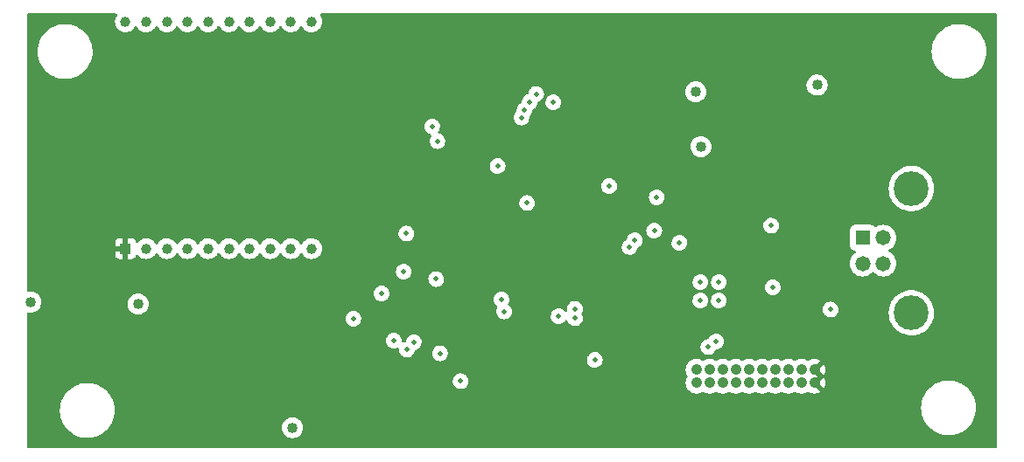
<source format=gbr>
%TF.GenerationSoftware,KiCad,Pcbnew,(6.0.8)*%
%TF.CreationDate,2022-10-11T12:40:35-07:00*%
%TF.ProjectId,Ground-Station-Telemetry,47726f75-6e64-42d5-9374-6174696f6e2d,rev?*%
%TF.SameCoordinates,Original*%
%TF.FileFunction,Copper,L3,Inr*%
%TF.FilePolarity,Positive*%
%FSLAX46Y46*%
G04 Gerber Fmt 4.6, Leading zero omitted, Abs format (unit mm)*
G04 Created by KiCad (PCBNEW (6.0.8)) date 2022-10-11 12:40:35*
%MOMM*%
%LPD*%
G01*
G04 APERTURE LIST*
%TA.AperFunction,ComponentPad*%
%ADD10R,1.008000X1.008000*%
%TD*%
%TA.AperFunction,ComponentPad*%
%ADD11C,1.008000*%
%TD*%
%TA.AperFunction,ComponentPad*%
%ADD12R,1.478000X1.478000*%
%TD*%
%TA.AperFunction,ComponentPad*%
%ADD13C,1.478000*%
%TD*%
%TA.AperFunction,ComponentPad*%
%ADD14C,3.366000*%
%TD*%
%TA.AperFunction,ComponentPad*%
%ADD15C,1.066800*%
%TD*%
%TA.AperFunction,ViaPad*%
%ADD16C,0.500000*%
%TD*%
%TA.AperFunction,ViaPad*%
%ADD17C,1.016000*%
%TD*%
G04 APERTURE END LIST*
D10*
%TO.N,3.3V*%
%TO.C,U5*%
X141237500Y-95560000D03*
D11*
%TO.N,XBEE_TX*%
X143237500Y-95560000D03*
%TO.N,XBEE_RX*%
X145237500Y-95560000D03*
%TO.N,XBEE_MISO*%
X147237500Y-95560000D03*
%TO.N,~{XBEE_RST}*%
X149237500Y-95560000D03*
%TO.N,XBEE_PWM0*%
X151237500Y-95560000D03*
%TO.N,XBEE_PWM1*%
X153237500Y-95560000D03*
%TO.N,unconnected-(U5-Pad8)*%
X155237500Y-95560000D03*
%TO.N,XBEE_DIO8*%
X157237500Y-95560000D03*
%TO.N,Earth*%
X159237500Y-95560000D03*
%TO.N,XBEE_MOSI*%
X159237500Y-73560000D03*
%TO.N,XBEE_DIO7*%
X157237500Y-73560000D03*
%TO.N,~{XBEE_SLEEP}*%
X155237500Y-73560000D03*
%TO.N,unconnected-(U5-Pad14)*%
X153237500Y-73560000D03*
%TO.N,XBEE_DIO5*%
X151237500Y-73560000D03*
%TO.N,XBEE_DIO6*%
X149237500Y-73560000D03*
%TO.N,XBEE_SS*%
X147237500Y-73560000D03*
%TO.N,XBEE_SCK*%
X145237500Y-73560000D03*
%TO.N,XBEE_DIO1*%
X143237500Y-73560000D03*
%TO.N,XBEE_DIO0*%
X141237500Y-73560000D03*
%TD*%
D12*
%TO.N,5V*%
%TO.C,P2*%
X212545500Y-94508000D03*
D13*
%TO.N,/Connectivity/D-*%
X212545500Y-97008000D03*
%TO.N,/Connectivity/D+*%
X214545500Y-97008000D03*
%TO.N,Earth*%
X214545500Y-94508000D03*
D14*
X217255500Y-101778000D03*
X217255500Y-89738000D03*
%TD*%
D15*
%TO.N,3.3V*%
%TO.C,P1*%
X207899000Y-107303950D03*
X207899000Y-108573950D03*
%TO.N,Earth*%
X206629000Y-107303950D03*
X206629000Y-108573950D03*
X205359000Y-107303950D03*
X205359000Y-108573950D03*
%TO.N,SWDIO*%
X204089000Y-107303950D03*
%TO.N,Earth*%
X204089000Y-108573950D03*
%TO.N,SWCLK*%
X202819000Y-107303950D03*
%TO.N,Earth*%
X202819000Y-108573950D03*
%TO.N,unconnected-(P1-Pad11)*%
X201549000Y-107303950D03*
%TO.N,Earth*%
X201549000Y-108573950D03*
%TO.N,SWO*%
X200279000Y-107303950D03*
%TO.N,Earth*%
X200279000Y-108573950D03*
%TO.N,NRST*%
X199009000Y-107303950D03*
%TO.N,Earth*%
X199009000Y-108573950D03*
%TO.N,unconnected-(P1-Pad17)*%
X197739000Y-107303950D03*
%TO.N,Earth*%
X197739000Y-108573950D03*
%TO.N,unconnected-(P1-Pad19)*%
X196469000Y-107303950D03*
%TO.N,Earth*%
X196469000Y-108573950D03*
%TD*%
D16*
%TO.N,USB_RX*%
X197612000Y-105105200D03*
%TO.N,SWDIO*%
X192379600Y-93827600D03*
%TO.N,3.3V*%
X174377800Y-95841000D03*
X175040000Y-103344000D03*
%TO.N,Earth*%
X203694400Y-93333200D03*
X194818000Y-94996000D03*
%TO.N,3.3V*%
X194360800Y-93776800D03*
X186374600Y-90841000D03*
X173532800Y-88595200D03*
%TO.N,XBEE_SS*%
X179527200Y-82854800D03*
%TO.N,XBEE_DIO6*%
X179832000Y-82143600D03*
%TO.N,XBEE_DIO5*%
X180340000Y-81330800D03*
%TO.N,~{XBEE_SLEEP}*%
X180949600Y-80568800D03*
%TO.N,XBEE_DIO0*%
X171399200Y-85140800D03*
%TO.N,XBEE_DIO1*%
X170891200Y-83718400D03*
%TO.N,XBEE_DIO7*%
X182626000Y-81381600D03*
%TO.N,XBEE_PWM1*%
X177596800Y-100482400D03*
%TO.N,XBEE_PWM0*%
X177850800Y-101650800D03*
%TO.N,XBEE_TX*%
X163271200Y-102362000D03*
%TO.N,LORA_MOSI*%
X169113200Y-104648000D03*
%TO.N,LORA_MISO*%
X168452800Y-105359200D03*
%TO.N,LORA_SCK*%
X167182800Y-104495600D03*
%TO.N,3.3V*%
X170929300Y-99936300D03*
%TO.N,Earth*%
X171284900Y-98513900D03*
%TO.N,NRST*%
X171652999Y-105715001D03*
%TO.N,LORA_IO5*%
X166014400Y-99923600D03*
X168148000Y-97790000D03*
%TO.N,LORA_SCK*%
X183134000Y-102108000D03*
%TO.N,LORA_MOSI*%
X184708800Y-101396800D03*
%TO.N,LORA_MISO*%
X184708800Y-102311200D03*
D17*
%TO.N,Earth*%
X157388800Y-112918000D03*
X142443200Y-100939600D03*
%TO.N,3.3V*%
X147640800Y-106918000D03*
%TO.N,Earth*%
X132080000Y-100736400D03*
X196392800Y-80365600D03*
X196884200Y-85683000D03*
X208127600Y-79705200D03*
%TO.N,3.3V*%
X197459600Y-83312000D03*
D16*
%TO.N,SWO*%
X180086000Y-91135200D03*
%TO.N,USB_TX*%
X190500000Y-94742000D03*
%TO.N,USB_RX*%
X189992000Y-95402400D03*
%TO.N,USB_TX*%
X198374000Y-104546400D03*
%TO.N,SWCLK*%
X188010800Y-89509600D03*
%TO.N,3.3V*%
X187274200Y-104521000D03*
%TO.N,Earth*%
X186625600Y-106361600D03*
%TO.N,3.3V*%
X181813200Y-110337600D03*
%TO.N,Earth*%
X177228500Y-87566500D03*
X168402000Y-94107000D03*
X173648000Y-108419000D03*
X192620000Y-90590000D03*
%TO.N,3.3V*%
X205895000Y-102969000D03*
%TO.N,Earth*%
X198628000Y-100584000D03*
X196850000Y-100584000D03*
X198628000Y-98806000D03*
X196850000Y-98806000D03*
%TO.N,5V*%
X209423000Y-101473000D03*
%TO.N,Earth*%
X203835000Y-99314000D03*
%TD*%
%TA.AperFunction,Conductor*%
%TO.N,3.3V*%
G36*
X140375261Y-72791502D02*
G01*
X140421754Y-72845158D01*
X140431858Y-72915432D01*
X140405145Y-72975174D01*
X140405472Y-72975398D01*
X140404241Y-72977195D01*
X140403662Y-72978491D01*
X140398030Y-72985203D01*
X140302373Y-73159204D01*
X140242334Y-73348471D01*
X140220200Y-73545795D01*
X140236815Y-73743660D01*
X140253096Y-73800440D01*
X140267217Y-73849683D01*
X140291546Y-73934530D01*
X140382308Y-74111133D01*
X140386134Y-74115960D01*
X140501815Y-74261915D01*
X140501819Y-74261920D01*
X140505644Y-74266745D01*
X140656857Y-74395436D01*
X140704024Y-74421797D01*
X140824807Y-74489302D01*
X140824813Y-74489305D01*
X140830185Y-74492307D01*
X141019028Y-74553665D01*
X141216193Y-74577176D01*
X141222328Y-74576704D01*
X141222330Y-74576704D01*
X141408028Y-74562415D01*
X141408033Y-74562414D01*
X141414169Y-74561942D01*
X141420099Y-74560286D01*
X141420101Y-74560286D01*
X141476840Y-74544444D01*
X141605416Y-74508545D01*
X141672626Y-74474595D01*
X141777149Y-74421797D01*
X141777151Y-74421796D01*
X141782650Y-74419018D01*
X141939118Y-74296772D01*
X142005250Y-74220157D01*
X142064833Y-74151130D01*
X142064834Y-74151128D01*
X142068862Y-74146462D01*
X142071907Y-74141102D01*
X142127857Y-74042612D01*
X142178896Y-73993262D01*
X142248514Y-73979339D01*
X142314608Y-74005265D01*
X142349477Y-74047252D01*
X142382308Y-74111133D01*
X142386134Y-74115960D01*
X142501815Y-74261915D01*
X142501819Y-74261920D01*
X142505644Y-74266745D01*
X142656857Y-74395436D01*
X142704024Y-74421797D01*
X142824807Y-74489302D01*
X142824813Y-74489305D01*
X142830185Y-74492307D01*
X143019028Y-74553665D01*
X143216193Y-74577176D01*
X143222328Y-74576704D01*
X143222330Y-74576704D01*
X143408028Y-74562415D01*
X143408033Y-74562414D01*
X143414169Y-74561942D01*
X143420099Y-74560286D01*
X143420101Y-74560286D01*
X143476840Y-74544444D01*
X143605416Y-74508545D01*
X143672626Y-74474595D01*
X143777149Y-74421797D01*
X143777151Y-74421796D01*
X143782650Y-74419018D01*
X143939118Y-74296772D01*
X144005250Y-74220157D01*
X144064833Y-74151130D01*
X144064834Y-74151128D01*
X144068862Y-74146462D01*
X144071907Y-74141102D01*
X144127857Y-74042612D01*
X144178896Y-73993262D01*
X144248514Y-73979339D01*
X144314608Y-74005265D01*
X144349477Y-74047252D01*
X144382308Y-74111133D01*
X144386134Y-74115960D01*
X144501815Y-74261915D01*
X144501819Y-74261920D01*
X144505644Y-74266745D01*
X144656857Y-74395436D01*
X144704024Y-74421797D01*
X144824807Y-74489302D01*
X144824813Y-74489305D01*
X144830185Y-74492307D01*
X145019028Y-74553665D01*
X145216193Y-74577176D01*
X145222328Y-74576704D01*
X145222330Y-74576704D01*
X145408028Y-74562415D01*
X145408033Y-74562414D01*
X145414169Y-74561942D01*
X145420099Y-74560286D01*
X145420101Y-74560286D01*
X145476840Y-74544444D01*
X145605416Y-74508545D01*
X145672626Y-74474595D01*
X145777149Y-74421797D01*
X145777151Y-74421796D01*
X145782650Y-74419018D01*
X145939118Y-74296772D01*
X146005250Y-74220157D01*
X146064833Y-74151130D01*
X146064834Y-74151128D01*
X146068862Y-74146462D01*
X146071907Y-74141102D01*
X146127857Y-74042612D01*
X146178896Y-73993262D01*
X146248514Y-73979339D01*
X146314608Y-74005265D01*
X146349477Y-74047252D01*
X146382308Y-74111133D01*
X146386134Y-74115960D01*
X146501815Y-74261915D01*
X146501819Y-74261920D01*
X146505644Y-74266745D01*
X146656857Y-74395436D01*
X146704024Y-74421797D01*
X146824807Y-74489302D01*
X146824813Y-74489305D01*
X146830185Y-74492307D01*
X147019028Y-74553665D01*
X147216193Y-74577176D01*
X147222328Y-74576704D01*
X147222330Y-74576704D01*
X147408028Y-74562415D01*
X147408033Y-74562414D01*
X147414169Y-74561942D01*
X147420099Y-74560286D01*
X147420101Y-74560286D01*
X147476840Y-74544444D01*
X147605416Y-74508545D01*
X147672626Y-74474595D01*
X147777149Y-74421797D01*
X147777151Y-74421796D01*
X147782650Y-74419018D01*
X147939118Y-74296772D01*
X148005250Y-74220157D01*
X148064833Y-74151130D01*
X148064834Y-74151128D01*
X148068862Y-74146462D01*
X148071907Y-74141102D01*
X148127857Y-74042612D01*
X148178896Y-73993262D01*
X148248514Y-73979339D01*
X148314608Y-74005265D01*
X148349477Y-74047252D01*
X148382308Y-74111133D01*
X148386134Y-74115960D01*
X148501815Y-74261915D01*
X148501819Y-74261920D01*
X148505644Y-74266745D01*
X148656857Y-74395436D01*
X148704024Y-74421797D01*
X148824807Y-74489302D01*
X148824813Y-74489305D01*
X148830185Y-74492307D01*
X149019028Y-74553665D01*
X149216193Y-74577176D01*
X149222328Y-74576704D01*
X149222330Y-74576704D01*
X149408028Y-74562415D01*
X149408033Y-74562414D01*
X149414169Y-74561942D01*
X149420099Y-74560286D01*
X149420101Y-74560286D01*
X149476840Y-74544444D01*
X149605416Y-74508545D01*
X149672626Y-74474595D01*
X149777149Y-74421797D01*
X149777151Y-74421796D01*
X149782650Y-74419018D01*
X149939118Y-74296772D01*
X150005250Y-74220157D01*
X150064833Y-74151130D01*
X150064834Y-74151128D01*
X150068862Y-74146462D01*
X150071907Y-74141102D01*
X150127857Y-74042612D01*
X150178896Y-73993262D01*
X150248514Y-73979339D01*
X150314608Y-74005265D01*
X150349477Y-74047252D01*
X150382308Y-74111133D01*
X150386134Y-74115960D01*
X150501815Y-74261915D01*
X150501819Y-74261920D01*
X150505644Y-74266745D01*
X150656857Y-74395436D01*
X150704024Y-74421797D01*
X150824807Y-74489302D01*
X150824813Y-74489305D01*
X150830185Y-74492307D01*
X151019028Y-74553665D01*
X151216193Y-74577176D01*
X151222328Y-74576704D01*
X151222330Y-74576704D01*
X151408028Y-74562415D01*
X151408033Y-74562414D01*
X151414169Y-74561942D01*
X151420099Y-74560286D01*
X151420101Y-74560286D01*
X151476840Y-74544444D01*
X151605416Y-74508545D01*
X151672626Y-74474595D01*
X151777149Y-74421797D01*
X151777151Y-74421796D01*
X151782650Y-74419018D01*
X151939118Y-74296772D01*
X152005250Y-74220157D01*
X152064833Y-74151130D01*
X152064834Y-74151128D01*
X152068862Y-74146462D01*
X152071907Y-74141102D01*
X152127857Y-74042612D01*
X152178896Y-73993262D01*
X152248514Y-73979339D01*
X152314608Y-74005265D01*
X152349477Y-74047252D01*
X152382308Y-74111133D01*
X152386134Y-74115960D01*
X152501815Y-74261915D01*
X152501819Y-74261920D01*
X152505644Y-74266745D01*
X152656857Y-74395436D01*
X152704024Y-74421797D01*
X152824807Y-74489302D01*
X152824813Y-74489305D01*
X152830185Y-74492307D01*
X153019028Y-74553665D01*
X153216193Y-74577176D01*
X153222328Y-74576704D01*
X153222330Y-74576704D01*
X153408028Y-74562415D01*
X153408033Y-74562414D01*
X153414169Y-74561942D01*
X153420099Y-74560286D01*
X153420101Y-74560286D01*
X153476840Y-74544444D01*
X153605416Y-74508545D01*
X153672626Y-74474595D01*
X153777149Y-74421797D01*
X153777151Y-74421796D01*
X153782650Y-74419018D01*
X153939118Y-74296772D01*
X154005250Y-74220157D01*
X154064833Y-74151130D01*
X154064834Y-74151128D01*
X154068862Y-74146462D01*
X154071907Y-74141102D01*
X154127857Y-74042612D01*
X154178896Y-73993262D01*
X154248514Y-73979339D01*
X154314608Y-74005265D01*
X154349477Y-74047252D01*
X154382308Y-74111133D01*
X154386134Y-74115960D01*
X154501815Y-74261915D01*
X154501819Y-74261920D01*
X154505644Y-74266745D01*
X154656857Y-74395436D01*
X154704024Y-74421797D01*
X154824807Y-74489302D01*
X154824813Y-74489305D01*
X154830185Y-74492307D01*
X155019028Y-74553665D01*
X155216193Y-74577176D01*
X155222328Y-74576704D01*
X155222330Y-74576704D01*
X155408028Y-74562415D01*
X155408033Y-74562414D01*
X155414169Y-74561942D01*
X155420099Y-74560286D01*
X155420101Y-74560286D01*
X155476840Y-74544444D01*
X155605416Y-74508545D01*
X155672626Y-74474595D01*
X155777149Y-74421797D01*
X155777151Y-74421796D01*
X155782650Y-74419018D01*
X155939118Y-74296772D01*
X156005250Y-74220157D01*
X156064833Y-74151130D01*
X156064834Y-74151128D01*
X156068862Y-74146462D01*
X156071907Y-74141102D01*
X156127857Y-74042612D01*
X156178896Y-73993262D01*
X156248514Y-73979339D01*
X156314608Y-74005265D01*
X156349477Y-74047252D01*
X156382308Y-74111133D01*
X156386134Y-74115960D01*
X156501815Y-74261915D01*
X156501819Y-74261920D01*
X156505644Y-74266745D01*
X156656857Y-74395436D01*
X156704024Y-74421797D01*
X156824807Y-74489302D01*
X156824813Y-74489305D01*
X156830185Y-74492307D01*
X157019028Y-74553665D01*
X157216193Y-74577176D01*
X157222328Y-74576704D01*
X157222330Y-74576704D01*
X157408028Y-74562415D01*
X157408033Y-74562414D01*
X157414169Y-74561942D01*
X157420099Y-74560286D01*
X157420101Y-74560286D01*
X157476840Y-74544444D01*
X157605416Y-74508545D01*
X157672626Y-74474595D01*
X157777149Y-74421797D01*
X157777151Y-74421796D01*
X157782650Y-74419018D01*
X157939118Y-74296772D01*
X158005250Y-74220157D01*
X158064833Y-74151130D01*
X158064834Y-74151128D01*
X158068862Y-74146462D01*
X158071907Y-74141102D01*
X158127857Y-74042612D01*
X158178896Y-73993262D01*
X158248514Y-73979339D01*
X158314608Y-74005265D01*
X158349477Y-74047252D01*
X158382308Y-74111133D01*
X158386134Y-74115960D01*
X158501815Y-74261915D01*
X158501819Y-74261920D01*
X158505644Y-74266745D01*
X158656857Y-74395436D01*
X158704024Y-74421797D01*
X158824807Y-74489302D01*
X158824813Y-74489305D01*
X158830185Y-74492307D01*
X159019028Y-74553665D01*
X159216193Y-74577176D01*
X159222328Y-74576704D01*
X159222330Y-74576704D01*
X159408028Y-74562415D01*
X159408033Y-74562414D01*
X159414169Y-74561942D01*
X159420099Y-74560286D01*
X159420101Y-74560286D01*
X159476840Y-74544444D01*
X159605416Y-74508545D01*
X159672626Y-74474595D01*
X159777149Y-74421797D01*
X159777151Y-74421796D01*
X159782650Y-74419018D01*
X159939118Y-74296772D01*
X160005250Y-74220157D01*
X160064833Y-74151130D01*
X160064834Y-74151128D01*
X160068862Y-74146462D01*
X160086190Y-74115960D01*
X160116892Y-74061914D01*
X160166940Y-73973813D01*
X160229616Y-73785403D01*
X160254502Y-73588407D01*
X160254899Y-73560000D01*
X160235523Y-73362386D01*
X160178132Y-73172299D01*
X160168301Y-73153809D01*
X160087807Y-73002422D01*
X160087805Y-73002419D01*
X160084913Y-72996980D01*
X160068728Y-72977135D01*
X160041174Y-72911703D01*
X160053370Y-72841762D01*
X160101443Y-72789517D01*
X160166371Y-72771500D01*
X225425500Y-72771500D01*
X225493621Y-72791502D01*
X225540114Y-72845158D01*
X225551500Y-72897500D01*
X225551500Y-114808500D01*
X225531498Y-114876621D01*
X225477842Y-114923114D01*
X225425500Y-114934500D01*
X131825500Y-114934500D01*
X131757379Y-114914498D01*
X131710886Y-114860842D01*
X131699500Y-114808500D01*
X131699500Y-111298485D01*
X134877854Y-111298485D01*
X134878156Y-111302320D01*
X134901652Y-111600861D01*
X134903370Y-111622695D01*
X134968206Y-111941378D01*
X135071398Y-112249784D01*
X135211405Y-112543316D01*
X135213467Y-112546553D01*
X135213470Y-112546558D01*
X135224325Y-112563597D01*
X135386141Y-112817597D01*
X135388584Y-112820560D01*
X135388585Y-112820562D01*
X135565973Y-113035750D01*
X135593001Y-113068538D01*
X135828902Y-113292399D01*
X135831994Y-113294687D01*
X135846326Y-113305292D01*
X136090326Y-113485843D01*
X136146223Y-113517468D01*
X136370019Y-113644086D01*
X136370023Y-113644088D01*
X136373376Y-113645985D01*
X136376937Y-113647460D01*
X136376939Y-113647461D01*
X136496465Y-113696970D01*
X136673832Y-113770438D01*
X136719818Y-113783191D01*
X136983500Y-113856317D01*
X136983508Y-113856319D01*
X136987216Y-113857347D01*
X137308856Y-113905416D01*
X137312154Y-113905560D01*
X137423918Y-113910440D01*
X137423922Y-113910440D01*
X137425294Y-113910500D01*
X137623598Y-113910500D01*
X137865605Y-113895698D01*
X137869388Y-113894997D01*
X137869395Y-113894996D01*
X138069459Y-113857916D01*
X138185372Y-113836433D01*
X138394682Y-113770438D01*
X138491860Y-113739798D01*
X138491863Y-113739797D01*
X138495532Y-113738640D01*
X138499029Y-113737046D01*
X138499035Y-113737044D01*
X138787954Y-113605376D01*
X138787958Y-113605374D01*
X138791462Y-113603777D01*
X138825147Y-113583135D01*
X139065473Y-113435863D01*
X139065476Y-113435861D01*
X139068751Y-113433854D01*
X139071755Y-113431464D01*
X139071760Y-113431461D01*
X139202337Y-113327595D01*
X139323264Y-113231405D01*
X139325958Y-113228664D01*
X139325962Y-113228660D01*
X139548513Y-113002190D01*
X139548517Y-113002185D01*
X139551208Y-112999447D01*
X139624648Y-112903739D01*
X156367482Y-112903739D01*
X156384162Y-113102386D01*
X156439110Y-113294009D01*
X156530230Y-113471311D01*
X156654053Y-113627537D01*
X156805863Y-113756737D01*
X156811241Y-113759743D01*
X156811243Y-113759744D01*
X156853197Y-113783191D01*
X156979876Y-113853989D01*
X156985735Y-113855893D01*
X156985738Y-113855894D01*
X157021501Y-113867514D01*
X157169465Y-113915591D01*
X157175575Y-113916320D01*
X157175577Y-113916320D01*
X157243114Y-113924373D01*
X157367409Y-113939194D01*
X157373544Y-113938722D01*
X157373546Y-113938722D01*
X157560026Y-113924373D01*
X157560031Y-113924372D01*
X157566167Y-113923900D01*
X157572097Y-113922244D01*
X157572099Y-113922244D01*
X157669690Y-113894996D01*
X157758170Y-113870292D01*
X157763670Y-113867514D01*
X157930602Y-113783191D01*
X157930604Y-113783190D01*
X157936103Y-113780412D01*
X158093190Y-113657682D01*
X158097216Y-113653018D01*
X158219418Y-113511446D01*
X158219419Y-113511444D01*
X158223447Y-113506778D01*
X158321912Y-113333448D01*
X158384835Y-113144294D01*
X158398213Y-113038399D01*
X158409378Y-112950023D01*
X158409379Y-112950013D01*
X158409820Y-112946520D01*
X158410218Y-112918000D01*
X158390765Y-112719606D01*
X158388984Y-112713707D01*
X158388983Y-112713702D01*
X158334929Y-112534667D01*
X158333148Y-112528768D01*
X158239561Y-112352756D01*
X158235671Y-112347986D01*
X158235668Y-112347982D01*
X158117463Y-112203049D01*
X158117460Y-112203046D01*
X158113568Y-112198274D01*
X158066444Y-112159289D01*
X157964719Y-112075135D01*
X157959970Y-112071206D01*
X157784615Y-111976392D01*
X157594185Y-111917444D01*
X157588060Y-111916800D01*
X157588059Y-111916800D01*
X157402060Y-111897251D01*
X157402058Y-111897251D01*
X157395931Y-111896607D01*
X157273052Y-111907790D01*
X157203546Y-111914115D01*
X157203545Y-111914115D01*
X157197405Y-111914674D01*
X157191491Y-111916415D01*
X157191489Y-111916415D01*
X157119486Y-111937607D01*
X157006170Y-111970958D01*
X156829509Y-112063314D01*
X156824709Y-112067174D01*
X156824708Y-112067174D01*
X156819693Y-112071206D01*
X156674151Y-112188225D01*
X156546014Y-112340933D01*
X156449979Y-112515621D01*
X156448118Y-112521488D01*
X156448117Y-112521490D01*
X156441193Y-112543316D01*
X156389702Y-112705635D01*
X156367482Y-112903739D01*
X139624648Y-112903739D01*
X139749185Y-112741439D01*
X139877663Y-112523326D01*
X139912289Y-112464543D01*
X139912291Y-112464540D01*
X139914242Y-112461227D01*
X140043920Y-112162988D01*
X140136285Y-111851169D01*
X140189961Y-111530417D01*
X140204146Y-111205515D01*
X140191473Y-111044485D01*
X218189854Y-111044485D01*
X218190156Y-111048320D01*
X218209542Y-111294638D01*
X218215370Y-111368695D01*
X218280206Y-111687378D01*
X218383398Y-111995784D01*
X218523405Y-112289316D01*
X218525467Y-112292553D01*
X218525470Y-112292558D01*
X218588099Y-112390865D01*
X218698141Y-112563597D01*
X218700584Y-112566560D01*
X218700585Y-112566562D01*
X218850308Y-112748190D01*
X218905001Y-112814538D01*
X219140902Y-113038399D01*
X219402326Y-113231843D01*
X219521885Y-113299486D01*
X219682019Y-113390086D01*
X219682023Y-113390088D01*
X219685376Y-113391985D01*
X219985832Y-113516438D01*
X220089288Y-113545129D01*
X220295500Y-113602317D01*
X220295508Y-113602319D01*
X220299216Y-113603347D01*
X220620856Y-113651416D01*
X220624154Y-113651560D01*
X220735918Y-113656440D01*
X220735922Y-113656440D01*
X220737294Y-113656500D01*
X220935598Y-113656500D01*
X221177605Y-113641698D01*
X221181388Y-113640997D01*
X221181395Y-113640996D01*
X221337489Y-113612065D01*
X221497372Y-113582433D01*
X221706682Y-113516438D01*
X221803860Y-113485798D01*
X221803863Y-113485797D01*
X221807532Y-113484640D01*
X221811029Y-113483046D01*
X221811035Y-113483044D01*
X222099954Y-113351376D01*
X222099958Y-113351374D01*
X222103462Y-113349777D01*
X222121357Y-113338811D01*
X222377473Y-113181863D01*
X222377476Y-113181861D01*
X222380751Y-113179854D01*
X222383755Y-113177464D01*
X222383760Y-113177461D01*
X222524419Y-113065575D01*
X222635264Y-112977405D01*
X222637958Y-112974664D01*
X222637962Y-112974660D01*
X222860513Y-112748190D01*
X222860517Y-112748185D01*
X222863208Y-112745447D01*
X223061185Y-112487439D01*
X223226242Y-112207227D01*
X223355920Y-111908988D01*
X223359588Y-111896607D01*
X223440724Y-111622695D01*
X223448285Y-111597169D01*
X223501961Y-111276417D01*
X223516146Y-110951515D01*
X223503388Y-110789410D01*
X223490932Y-110631140D01*
X223490932Y-110631137D01*
X223490630Y-110627305D01*
X223425794Y-110308622D01*
X223322602Y-110000216D01*
X223182595Y-109706684D01*
X223171742Y-109689647D01*
X223110855Y-109594074D01*
X223007859Y-109432403D01*
X222899717Y-109301216D01*
X222803442Y-109184425D01*
X222803438Y-109184420D01*
X222800999Y-109181462D01*
X222565098Y-108957601D01*
X222303674Y-108764157D01*
X222097807Y-108647683D01*
X222023981Y-108605914D01*
X222023977Y-108605912D01*
X222020624Y-108604015D01*
X222015386Y-108601845D01*
X221794139Y-108510202D01*
X221720168Y-108479562D01*
X221578641Y-108440313D01*
X221410500Y-108393683D01*
X221410492Y-108393681D01*
X221406784Y-108392653D01*
X221085144Y-108344584D01*
X221081846Y-108344440D01*
X220970082Y-108339560D01*
X220970078Y-108339560D01*
X220968706Y-108339500D01*
X220770402Y-108339500D01*
X220528395Y-108354302D01*
X220524612Y-108355003D01*
X220524605Y-108355004D01*
X220368512Y-108383934D01*
X220208628Y-108413567D01*
X220111400Y-108444223D01*
X219902140Y-108510202D01*
X219902137Y-108510203D01*
X219898468Y-108511360D01*
X219894971Y-108512954D01*
X219894965Y-108512956D01*
X219606046Y-108644624D01*
X219606042Y-108644626D01*
X219602538Y-108646223D01*
X219599259Y-108648233D01*
X219599256Y-108648234D01*
X219352139Y-108799668D01*
X219325249Y-108816146D01*
X219322245Y-108818536D01*
X219322240Y-108818539D01*
X219270225Y-108859914D01*
X219070736Y-109018595D01*
X219068042Y-109021336D01*
X219068038Y-109021340D01*
X218845487Y-109247810D01*
X218845483Y-109247815D01*
X218842792Y-109250553D01*
X218780207Y-109332115D01*
X218675771Y-109468219D01*
X218644815Y-109508561D01*
X218479758Y-109788773D01*
X218350080Y-110087012D01*
X218257715Y-110398831D01*
X218204039Y-110719583D01*
X218189854Y-111044485D01*
X140191473Y-111044485D01*
X140191170Y-111040638D01*
X140178932Y-110885140D01*
X140178932Y-110885137D01*
X140178630Y-110881305D01*
X140113794Y-110562622D01*
X140010602Y-110254216D01*
X139870595Y-109960684D01*
X139695859Y-109686403D01*
X139693415Y-109683438D01*
X139491442Y-109438425D01*
X139491438Y-109438420D01*
X139488999Y-109435462D01*
X139253098Y-109211601D01*
X138991674Y-109018157D01*
X138850149Y-108938086D01*
X138711981Y-108859914D01*
X138711977Y-108859912D01*
X138708624Y-108858015D01*
X138408168Y-108733562D01*
X138304712Y-108704871D01*
X138098500Y-108647683D01*
X138098492Y-108647681D01*
X138094784Y-108646653D01*
X137773144Y-108598584D01*
X137769846Y-108598440D01*
X137658082Y-108593560D01*
X137658078Y-108593560D01*
X137656706Y-108593500D01*
X137458402Y-108593500D01*
X137216395Y-108608302D01*
X137212612Y-108609003D01*
X137212605Y-108609004D01*
X137064208Y-108636508D01*
X136896628Y-108667567D01*
X136712058Y-108725762D01*
X136590140Y-108764202D01*
X136590137Y-108764203D01*
X136586468Y-108765360D01*
X136582971Y-108766954D01*
X136582965Y-108766956D01*
X136294046Y-108898624D01*
X136294042Y-108898626D01*
X136290538Y-108900223D01*
X136287259Y-108902233D01*
X136287256Y-108902234D01*
X136097373Y-109018595D01*
X136013249Y-109070146D01*
X136010245Y-109072536D01*
X136010240Y-109072539D01*
X135924064Y-109141087D01*
X135758736Y-109272595D01*
X135756042Y-109275336D01*
X135756038Y-109275340D01*
X135533487Y-109501810D01*
X135533483Y-109501815D01*
X135530792Y-109504553D01*
X135332815Y-109762561D01*
X135167758Y-110042773D01*
X135038080Y-110341012D01*
X134945715Y-110652831D01*
X134892039Y-110973583D01*
X134877854Y-111298485D01*
X131699500Y-111298485D01*
X131699500Y-108408343D01*
X172884775Y-108408343D01*
X172901381Y-108577699D01*
X172903605Y-108584384D01*
X172903605Y-108584385D01*
X172908328Y-108598584D01*
X172955094Y-108739167D01*
X172958741Y-108745189D01*
X172958742Y-108745191D01*
X173000498Y-108814137D01*
X173043246Y-108884723D01*
X173161455Y-109007132D01*
X173181807Y-109020450D01*
X173257751Y-109070146D01*
X173303846Y-109100310D01*
X173310450Y-109102766D01*
X173310452Y-109102767D01*
X173346844Y-109116301D01*
X173463341Y-109159626D01*
X173632015Y-109182132D01*
X173639026Y-109181494D01*
X173639030Y-109181494D01*
X173794462Y-109167348D01*
X173801483Y-109166709D01*
X173808185Y-109164531D01*
X173808187Y-109164531D01*
X173956623Y-109116301D01*
X173956626Y-109116300D01*
X173963322Y-109114124D01*
X174109490Y-109026990D01*
X174114584Y-109022139D01*
X174114588Y-109022136D01*
X174186735Y-108953431D01*
X174232721Y-108909639D01*
X174240040Y-108898624D01*
X174301646Y-108805898D01*
X174326891Y-108767902D01*
X174387319Y-108608825D01*
X174388779Y-108598440D01*
X174391728Y-108577455D01*
X174394275Y-108559332D01*
X195422161Y-108559332D01*
X195426273Y-108608302D01*
X195437450Y-108741395D01*
X195439259Y-108762943D01*
X195440958Y-108768868D01*
X195482717Y-108914498D01*
X195495579Y-108959355D01*
X195498394Y-108964832D01*
X195498395Y-108964835D01*
X195569227Y-109102659D01*
X195588976Y-109141087D01*
X195592799Y-109145911D01*
X195592802Y-109145915D01*
X195678158Y-109253606D01*
X195715894Y-109301216D01*
X195871497Y-109433645D01*
X196049858Y-109533328D01*
X196244185Y-109596468D01*
X196447075Y-109620661D01*
X196453210Y-109620189D01*
X196453212Y-109620189D01*
X196644658Y-109605459D01*
X196644663Y-109605458D01*
X196650799Y-109604986D01*
X196656731Y-109603330D01*
X196656735Y-109603329D01*
X196726834Y-109583757D01*
X196847600Y-109550038D01*
X196853104Y-109547258D01*
X196853106Y-109547257D01*
X197024478Y-109460691D01*
X197024480Y-109460690D01*
X197029979Y-109457912D01*
X197034834Y-109454119D01*
X197038518Y-109451781D01*
X197106752Y-109432169D01*
X197167501Y-109448179D01*
X197263463Y-109501810D01*
X197319858Y-109533328D01*
X197514185Y-109596468D01*
X197717075Y-109620661D01*
X197723210Y-109620189D01*
X197723212Y-109620189D01*
X197914658Y-109605459D01*
X197914663Y-109605458D01*
X197920799Y-109604986D01*
X197926731Y-109603330D01*
X197926735Y-109603329D01*
X197996834Y-109583757D01*
X198117600Y-109550038D01*
X198123104Y-109547258D01*
X198123106Y-109547257D01*
X198294478Y-109460691D01*
X198294480Y-109460690D01*
X198299979Y-109457912D01*
X198304834Y-109454119D01*
X198308518Y-109451781D01*
X198376752Y-109432169D01*
X198437501Y-109448179D01*
X198533463Y-109501810D01*
X198589858Y-109533328D01*
X198784185Y-109596468D01*
X198987075Y-109620661D01*
X198993210Y-109620189D01*
X198993212Y-109620189D01*
X199184658Y-109605459D01*
X199184663Y-109605458D01*
X199190799Y-109604986D01*
X199196731Y-109603330D01*
X199196735Y-109603329D01*
X199266834Y-109583757D01*
X199387600Y-109550038D01*
X199393104Y-109547258D01*
X199393106Y-109547257D01*
X199564478Y-109460691D01*
X199564480Y-109460690D01*
X199569979Y-109457912D01*
X199574834Y-109454119D01*
X199578518Y-109451781D01*
X199646752Y-109432169D01*
X199707501Y-109448179D01*
X199803463Y-109501810D01*
X199859858Y-109533328D01*
X200054185Y-109596468D01*
X200257075Y-109620661D01*
X200263210Y-109620189D01*
X200263212Y-109620189D01*
X200454658Y-109605459D01*
X200454663Y-109605458D01*
X200460799Y-109604986D01*
X200466731Y-109603330D01*
X200466735Y-109603329D01*
X200536834Y-109583757D01*
X200657600Y-109550038D01*
X200663104Y-109547258D01*
X200663106Y-109547257D01*
X200834478Y-109460691D01*
X200834480Y-109460690D01*
X200839979Y-109457912D01*
X200844834Y-109454119D01*
X200848518Y-109451781D01*
X200916752Y-109432169D01*
X200977501Y-109448179D01*
X201073463Y-109501810D01*
X201129858Y-109533328D01*
X201324185Y-109596468D01*
X201527075Y-109620661D01*
X201533210Y-109620189D01*
X201533212Y-109620189D01*
X201724658Y-109605459D01*
X201724663Y-109605458D01*
X201730799Y-109604986D01*
X201736731Y-109603330D01*
X201736735Y-109603329D01*
X201806834Y-109583757D01*
X201927600Y-109550038D01*
X201933104Y-109547258D01*
X201933106Y-109547257D01*
X202104478Y-109460691D01*
X202104480Y-109460690D01*
X202109979Y-109457912D01*
X202114834Y-109454119D01*
X202118518Y-109451781D01*
X202186752Y-109432169D01*
X202247501Y-109448179D01*
X202343463Y-109501810D01*
X202399858Y-109533328D01*
X202594185Y-109596468D01*
X202797075Y-109620661D01*
X202803210Y-109620189D01*
X202803212Y-109620189D01*
X202994658Y-109605459D01*
X202994663Y-109605458D01*
X203000799Y-109604986D01*
X203006731Y-109603330D01*
X203006735Y-109603329D01*
X203076834Y-109583757D01*
X203197600Y-109550038D01*
X203203104Y-109547258D01*
X203203106Y-109547257D01*
X203374478Y-109460691D01*
X203374480Y-109460690D01*
X203379979Y-109457912D01*
X203384834Y-109454119D01*
X203388518Y-109451781D01*
X203456752Y-109432169D01*
X203517501Y-109448179D01*
X203613463Y-109501810D01*
X203669858Y-109533328D01*
X203864185Y-109596468D01*
X204067075Y-109620661D01*
X204073210Y-109620189D01*
X204073212Y-109620189D01*
X204264658Y-109605459D01*
X204264663Y-109605458D01*
X204270799Y-109604986D01*
X204276731Y-109603330D01*
X204276735Y-109603329D01*
X204346834Y-109583757D01*
X204467600Y-109550038D01*
X204473104Y-109547258D01*
X204473106Y-109547257D01*
X204644478Y-109460691D01*
X204644480Y-109460690D01*
X204649979Y-109457912D01*
X204654834Y-109454119D01*
X204658518Y-109451781D01*
X204726752Y-109432169D01*
X204787501Y-109448179D01*
X204883463Y-109501810D01*
X204939858Y-109533328D01*
X205134185Y-109596468D01*
X205337075Y-109620661D01*
X205343210Y-109620189D01*
X205343212Y-109620189D01*
X205534658Y-109605459D01*
X205534663Y-109605458D01*
X205540799Y-109604986D01*
X205546731Y-109603330D01*
X205546735Y-109603329D01*
X205616834Y-109583757D01*
X205737600Y-109550038D01*
X205743104Y-109547258D01*
X205743106Y-109547257D01*
X205914478Y-109460691D01*
X205914480Y-109460690D01*
X205919979Y-109457912D01*
X205924834Y-109454119D01*
X205928518Y-109451781D01*
X205996752Y-109432169D01*
X206057501Y-109448179D01*
X206153463Y-109501810D01*
X206209858Y-109533328D01*
X206404185Y-109596468D01*
X206607075Y-109620661D01*
X206613210Y-109620189D01*
X206613212Y-109620189D01*
X206804658Y-109605459D01*
X206804663Y-109605458D01*
X206810799Y-109604986D01*
X206816731Y-109603330D01*
X206816735Y-109603329D01*
X206886834Y-109583757D01*
X207007600Y-109550038D01*
X207013104Y-109547258D01*
X207013106Y-109547257D01*
X207184480Y-109460690D01*
X207184482Y-109460689D01*
X207189979Y-109457912D01*
X207194833Y-109454120D01*
X207198997Y-109451477D01*
X207267231Y-109431864D01*
X207327982Y-109447874D01*
X207474684Y-109529864D01*
X207485919Y-109534772D01*
X207668434Y-109594074D01*
X207680408Y-109596707D01*
X207870973Y-109619430D01*
X207883222Y-109619687D01*
X208074572Y-109604963D01*
X208086642Y-109602835D01*
X208271486Y-109551226D01*
X208282918Y-109546792D01*
X208419368Y-109477866D01*
X208429654Y-109468219D01*
X208427416Y-109461576D01*
X207707235Y-108741395D01*
X207673209Y-108679083D01*
X207671324Y-108636508D01*
X207675092Y-108606678D01*
X207675093Y-108606667D01*
X207675533Y-108603182D01*
X207675925Y-108575082D01*
X208263408Y-108575082D01*
X208263539Y-108576915D01*
X208267790Y-108583530D01*
X208780159Y-109095899D01*
X208792539Y-109102659D01*
X208799273Y-109097618D01*
X208851926Y-109004934D01*
X208856915Y-108993727D01*
X208917489Y-108811635D01*
X208920207Y-108799668D01*
X208944588Y-108606672D01*
X208945080Y-108599643D01*
X208945390Y-108577455D01*
X208945097Y-108570462D01*
X208926111Y-108376829D01*
X208923728Y-108364794D01*
X208868262Y-108181082D01*
X208863587Y-108169741D01*
X208802261Y-108054402D01*
X208790146Y-108042014D01*
X208271022Y-108561138D01*
X208263408Y-108575082D01*
X207675925Y-108575082D01*
X207675941Y-108573950D01*
X207656002Y-108370598D01*
X207648105Y-108344440D01*
X207628484Y-108279454D01*
X207627943Y-108208459D01*
X207665871Y-108148443D01*
X207730225Y-108118459D01*
X207800574Y-108128027D01*
X207838201Y-108153941D01*
X207886188Y-108201928D01*
X207900132Y-108209542D01*
X207901965Y-108209411D01*
X207908580Y-108205160D01*
X208161978Y-107951762D01*
X208169592Y-107937818D01*
X208169461Y-107935985D01*
X208165210Y-107929370D01*
X207911812Y-107675972D01*
X207897868Y-107668358D01*
X207896035Y-107668489D01*
X207889420Y-107672740D01*
X207839227Y-107722933D01*
X207776915Y-107756959D01*
X207706100Y-107751894D01*
X207649264Y-107709347D01*
X207624453Y-107642827D01*
X207630574Y-107594066D01*
X207647977Y-107541750D01*
X207649924Y-107535898D01*
X207656126Y-107486801D01*
X207675091Y-107336685D01*
X207675092Y-107336672D01*
X207675533Y-107333182D01*
X207675925Y-107305082D01*
X208263408Y-107305082D01*
X208263539Y-107306915D01*
X208267790Y-107313530D01*
X208780159Y-107825899D01*
X208780238Y-107825942D01*
X208789345Y-107835049D01*
X208799273Y-107827617D01*
X208851926Y-107734934D01*
X208856915Y-107723727D01*
X208917489Y-107541635D01*
X208920207Y-107529668D01*
X208944588Y-107336672D01*
X208945080Y-107329643D01*
X208945390Y-107307455D01*
X208945097Y-107300462D01*
X208926111Y-107106829D01*
X208923728Y-107094794D01*
X208868262Y-106911082D01*
X208863587Y-106899741D01*
X208802261Y-106784402D01*
X208792399Y-106774319D01*
X208785273Y-106776887D01*
X208271022Y-107291138D01*
X208263408Y-107305082D01*
X207675925Y-107305082D01*
X207675941Y-107303950D01*
X207669595Y-107239231D01*
X207682854Y-107169485D01*
X207705899Y-107137841D01*
X208421480Y-106422260D01*
X208428240Y-106409880D01*
X208423581Y-106403657D01*
X208309931Y-106342206D01*
X208298625Y-106337454D01*
X208115301Y-106280706D01*
X208103291Y-106278240D01*
X207912434Y-106258181D01*
X207900165Y-106258096D01*
X207709058Y-106275487D01*
X207697002Y-106277787D01*
X207512916Y-106331967D01*
X207501532Y-106336566D01*
X207326008Y-106428327D01*
X207325292Y-106426958D01*
X207264602Y-106445318D01*
X207203643Y-106430158D01*
X207166593Y-106410125D01*
X207034706Y-106338814D01*
X206903067Y-106298065D01*
X206845404Y-106280215D01*
X206845401Y-106280214D01*
X206839517Y-106278393D01*
X206833392Y-106277749D01*
X206833391Y-106277749D01*
X206642437Y-106257679D01*
X206642436Y-106257679D01*
X206636309Y-106257035D01*
X206561119Y-106263878D01*
X206438961Y-106274994D01*
X206438957Y-106274995D01*
X206432823Y-106275553D01*
X206236809Y-106333243D01*
X206055734Y-106427907D01*
X206055053Y-106426605D01*
X205994111Y-106445047D01*
X205933142Y-106429887D01*
X205863909Y-106392453D01*
X205764706Y-106338814D01*
X205633067Y-106298065D01*
X205575404Y-106280215D01*
X205575401Y-106280214D01*
X205569517Y-106278393D01*
X205563392Y-106277749D01*
X205563391Y-106277749D01*
X205372437Y-106257679D01*
X205372436Y-106257679D01*
X205366309Y-106257035D01*
X205291119Y-106263878D01*
X205168961Y-106274994D01*
X205168957Y-106274995D01*
X205162823Y-106275553D01*
X204966809Y-106333243D01*
X204785734Y-106427907D01*
X204785053Y-106426605D01*
X204724111Y-106445047D01*
X204663142Y-106429887D01*
X204593909Y-106392453D01*
X204494706Y-106338814D01*
X204363067Y-106298065D01*
X204305404Y-106280215D01*
X204305401Y-106280214D01*
X204299517Y-106278393D01*
X204293392Y-106277749D01*
X204293391Y-106277749D01*
X204102437Y-106257679D01*
X204102436Y-106257679D01*
X204096309Y-106257035D01*
X204021119Y-106263878D01*
X203898961Y-106274994D01*
X203898957Y-106274995D01*
X203892823Y-106275553D01*
X203696809Y-106333243D01*
X203515734Y-106427907D01*
X203515053Y-106426605D01*
X203454111Y-106445047D01*
X203393142Y-106429887D01*
X203323909Y-106392453D01*
X203224706Y-106338814D01*
X203093067Y-106298065D01*
X203035404Y-106280215D01*
X203035401Y-106280214D01*
X203029517Y-106278393D01*
X203023392Y-106277749D01*
X203023391Y-106277749D01*
X202832437Y-106257679D01*
X202832436Y-106257679D01*
X202826309Y-106257035D01*
X202751119Y-106263878D01*
X202628961Y-106274994D01*
X202628957Y-106274995D01*
X202622823Y-106275553D01*
X202426809Y-106333243D01*
X202245734Y-106427907D01*
X202245053Y-106426605D01*
X202184111Y-106445047D01*
X202123142Y-106429887D01*
X202053909Y-106392453D01*
X201954706Y-106338814D01*
X201823067Y-106298065D01*
X201765404Y-106280215D01*
X201765401Y-106280214D01*
X201759517Y-106278393D01*
X201753392Y-106277749D01*
X201753391Y-106277749D01*
X201562437Y-106257679D01*
X201562436Y-106257679D01*
X201556309Y-106257035D01*
X201481119Y-106263878D01*
X201358961Y-106274994D01*
X201358957Y-106274995D01*
X201352823Y-106275553D01*
X201156809Y-106333243D01*
X200975734Y-106427907D01*
X200975053Y-106426605D01*
X200914111Y-106445047D01*
X200853142Y-106429887D01*
X200783909Y-106392453D01*
X200684706Y-106338814D01*
X200553067Y-106298065D01*
X200495404Y-106280215D01*
X200495401Y-106280214D01*
X200489517Y-106278393D01*
X200483392Y-106277749D01*
X200483391Y-106277749D01*
X200292437Y-106257679D01*
X200292436Y-106257679D01*
X200286309Y-106257035D01*
X200211119Y-106263878D01*
X200088961Y-106274994D01*
X200088957Y-106274995D01*
X200082823Y-106275553D01*
X199886809Y-106333243D01*
X199705734Y-106427907D01*
X199705053Y-106426605D01*
X199644111Y-106445047D01*
X199583142Y-106429887D01*
X199513909Y-106392453D01*
X199414706Y-106338814D01*
X199283067Y-106298065D01*
X199225404Y-106280215D01*
X199225401Y-106280214D01*
X199219517Y-106278393D01*
X199213392Y-106277749D01*
X199213391Y-106277749D01*
X199022437Y-106257679D01*
X199022436Y-106257679D01*
X199016309Y-106257035D01*
X198941119Y-106263878D01*
X198818961Y-106274994D01*
X198818957Y-106274995D01*
X198812823Y-106275553D01*
X198616809Y-106333243D01*
X198435734Y-106427907D01*
X198435053Y-106426605D01*
X198374111Y-106445047D01*
X198313142Y-106429887D01*
X198243909Y-106392453D01*
X198144706Y-106338814D01*
X198013067Y-106298065D01*
X197955404Y-106280215D01*
X197955401Y-106280214D01*
X197949517Y-106278393D01*
X197943392Y-106277749D01*
X197943391Y-106277749D01*
X197752437Y-106257679D01*
X197752436Y-106257679D01*
X197746309Y-106257035D01*
X197671119Y-106263878D01*
X197548961Y-106274994D01*
X197548957Y-106274995D01*
X197542823Y-106275553D01*
X197346809Y-106333243D01*
X197165734Y-106427907D01*
X197165053Y-106426605D01*
X197104111Y-106445047D01*
X197043142Y-106429887D01*
X196973909Y-106392453D01*
X196874706Y-106338814D01*
X196743067Y-106298065D01*
X196685404Y-106280215D01*
X196685401Y-106280214D01*
X196679517Y-106278393D01*
X196673392Y-106277749D01*
X196673391Y-106277749D01*
X196482437Y-106257679D01*
X196482436Y-106257679D01*
X196476309Y-106257035D01*
X196401119Y-106263878D01*
X196278961Y-106274994D01*
X196278957Y-106274995D01*
X196272823Y-106275553D01*
X196076809Y-106333243D01*
X196056330Y-106343949D01*
X195901194Y-106425052D01*
X195901190Y-106425055D01*
X195895734Y-106427907D01*
X195736494Y-106555939D01*
X195605155Y-106712463D01*
X195602191Y-106717855D01*
X195602188Y-106717859D01*
X195565606Y-106784402D01*
X195506720Y-106891516D01*
X195444937Y-107086279D01*
X195422161Y-107289332D01*
X195439259Y-107492943D01*
X195440958Y-107498868D01*
X195491742Y-107675972D01*
X195495579Y-107689355D01*
X195498394Y-107694832D01*
X195498395Y-107694835D01*
X195570455Y-107835049D01*
X195588976Y-107871087D01*
X195590718Y-107873285D01*
X195610479Y-107940265D01*
X195594894Y-108001127D01*
X195506720Y-108161516D01*
X195444937Y-108356279D01*
X195422161Y-108559332D01*
X174394275Y-108559332D01*
X174411001Y-108440313D01*
X174411299Y-108419000D01*
X174392331Y-108249892D01*
X174377903Y-108208459D01*
X174358917Y-108153941D01*
X174336368Y-108089189D01*
X174330383Y-108079610D01*
X174306889Y-108042014D01*
X174246192Y-107944879D01*
X174126286Y-107824132D01*
X174110039Y-107813821D01*
X174012457Y-107751894D01*
X173982608Y-107732951D01*
X173822300Y-107675868D01*
X173653329Y-107655720D01*
X173646326Y-107656456D01*
X173646325Y-107656456D01*
X173491101Y-107672770D01*
X173491097Y-107672771D01*
X173484093Y-107673507D01*
X173477422Y-107675778D01*
X173329673Y-107726075D01*
X173329670Y-107726076D01*
X173323003Y-107728346D01*
X173317005Y-107732036D01*
X173317003Y-107732037D01*
X173184065Y-107813821D01*
X173184063Y-107813823D01*
X173178066Y-107817512D01*
X173056486Y-107936573D01*
X173052675Y-107942487D01*
X173052673Y-107942489D01*
X172968121Y-108073687D01*
X172964304Y-108079610D01*
X172906103Y-108239516D01*
X172884775Y-108408343D01*
X131699500Y-108408343D01*
X131699500Y-104484943D01*
X166419575Y-104484943D01*
X166436181Y-104654299D01*
X166438405Y-104660984D01*
X166438405Y-104660985D01*
X166440920Y-104668546D01*
X166489894Y-104815767D01*
X166493541Y-104821789D01*
X166493542Y-104821791D01*
X166572677Y-104952457D01*
X166578046Y-104961323D01*
X166696255Y-105083732D01*
X166838646Y-105176910D01*
X166845250Y-105179366D01*
X166845252Y-105179367D01*
X166877374Y-105191313D01*
X166998141Y-105236226D01*
X167166815Y-105258732D01*
X167173826Y-105258094D01*
X167173830Y-105258094D01*
X167329262Y-105243948D01*
X167336283Y-105243309D01*
X167342985Y-105241131D01*
X167342987Y-105241131D01*
X167491423Y-105192901D01*
X167491426Y-105192900D01*
X167498122Y-105190724D01*
X167504173Y-105187117D01*
X167504831Y-105186725D01*
X167505309Y-105186602D01*
X167510591Y-105184206D01*
X167511012Y-105185134D01*
X167573587Y-105169028D01*
X167640995Y-105191313D01*
X167685655Y-105246504D01*
X167694350Y-105310748D01*
X167689575Y-105348543D01*
X167706181Y-105517899D01*
X167708405Y-105524584D01*
X167708405Y-105524585D01*
X167718725Y-105555607D01*
X167759894Y-105679367D01*
X167763541Y-105685389D01*
X167763542Y-105685391D01*
X167834467Y-105802501D01*
X167848046Y-105824923D01*
X167966255Y-105947332D01*
X167972151Y-105951190D01*
X168100483Y-106035168D01*
X168108646Y-106040510D01*
X168115250Y-106042966D01*
X168115252Y-106042967D01*
X168187334Y-106069774D01*
X168268141Y-106099826D01*
X168436815Y-106122332D01*
X168443826Y-106121694D01*
X168443830Y-106121694D01*
X168599262Y-106107548D01*
X168606283Y-106106909D01*
X168612985Y-106104731D01*
X168612987Y-106104731D01*
X168761423Y-106056501D01*
X168761426Y-106056500D01*
X168768122Y-106054324D01*
X168914290Y-105967190D01*
X168919384Y-105962339D01*
X168919388Y-105962336D01*
X169019080Y-105867400D01*
X169037521Y-105849839D01*
X169131691Y-105708102D01*
X169133119Y-105704344D01*
X170889774Y-105704344D01*
X170906380Y-105873700D01*
X170908604Y-105880385D01*
X170908604Y-105880386D01*
X170910964Y-105887479D01*
X170960093Y-106035168D01*
X170963740Y-106041190D01*
X170963741Y-106041192D01*
X170999816Y-106100758D01*
X171048245Y-106180724D01*
X171166454Y-106303133D01*
X171210517Y-106331967D01*
X171294346Y-106386823D01*
X171308845Y-106396311D01*
X171315449Y-106398767D01*
X171315451Y-106398768D01*
X171351843Y-106412302D01*
X171468340Y-106455627D01*
X171637014Y-106478133D01*
X171644025Y-106477495D01*
X171644029Y-106477495D01*
X171799461Y-106463349D01*
X171806482Y-106462710D01*
X171813184Y-106460532D01*
X171813186Y-106460532D01*
X171961622Y-106412302D01*
X171961625Y-106412301D01*
X171968321Y-106410125D01*
X172067599Y-106350943D01*
X185862375Y-106350943D01*
X185878981Y-106520299D01*
X185932694Y-106681767D01*
X185936341Y-106687789D01*
X185936342Y-106687791D01*
X185988746Y-106774319D01*
X186020846Y-106827323D01*
X186139055Y-106949732D01*
X186281446Y-107042910D01*
X186288050Y-107045366D01*
X186288052Y-107045367D01*
X186324444Y-107058901D01*
X186440941Y-107102226D01*
X186609615Y-107124732D01*
X186616626Y-107124094D01*
X186616630Y-107124094D01*
X186772062Y-107109948D01*
X186779083Y-107109309D01*
X186785785Y-107107131D01*
X186785787Y-107107131D01*
X186934223Y-107058901D01*
X186934226Y-107058900D01*
X186940922Y-107056724D01*
X187087090Y-106969590D01*
X187092184Y-106964739D01*
X187092188Y-106964736D01*
X187174741Y-106886121D01*
X187210321Y-106852239D01*
X187304491Y-106710502D01*
X187364919Y-106551425D01*
X187388601Y-106382913D01*
X187388899Y-106361600D01*
X187369931Y-106192492D01*
X187367597Y-106185788D01*
X187322857Y-106057315D01*
X187313968Y-106031789D01*
X187307983Y-106022210D01*
X187275854Y-105970794D01*
X187223792Y-105887479D01*
X187216749Y-105880386D01*
X187108848Y-105771729D01*
X187103886Y-105766732D01*
X187087639Y-105756421D01*
X187049006Y-105731904D01*
X186960208Y-105675551D01*
X186799900Y-105618468D01*
X186630929Y-105598320D01*
X186623926Y-105599056D01*
X186623925Y-105599056D01*
X186468701Y-105615370D01*
X186468697Y-105615371D01*
X186461693Y-105616107D01*
X186455022Y-105618378D01*
X186307273Y-105668675D01*
X186307270Y-105668676D01*
X186300603Y-105670946D01*
X186294605Y-105674636D01*
X186294603Y-105674637D01*
X186161665Y-105756421D01*
X186161663Y-105756423D01*
X186155666Y-105760112D01*
X186126201Y-105788967D01*
X186068139Y-105845826D01*
X186034086Y-105879173D01*
X186030275Y-105885087D01*
X186030273Y-105885089D01*
X185945721Y-106016287D01*
X185941904Y-106022210D01*
X185883703Y-106182116D01*
X185862375Y-106350943D01*
X172067599Y-106350943D01*
X172114489Y-106322991D01*
X172119583Y-106318140D01*
X172119587Y-106318137D01*
X172186832Y-106254100D01*
X172237720Y-106205640D01*
X172241806Y-106199491D01*
X172304764Y-106104731D01*
X172331890Y-106063903D01*
X172392318Y-105904826D01*
X172416000Y-105736314D01*
X172416298Y-105715001D01*
X172397330Y-105545893D01*
X172387582Y-105517899D01*
X172343685Y-105391847D01*
X172341367Y-105385190D01*
X172335382Y-105375611D01*
X172312828Y-105339518D01*
X172251191Y-105240880D01*
X172131285Y-105120133D01*
X172115038Y-105109822D01*
X172090962Y-105094543D01*
X196848775Y-105094543D01*
X196865381Y-105263899D01*
X196867605Y-105270584D01*
X196867605Y-105270585D01*
X196886607Y-105327706D01*
X196919094Y-105425367D01*
X196922741Y-105431389D01*
X196922742Y-105431391D01*
X196990037Y-105542507D01*
X197007246Y-105570923D01*
X197125455Y-105693332D01*
X197142283Y-105704344D01*
X197227506Y-105760112D01*
X197267846Y-105786510D01*
X197274450Y-105788966D01*
X197274452Y-105788967D01*
X197310844Y-105802501D01*
X197427341Y-105845826D01*
X197596015Y-105868332D01*
X197603026Y-105867694D01*
X197603030Y-105867694D01*
X197758462Y-105853548D01*
X197765483Y-105852909D01*
X197772185Y-105850731D01*
X197772187Y-105850731D01*
X197920623Y-105802501D01*
X197920626Y-105802500D01*
X197927322Y-105800324D01*
X198073490Y-105713190D01*
X198078584Y-105708339D01*
X198078588Y-105708336D01*
X198145833Y-105644299D01*
X198196721Y-105595839D01*
X198290891Y-105454102D01*
X198293394Y-105447514D01*
X198317413Y-105384284D01*
X198360302Y-105327706D01*
X198423781Y-105303547D01*
X198501859Y-105296441D01*
X198527483Y-105294109D01*
X198534185Y-105291931D01*
X198534187Y-105291931D01*
X198682623Y-105243701D01*
X198682626Y-105243700D01*
X198689322Y-105241524D01*
X198835490Y-105154390D01*
X198840584Y-105149539D01*
X198840588Y-105149536D01*
X198915010Y-105078664D01*
X198958721Y-105037039D01*
X198964702Y-105028038D01*
X199032684Y-104925716D01*
X199052891Y-104895302D01*
X199113319Y-104736225D01*
X199137001Y-104567713D01*
X199137299Y-104546400D01*
X199118331Y-104377292D01*
X199100641Y-104326492D01*
X199064686Y-104223246D01*
X199062368Y-104216589D01*
X199056383Y-104207010D01*
X199026890Y-104159813D01*
X198972192Y-104072279D01*
X198946605Y-104046512D01*
X198872225Y-103971611D01*
X198852286Y-103951532D01*
X198836039Y-103941221D01*
X198778755Y-103904868D01*
X198708608Y-103860351D01*
X198548300Y-103803268D01*
X198379329Y-103783120D01*
X198372326Y-103783856D01*
X198372325Y-103783856D01*
X198217101Y-103800170D01*
X198217097Y-103800171D01*
X198210093Y-103800907D01*
X198203422Y-103803178D01*
X198055673Y-103853475D01*
X198055670Y-103853476D01*
X198049003Y-103855746D01*
X198043005Y-103859436D01*
X198043003Y-103859437D01*
X197910065Y-103941221D01*
X197910063Y-103941223D01*
X197904066Y-103944912D01*
X197881527Y-103966984D01*
X197788454Y-104058129D01*
X197782486Y-104063973D01*
X197690304Y-104207010D01*
X197687894Y-104213632D01*
X197669079Y-104265326D01*
X197626985Y-104322497D01*
X197563848Y-104347541D01*
X197552274Y-104348757D01*
X197455101Y-104358970D01*
X197455097Y-104358971D01*
X197448093Y-104359707D01*
X197441422Y-104361978D01*
X197293673Y-104412275D01*
X197293670Y-104412276D01*
X197287003Y-104414546D01*
X197281005Y-104418236D01*
X197281003Y-104418237D01*
X197148065Y-104500021D01*
X197148063Y-104500023D01*
X197142066Y-104503712D01*
X197137033Y-104508641D01*
X197048267Y-104595568D01*
X197020486Y-104622773D01*
X197016675Y-104628687D01*
X197016673Y-104628689D01*
X196980109Y-104685425D01*
X196928304Y-104765810D01*
X196870103Y-104925716D01*
X196848775Y-105094543D01*
X172090962Y-105094543D01*
X172065940Y-105078664D01*
X171987607Y-105028952D01*
X171827299Y-104971869D01*
X171658328Y-104951721D01*
X171651325Y-104952457D01*
X171651324Y-104952457D01*
X171496100Y-104968771D01*
X171496096Y-104968772D01*
X171489092Y-104969508D01*
X171482421Y-104971779D01*
X171334672Y-105022076D01*
X171334669Y-105022077D01*
X171328002Y-105024347D01*
X171322004Y-105028037D01*
X171322002Y-105028038D01*
X171189064Y-105109822D01*
X171189062Y-105109824D01*
X171183065Y-105113513D01*
X171061485Y-105232574D01*
X171057674Y-105238488D01*
X171057672Y-105238490D01*
X170986747Y-105348543D01*
X170969303Y-105375611D01*
X170911102Y-105535517D01*
X170889774Y-105704344D01*
X169133119Y-105704344D01*
X169173114Y-105599056D01*
X169189619Y-105555607D01*
X169189620Y-105555605D01*
X169192119Y-105549025D01*
X169193494Y-105539239D01*
X169200172Y-105491726D01*
X169229460Y-105427052D01*
X169286009Y-105389429D01*
X169390264Y-105355555D01*
X169421823Y-105345301D01*
X169421826Y-105345300D01*
X169428522Y-105343124D01*
X169574690Y-105255990D01*
X169579784Y-105251139D01*
X169579788Y-105251136D01*
X169677596Y-105157994D01*
X169697921Y-105138639D01*
X169706897Y-105125130D01*
X169772368Y-105026587D01*
X169792091Y-104996902D01*
X169852519Y-104837825D01*
X169876201Y-104669313D01*
X169876499Y-104648000D01*
X169857531Y-104478892D01*
X169801568Y-104318189D01*
X169795583Y-104308610D01*
X169738080Y-104216589D01*
X169711392Y-104173879D01*
X169703359Y-104165789D01*
X169616433Y-104078254D01*
X169591486Y-104053132D01*
X169575239Y-104042821D01*
X169520760Y-104008248D01*
X169447808Y-103961951D01*
X169287500Y-103904868D01*
X169118529Y-103884720D01*
X169111526Y-103885456D01*
X169111525Y-103885456D01*
X168956301Y-103901770D01*
X168956297Y-103901771D01*
X168949293Y-103902507D01*
X168942622Y-103904778D01*
X168794873Y-103955075D01*
X168794870Y-103955076D01*
X168788203Y-103957346D01*
X168782205Y-103961036D01*
X168782203Y-103961037D01*
X168649265Y-104042821D01*
X168649263Y-104042823D01*
X168643266Y-104046512D01*
X168521686Y-104165573D01*
X168517875Y-104171487D01*
X168517873Y-104171489D01*
X168488808Y-104216589D01*
X168429504Y-104308610D01*
X168371303Y-104468516D01*
X168370420Y-104475504D01*
X168370420Y-104475505D01*
X168365708Y-104512804D01*
X168337326Y-104577880D01*
X168281307Y-104616289D01*
X168199725Y-104644062D01*
X168127803Y-104668546D01*
X168121807Y-104672235D01*
X168120814Y-104672702D01*
X168050660Y-104683607D01*
X167985747Y-104654852D01*
X167946685Y-104595568D01*
X167942394Y-104541159D01*
X167945251Y-104520826D01*
X167945801Y-104516913D01*
X167945986Y-104503712D01*
X167946044Y-104499561D01*
X167946044Y-104499555D01*
X167946099Y-104495600D01*
X167927131Y-104326492D01*
X167922159Y-104312213D01*
X167891177Y-104223246D01*
X167871168Y-104165789D01*
X167865183Y-104156210D01*
X167816469Y-104078254D01*
X167780992Y-104021479D01*
X167661086Y-103900732D01*
X167644839Y-103890421D01*
X167593729Y-103857986D01*
X167517408Y-103809551D01*
X167357100Y-103752468D01*
X167188129Y-103732320D01*
X167181126Y-103733056D01*
X167181125Y-103733056D01*
X167025901Y-103749370D01*
X167025897Y-103749371D01*
X167018893Y-103750107D01*
X167012222Y-103752378D01*
X166864473Y-103802675D01*
X166864470Y-103802676D01*
X166857803Y-103804946D01*
X166851805Y-103808636D01*
X166851803Y-103808637D01*
X166718865Y-103890421D01*
X166718863Y-103890423D01*
X166712866Y-103894112D01*
X166591286Y-104013173D01*
X166587475Y-104019087D01*
X166587473Y-104019089D01*
X166502921Y-104150287D01*
X166499104Y-104156210D01*
X166440903Y-104316116D01*
X166419575Y-104484943D01*
X131699500Y-104484943D01*
X131699500Y-102351343D01*
X162507975Y-102351343D01*
X162524581Y-102520699D01*
X162578294Y-102682167D01*
X162581941Y-102688189D01*
X162581942Y-102688191D01*
X162653713Y-102806698D01*
X162666446Y-102827723D01*
X162784655Y-102950132D01*
X162927046Y-103043310D01*
X162933650Y-103045766D01*
X162933652Y-103045767D01*
X162968990Y-103058909D01*
X163086541Y-103102626D01*
X163255215Y-103125132D01*
X163262226Y-103124494D01*
X163262230Y-103124494D01*
X163417662Y-103110348D01*
X163424683Y-103109709D01*
X163431385Y-103107531D01*
X163431387Y-103107531D01*
X163579823Y-103059301D01*
X163579826Y-103059300D01*
X163586522Y-103057124D01*
X163732690Y-102969990D01*
X163737784Y-102965139D01*
X163737788Y-102965136D01*
X163837480Y-102870200D01*
X163855921Y-102852639D01*
X163889673Y-102801839D01*
X163946190Y-102716773D01*
X163950091Y-102710902D01*
X164010519Y-102551825D01*
X164034201Y-102383313D01*
X164034499Y-102362000D01*
X164015531Y-102192892D01*
X163997841Y-102142092D01*
X163982257Y-102097343D01*
X163959568Y-102032189D01*
X163953583Y-102022610D01*
X163924089Y-101975411D01*
X163869392Y-101887879D01*
X163836398Y-101854653D01*
X163781322Y-101799191D01*
X163749486Y-101767132D01*
X163733239Y-101756821D01*
X163670439Y-101716967D01*
X163605808Y-101675951D01*
X163445500Y-101618868D01*
X163276529Y-101598720D01*
X163269526Y-101599456D01*
X163269525Y-101599456D01*
X163114301Y-101615770D01*
X163114297Y-101615771D01*
X163107293Y-101616507D01*
X163100622Y-101618778D01*
X162952873Y-101669075D01*
X162952870Y-101669076D01*
X162946203Y-101671346D01*
X162940205Y-101675036D01*
X162940203Y-101675037D01*
X162807265Y-101756821D01*
X162807263Y-101756823D01*
X162801266Y-101760512D01*
X162767920Y-101793167D01*
X162706743Y-101853077D01*
X162679686Y-101879573D01*
X162675875Y-101885487D01*
X162675873Y-101885489D01*
X162617922Y-101975411D01*
X162587504Y-102022610D01*
X162529303Y-102182516D01*
X162507975Y-102351343D01*
X131699500Y-102351343D01*
X131699500Y-101854653D01*
X131719502Y-101786532D01*
X131773158Y-101740039D01*
X131843432Y-101729935D01*
X131852560Y-101731593D01*
X131854802Y-101732086D01*
X131860665Y-101733991D01*
X132058609Y-101757594D01*
X132064744Y-101757122D01*
X132064746Y-101757122D01*
X132251226Y-101742773D01*
X132251231Y-101742772D01*
X132257367Y-101742300D01*
X132263297Y-101740644D01*
X132263299Y-101740644D01*
X132353368Y-101715496D01*
X132449370Y-101688692D01*
X132460488Y-101683076D01*
X132621802Y-101601591D01*
X132621804Y-101601590D01*
X132627303Y-101598812D01*
X132784390Y-101476082D01*
X132797080Y-101461381D01*
X132910618Y-101329846D01*
X132910619Y-101329844D01*
X132914647Y-101325178D01*
X132918707Y-101318032D01*
X132966051Y-101234691D01*
X133013112Y-101151848D01*
X133076035Y-100962694D01*
X133080754Y-100925339D01*
X141421882Y-100925339D01*
X141438562Y-101123986D01*
X141452257Y-101171746D01*
X141490608Y-101305487D01*
X141493510Y-101315609D01*
X141520041Y-101367233D01*
X141575445Y-101475038D01*
X141584630Y-101492911D01*
X141708453Y-101649137D01*
X141860263Y-101778337D01*
X141865641Y-101781343D01*
X141865643Y-101781344D01*
X141903480Y-101802490D01*
X142034276Y-101875589D01*
X142040135Y-101877493D01*
X142040138Y-101877494D01*
X142072100Y-101887879D01*
X142223865Y-101937191D01*
X142229975Y-101937920D01*
X142229977Y-101937920D01*
X142297514Y-101945973D01*
X142421809Y-101960794D01*
X142427944Y-101960322D01*
X142427946Y-101960322D01*
X142614426Y-101945973D01*
X142614431Y-101945972D01*
X142620567Y-101945500D01*
X142626497Y-101943844D01*
X142626499Y-101943844D01*
X142716569Y-101918696D01*
X142812570Y-101891892D01*
X142818070Y-101889114D01*
X142985002Y-101804791D01*
X142985004Y-101804790D01*
X142990503Y-101802012D01*
X143135546Y-101688692D01*
X143142734Y-101683076D01*
X143147590Y-101679282D01*
X143156108Y-101669414D01*
X143273818Y-101533046D01*
X143273819Y-101533044D01*
X143277847Y-101528378D01*
X143376312Y-101355048D01*
X143439235Y-101165894D01*
X143447606Y-101099635D01*
X143463778Y-100971623D01*
X143463779Y-100971613D01*
X143464220Y-100968120D01*
X143464618Y-100939600D01*
X143445165Y-100741206D01*
X143443384Y-100735307D01*
X143443383Y-100735302D01*
X143389329Y-100556267D01*
X143387548Y-100550368D01*
X143317751Y-100419098D01*
X143296855Y-100379798D01*
X143296853Y-100379795D01*
X143293961Y-100374356D01*
X143290071Y-100369586D01*
X143290068Y-100369582D01*
X143171863Y-100224649D01*
X143171860Y-100224646D01*
X143167968Y-100219874D01*
X143112536Y-100174016D01*
X143067896Y-100137087D01*
X143014370Y-100092806D01*
X142839015Y-99997992D01*
X142648585Y-99939044D01*
X142642460Y-99938400D01*
X142642459Y-99938400D01*
X142456460Y-99918851D01*
X142456458Y-99918851D01*
X142450331Y-99918207D01*
X142327452Y-99929390D01*
X142257946Y-99935715D01*
X142257945Y-99935715D01*
X142251805Y-99936274D01*
X142245891Y-99938015D01*
X142245889Y-99938015D01*
X142130277Y-99972042D01*
X142060570Y-99992558D01*
X141883909Y-100084914D01*
X141879109Y-100088774D01*
X141879108Y-100088774D01*
X141874093Y-100092806D01*
X141728551Y-100209825D01*
X141600414Y-100362533D01*
X141504379Y-100537221D01*
X141502518Y-100543088D01*
X141502517Y-100543090D01*
X141488283Y-100587961D01*
X141444102Y-100727235D01*
X141421882Y-100925339D01*
X133080754Y-100925339D01*
X133086718Y-100878132D01*
X133100578Y-100768423D01*
X133100579Y-100768413D01*
X133101020Y-100764920D01*
X133101418Y-100736400D01*
X133081965Y-100538006D01*
X133080184Y-100532107D01*
X133080183Y-100532102D01*
X133026129Y-100353067D01*
X133024348Y-100347168D01*
X132966668Y-100238687D01*
X132933655Y-100176598D01*
X132933653Y-100176595D01*
X132930761Y-100171156D01*
X132926871Y-100166386D01*
X132926868Y-100166382D01*
X132808663Y-100021449D01*
X132808660Y-100021446D01*
X132804768Y-100016674D01*
X132798274Y-100011301D01*
X132679379Y-99912943D01*
X165251175Y-99912943D01*
X165267781Y-100082299D01*
X165270005Y-100088984D01*
X165270005Y-100088985D01*
X165276956Y-100109879D01*
X165321494Y-100243767D01*
X165325141Y-100249789D01*
X165325142Y-100249791D01*
X165404788Y-100381301D01*
X165409646Y-100389323D01*
X165527855Y-100511732D01*
X165533751Y-100515590D01*
X165622007Y-100573343D01*
X165670246Y-100604910D01*
X165676850Y-100607366D01*
X165676852Y-100607367D01*
X165712107Y-100620478D01*
X165829741Y-100664226D01*
X165998415Y-100686732D01*
X166005426Y-100686094D01*
X166005430Y-100686094D01*
X166160862Y-100671948D01*
X166167883Y-100671309D01*
X166174585Y-100669131D01*
X166174587Y-100669131D01*
X166323023Y-100620901D01*
X166323026Y-100620900D01*
X166329722Y-100618724D01*
X166475890Y-100531590D01*
X166480984Y-100526739D01*
X166480988Y-100526736D01*
X166538736Y-100471743D01*
X176833575Y-100471743D01*
X176850181Y-100641099D01*
X176852405Y-100647784D01*
X176852405Y-100647785D01*
X176853577Y-100651307D01*
X176903894Y-100802567D01*
X176907541Y-100808589D01*
X176907542Y-100808591D01*
X176982828Y-100932902D01*
X176992046Y-100948123D01*
X177110255Y-101070532D01*
X177154733Y-101099638D01*
X177200779Y-101153673D01*
X177210303Y-101224028D01*
X177191649Y-101273324D01*
X177167104Y-101311410D01*
X177147680Y-101364778D01*
X177114715Y-101455349D01*
X177108903Y-101471316D01*
X177087575Y-101640143D01*
X177104181Y-101809499D01*
X177157894Y-101970967D01*
X177161541Y-101976989D01*
X177161542Y-101976991D01*
X177238677Y-102104355D01*
X177246046Y-102116523D01*
X177364255Y-102238932D01*
X177416905Y-102273385D01*
X177458407Y-102300543D01*
X177506646Y-102332110D01*
X177513250Y-102334566D01*
X177513252Y-102334567D01*
X177576428Y-102358062D01*
X177666141Y-102391426D01*
X177834815Y-102413932D01*
X177841826Y-102413294D01*
X177841830Y-102413294D01*
X177997262Y-102399148D01*
X178004283Y-102398509D01*
X178010985Y-102396331D01*
X178010987Y-102396331D01*
X178159423Y-102348101D01*
X178159426Y-102348100D01*
X178166122Y-102345924D01*
X178312290Y-102258790D01*
X178317384Y-102253939D01*
X178317388Y-102253936D01*
X178407499Y-102168124D01*
X178435521Y-102141439D01*
X178464818Y-102097343D01*
X182370775Y-102097343D01*
X182387381Y-102266699D01*
X182441094Y-102428167D01*
X182444741Y-102434189D01*
X182444742Y-102434191D01*
X182519975Y-102558414D01*
X182529246Y-102573723D01*
X182647455Y-102696132D01*
X182670026Y-102710902D01*
X182770917Y-102776923D01*
X182789846Y-102789310D01*
X182796450Y-102791766D01*
X182796452Y-102791767D01*
X182869594Y-102818968D01*
X182949341Y-102848626D01*
X183118015Y-102871132D01*
X183125026Y-102870494D01*
X183125030Y-102870494D01*
X183280462Y-102856348D01*
X183287483Y-102855709D01*
X183294185Y-102853531D01*
X183294187Y-102853531D01*
X183442623Y-102805301D01*
X183442626Y-102805300D01*
X183449322Y-102803124D01*
X183595490Y-102715990D01*
X183600584Y-102711139D01*
X183600588Y-102711136D01*
X183686602Y-102629225D01*
X183718721Y-102598639D01*
X183766529Y-102526682D01*
X183820886Y-102481011D01*
X183891306Y-102471979D01*
X183955430Y-102502452D01*
X183991034Y-102556635D01*
X184015894Y-102631367D01*
X184019541Y-102637389D01*
X184019542Y-102637391D01*
X184067618Y-102716773D01*
X184104046Y-102776923D01*
X184222255Y-102899332D01*
X184364646Y-102992510D01*
X184371250Y-102994966D01*
X184371252Y-102994967D01*
X184407644Y-103008501D01*
X184524141Y-103051826D01*
X184692815Y-103074332D01*
X184699826Y-103073694D01*
X184699830Y-103073694D01*
X184855262Y-103059548D01*
X184862283Y-103058909D01*
X184868985Y-103056731D01*
X184868987Y-103056731D01*
X185017423Y-103008501D01*
X185017426Y-103008500D01*
X185024122Y-103006324D01*
X185170290Y-102919190D01*
X185175384Y-102914339D01*
X185175388Y-102914336D01*
X185266340Y-102827723D01*
X185293521Y-102801839D01*
X185301846Y-102789310D01*
X185340606Y-102730970D01*
X185387691Y-102660102D01*
X185448119Y-102501025D01*
X185471801Y-102332513D01*
X185472099Y-102311200D01*
X185453131Y-102142092D01*
X185445991Y-102121587D01*
X185417177Y-102038846D01*
X185397168Y-101981389D01*
X185391183Y-101971810D01*
X185368361Y-101935288D01*
X185359711Y-101921445D01*
X185340574Y-101853077D01*
X185361616Y-101784948D01*
X185379790Y-101757594D01*
X185387691Y-101745702D01*
X185448119Y-101586625D01*
X185465585Y-101462343D01*
X208659775Y-101462343D01*
X208676381Y-101631699D01*
X208678605Y-101638384D01*
X208678605Y-101638385D01*
X208682182Y-101649137D01*
X208730094Y-101793167D01*
X208733741Y-101799189D01*
X208733742Y-101799191D01*
X208808056Y-101921897D01*
X208818246Y-101938723D01*
X208936455Y-102061132D01*
X208942351Y-102064990D01*
X209070871Y-102149091D01*
X209078846Y-102154310D01*
X209085450Y-102156766D01*
X209085452Y-102156767D01*
X209121844Y-102170301D01*
X209238341Y-102213626D01*
X209407015Y-102236132D01*
X209414026Y-102235494D01*
X209414030Y-102235494D01*
X209569462Y-102221348D01*
X209576483Y-102220709D01*
X209583185Y-102218531D01*
X209583187Y-102218531D01*
X209731623Y-102170301D01*
X209731626Y-102170300D01*
X209738322Y-102168124D01*
X209884490Y-102080990D01*
X209889584Y-102076139D01*
X209889588Y-102076136D01*
X209982091Y-101988046D01*
X210007721Y-101963639D01*
X210019459Y-101945973D01*
X210066221Y-101875589D01*
X210101891Y-101821902D01*
X210127306Y-101754997D01*
X215058999Y-101754997D01*
X215076200Y-102053310D01*
X215077025Y-102057515D01*
X215077026Y-102057523D01*
X215101549Y-102182516D01*
X215133727Y-102346527D01*
X215135114Y-102350578D01*
X215135115Y-102350582D01*
X215229127Y-102625170D01*
X215229131Y-102625179D01*
X215230516Y-102629225D01*
X215266107Y-102699990D01*
X215339628Y-102846169D01*
X215364776Y-102896171D01*
X215438004Y-103002718D01*
X215521698Y-103124494D01*
X215534022Y-103142426D01*
X215735124Y-103363434D01*
X215738413Y-103366184D01*
X215961067Y-103552352D01*
X215961072Y-103552356D01*
X215964359Y-103555104D01*
X216023404Y-103592143D01*
X216213845Y-103711607D01*
X216213849Y-103711609D01*
X216217485Y-103713890D01*
X216489819Y-103836853D01*
X216493938Y-103838073D01*
X216772209Y-103920501D01*
X216772213Y-103920502D01*
X216776322Y-103921719D01*
X216780556Y-103922367D01*
X216780561Y-103922368D01*
X217023783Y-103959586D01*
X217071691Y-103966917D01*
X217223766Y-103969306D01*
X217366171Y-103971544D01*
X217366177Y-103971544D01*
X217370462Y-103971611D01*
X217667106Y-103935713D01*
X217861479Y-103884720D01*
X217951990Y-103860975D01*
X217951991Y-103860975D01*
X217956133Y-103859888D01*
X218232195Y-103745539D01*
X218253390Y-103733154D01*
X218486486Y-103596944D01*
X218486487Y-103596943D01*
X218490184Y-103594783D01*
X218540789Y-103555104D01*
X218721954Y-103413052D01*
X218725326Y-103410408D01*
X218933270Y-103195826D01*
X218935803Y-103192378D01*
X218935807Y-103192373D01*
X219107630Y-102958463D01*
X219110168Y-102955008D01*
X219112214Y-102951240D01*
X219250697Y-102696187D01*
X219250698Y-102696185D01*
X219252747Y-102692411D01*
X219358368Y-102412893D01*
X219397327Y-102242790D01*
X219424120Y-102125807D01*
X219424121Y-102125802D01*
X219425077Y-102121627D01*
X219451639Y-101824003D01*
X219452121Y-101778000D01*
X219450553Y-101754997D01*
X219432090Y-101484161D01*
X219432089Y-101484155D01*
X219431798Y-101479884D01*
X219430795Y-101475038D01*
X219372072Y-101191482D01*
X219371203Y-101187285D01*
X219271459Y-100905617D01*
X219169661Y-100708386D01*
X219136376Y-100643898D01*
X219136376Y-100643897D01*
X219134411Y-100640091D01*
X219130194Y-100634090D01*
X218965062Y-100399132D01*
X218965061Y-100399131D01*
X218962595Y-100395622D01*
X218759191Y-100176732D01*
X218752379Y-100171156D01*
X218607004Y-100052169D01*
X218527961Y-99987473D01*
X218273186Y-99831347D01*
X218212344Y-99804639D01*
X218003511Y-99712968D01*
X217999579Y-99711242D01*
X217970218Y-99702878D01*
X217743576Y-99638317D01*
X217712203Y-99629380D01*
X217462126Y-99593789D01*
X217420629Y-99587883D01*
X217420627Y-99587883D01*
X217416377Y-99587278D01*
X217259582Y-99586457D01*
X217121860Y-99585736D01*
X217121854Y-99585736D01*
X217117573Y-99585714D01*
X217113329Y-99586273D01*
X217113325Y-99586273D01*
X216982941Y-99603439D01*
X216821322Y-99624716D01*
X216817182Y-99625849D01*
X216817180Y-99625849D01*
X216681737Y-99662902D01*
X216533105Y-99703563D01*
X216258255Y-99820796D01*
X216138398Y-99892529D01*
X216005541Y-99972042D01*
X216005537Y-99972045D01*
X216001859Y-99974246D01*
X215998516Y-99976924D01*
X215998512Y-99976927D01*
X215900365Y-100055558D01*
X215768660Y-100161074D01*
X215765716Y-100164176D01*
X215765712Y-100164180D01*
X215566262Y-100374356D01*
X215562974Y-100377821D01*
X215388608Y-100620478D01*
X215248787Y-100884554D01*
X215218206Y-100968120D01*
X215186072Y-101055932D01*
X215146099Y-101165162D01*
X215082444Y-101457111D01*
X215081033Y-101475038D01*
X215059731Y-101745702D01*
X215058999Y-101754997D01*
X210127306Y-101754997D01*
X210162319Y-101662825D01*
X210186001Y-101494313D01*
X210186143Y-101484161D01*
X210186244Y-101476961D01*
X210186244Y-101476955D01*
X210186299Y-101473000D01*
X210167331Y-101303892D01*
X210111368Y-101143189D01*
X210105383Y-101133610D01*
X210068533Y-101074639D01*
X210021192Y-100998879D01*
X209901286Y-100878132D01*
X209885039Y-100867821D01*
X209789088Y-100806929D01*
X209757608Y-100786951D01*
X209597300Y-100729868D01*
X209428329Y-100709720D01*
X209421326Y-100710456D01*
X209421325Y-100710456D01*
X209266101Y-100726770D01*
X209266097Y-100726771D01*
X209259093Y-100727507D01*
X209252422Y-100729778D01*
X209104673Y-100780075D01*
X209104670Y-100780076D01*
X209098003Y-100782346D01*
X209092005Y-100786036D01*
X209092003Y-100786037D01*
X208959065Y-100867821D01*
X208959063Y-100867823D01*
X208953066Y-100871512D01*
X208898100Y-100925339D01*
X208858013Y-100964596D01*
X208831486Y-100990573D01*
X208827675Y-100996487D01*
X208827673Y-100996489D01*
X208745506Y-101123986D01*
X208739304Y-101133610D01*
X208681103Y-101293516D01*
X208659775Y-101462343D01*
X185465585Y-101462343D01*
X185471801Y-101418113D01*
X185472099Y-101396800D01*
X185453131Y-101227692D01*
X185397168Y-101066989D01*
X185393382Y-101060929D01*
X185358341Y-101004854D01*
X185306992Y-100922679D01*
X185281973Y-100897484D01*
X185243066Y-100858305D01*
X185187086Y-100801932D01*
X185170839Y-100791621D01*
X185131798Y-100766845D01*
X185043408Y-100710751D01*
X184883100Y-100653668D01*
X184714129Y-100633520D01*
X184707126Y-100634256D01*
X184707125Y-100634256D01*
X184551901Y-100650570D01*
X184551897Y-100650571D01*
X184544893Y-100651307D01*
X184538222Y-100653578D01*
X184390473Y-100703875D01*
X184390470Y-100703876D01*
X184383803Y-100706146D01*
X184377805Y-100709836D01*
X184377803Y-100709837D01*
X184244865Y-100791621D01*
X184244863Y-100791623D01*
X184238866Y-100795312D01*
X184233833Y-100800241D01*
X184143620Y-100888585D01*
X184117286Y-100914373D01*
X184113475Y-100920287D01*
X184113473Y-100920289D01*
X184030058Y-101049723D01*
X184025104Y-101057410D01*
X183996058Y-101137213D01*
X183985296Y-101166783D01*
X183966903Y-101217316D01*
X183945575Y-101386143D01*
X183961785Y-101551456D01*
X183948526Y-101621203D01*
X183899663Y-101672711D01*
X183830711Y-101689624D01*
X183763560Y-101666574D01*
X183737642Y-101642019D01*
X183735924Y-101639852D01*
X183732192Y-101633879D01*
X183612286Y-101513132D01*
X183596039Y-101502821D01*
X183546395Y-101471316D01*
X183468608Y-101421951D01*
X183308300Y-101364868D01*
X183139329Y-101344720D01*
X183132326Y-101345456D01*
X183132325Y-101345456D01*
X182977101Y-101361770D01*
X182977097Y-101361771D01*
X182970093Y-101362507D01*
X182963422Y-101364778D01*
X182815673Y-101415075D01*
X182815670Y-101415076D01*
X182809003Y-101417346D01*
X182803005Y-101421036D01*
X182803003Y-101421037D01*
X182670065Y-101502821D01*
X182670063Y-101502823D01*
X182664066Y-101506512D01*
X182636971Y-101533046D01*
X182550185Y-101618034D01*
X182542486Y-101625573D01*
X182538675Y-101631487D01*
X182538673Y-101631489D01*
X182457403Y-101757594D01*
X182450304Y-101768610D01*
X182392103Y-101928516D01*
X182370775Y-102097343D01*
X178464818Y-102097343D01*
X178529691Y-101999702D01*
X178590119Y-101840625D01*
X178613801Y-101672113D01*
X178613931Y-101662825D01*
X178614044Y-101654761D01*
X178614044Y-101654755D01*
X178614099Y-101650800D01*
X178595131Y-101481692D01*
X178539168Y-101320989D01*
X178533183Y-101311410D01*
X178470249Y-101210697D01*
X178448992Y-101176679D01*
X178329086Y-101055932D01*
X178319256Y-101049694D01*
X178295183Y-101034416D01*
X178248385Y-100981026D01*
X178237881Y-100910811D01*
X178257751Y-100858305D01*
X178271790Y-100837175D01*
X178271794Y-100837168D01*
X178275691Y-100831302D01*
X178284950Y-100806929D01*
X178333616Y-100678814D01*
X178336119Y-100672225D01*
X178350015Y-100573343D01*
X196086775Y-100573343D01*
X196103381Y-100742699D01*
X196157094Y-100904167D01*
X196160741Y-100910189D01*
X196160742Y-100910191D01*
X196235976Y-101034416D01*
X196245246Y-101049723D01*
X196363455Y-101172132D01*
X196505846Y-101265310D01*
X196512450Y-101267766D01*
X196512452Y-101267767D01*
X196548844Y-101281301D01*
X196665341Y-101324626D01*
X196834015Y-101347132D01*
X196841026Y-101346494D01*
X196841030Y-101346494D01*
X196996462Y-101332348D01*
X197003483Y-101331709D01*
X197010185Y-101329531D01*
X197010187Y-101329531D01*
X197158623Y-101281301D01*
X197158626Y-101281300D01*
X197165322Y-101279124D01*
X197311490Y-101191990D01*
X197316584Y-101187139D01*
X197316588Y-101187136D01*
X197389348Y-101117847D01*
X197434721Y-101074639D01*
X197441769Y-101064032D01*
X197490574Y-100990573D01*
X197528891Y-100932902D01*
X197589319Y-100773825D01*
X197590571Y-100764920D01*
X197595164Y-100732233D01*
X197613001Y-100605313D01*
X197613299Y-100584000D01*
X197612104Y-100573343D01*
X197864775Y-100573343D01*
X197881381Y-100742699D01*
X197935094Y-100904167D01*
X197938741Y-100910189D01*
X197938742Y-100910191D01*
X198013976Y-101034416D01*
X198023246Y-101049723D01*
X198141455Y-101172132D01*
X198283846Y-101265310D01*
X198290450Y-101267766D01*
X198290452Y-101267767D01*
X198326844Y-101281301D01*
X198443341Y-101324626D01*
X198612015Y-101347132D01*
X198619026Y-101346494D01*
X198619030Y-101346494D01*
X198774462Y-101332348D01*
X198781483Y-101331709D01*
X198788185Y-101329531D01*
X198788187Y-101329531D01*
X198936623Y-101281301D01*
X198936626Y-101281300D01*
X198943322Y-101279124D01*
X199089490Y-101191990D01*
X199094584Y-101187139D01*
X199094588Y-101187136D01*
X199167348Y-101117847D01*
X199212721Y-101074639D01*
X199219769Y-101064032D01*
X199268574Y-100990573D01*
X199306891Y-100932902D01*
X199367319Y-100773825D01*
X199368571Y-100764920D01*
X199373164Y-100732233D01*
X199391001Y-100605313D01*
X199391299Y-100584000D01*
X199372331Y-100414892D01*
X199365621Y-100395622D01*
X199318686Y-100260846D01*
X199316368Y-100254189D01*
X199310383Y-100244610D01*
X199267883Y-100176598D01*
X199226192Y-100109879D01*
X199106286Y-99989132D01*
X199090039Y-99978821D01*
X199036608Y-99944913D01*
X198962608Y-99897951D01*
X198802300Y-99840868D01*
X198633329Y-99820720D01*
X198626326Y-99821456D01*
X198626325Y-99821456D01*
X198471101Y-99837770D01*
X198471097Y-99837771D01*
X198464093Y-99838507D01*
X198457422Y-99840778D01*
X198309673Y-99891075D01*
X198309670Y-99891076D01*
X198303003Y-99893346D01*
X198297005Y-99897036D01*
X198297003Y-99897037D01*
X198164065Y-99978821D01*
X198164063Y-99978823D01*
X198158066Y-99982512D01*
X198123181Y-100016674D01*
X198062096Y-100076494D01*
X198036486Y-100101573D01*
X198032675Y-100107487D01*
X198032673Y-100107489D01*
X197960245Y-100219874D01*
X197944304Y-100244610D01*
X197923082Y-100302916D01*
X197894553Y-100381301D01*
X197886103Y-100404516D01*
X197864775Y-100573343D01*
X197612104Y-100573343D01*
X197594331Y-100414892D01*
X197587621Y-100395622D01*
X197540686Y-100260846D01*
X197538368Y-100254189D01*
X197532383Y-100244610D01*
X197489883Y-100176598D01*
X197448192Y-100109879D01*
X197328286Y-99989132D01*
X197312039Y-99978821D01*
X197258608Y-99944913D01*
X197184608Y-99897951D01*
X197024300Y-99840868D01*
X196855329Y-99820720D01*
X196848326Y-99821456D01*
X196848325Y-99821456D01*
X196693101Y-99837770D01*
X196693097Y-99837771D01*
X196686093Y-99838507D01*
X196679422Y-99840778D01*
X196531673Y-99891075D01*
X196531670Y-99891076D01*
X196525003Y-99893346D01*
X196519005Y-99897036D01*
X196519003Y-99897037D01*
X196386065Y-99978821D01*
X196386063Y-99978823D01*
X196380066Y-99982512D01*
X196345181Y-100016674D01*
X196284096Y-100076494D01*
X196258486Y-100101573D01*
X196254675Y-100107487D01*
X196254673Y-100107489D01*
X196182245Y-100219874D01*
X196166304Y-100244610D01*
X196145082Y-100302916D01*
X196116553Y-100381301D01*
X196108103Y-100404516D01*
X196086775Y-100573343D01*
X178350015Y-100573343D01*
X178359801Y-100503713D01*
X178360099Y-100482400D01*
X178341131Y-100313292D01*
X178319018Y-100249791D01*
X178303756Y-100205966D01*
X178285168Y-100152589D01*
X178279183Y-100143010D01*
X178241096Y-100082060D01*
X178194992Y-100008279D01*
X178179381Y-99992558D01*
X178128148Y-99940966D01*
X178075086Y-99887532D01*
X178058839Y-99877221D01*
X178001555Y-99840868D01*
X177931408Y-99796351D01*
X177771100Y-99739268D01*
X177602129Y-99719120D01*
X177595126Y-99719856D01*
X177595125Y-99719856D01*
X177439901Y-99736170D01*
X177439897Y-99736171D01*
X177432893Y-99736907D01*
X177426222Y-99739178D01*
X177278473Y-99789475D01*
X177278470Y-99789476D01*
X177271803Y-99791746D01*
X177265805Y-99795436D01*
X177265803Y-99795437D01*
X177132865Y-99877221D01*
X177132863Y-99877223D01*
X177126866Y-99880912D01*
X177094157Y-99912943D01*
X177011254Y-99994129D01*
X177005286Y-99999973D01*
X177001475Y-100005887D01*
X177001473Y-100005889D01*
X176932170Y-100113425D01*
X176913104Y-100143010D01*
X176854903Y-100302916D01*
X176833575Y-100471743D01*
X166538736Y-100471743D01*
X166548233Y-100462699D01*
X166599121Y-100414239D01*
X166633475Y-100362533D01*
X166673084Y-100302916D01*
X166693291Y-100272502D01*
X166753719Y-100113425D01*
X166777401Y-99944913D01*
X166777699Y-99923600D01*
X166758731Y-99754492D01*
X166753430Y-99739268D01*
X166714502Y-99627484D01*
X166702768Y-99593789D01*
X166698700Y-99587278D01*
X166650669Y-99510414D01*
X166612592Y-99449479D01*
X166557631Y-99394132D01*
X166497648Y-99333729D01*
X166492686Y-99328732D01*
X166476439Y-99318421D01*
X166410834Y-99276787D01*
X166349008Y-99237551D01*
X166188700Y-99180468D01*
X166019729Y-99160320D01*
X166012726Y-99161056D01*
X166012725Y-99161056D01*
X165857501Y-99177370D01*
X165857497Y-99177371D01*
X165850493Y-99178107D01*
X165843822Y-99180378D01*
X165696073Y-99230675D01*
X165696070Y-99230676D01*
X165689403Y-99232946D01*
X165683405Y-99236636D01*
X165683403Y-99236637D01*
X165550465Y-99318421D01*
X165550463Y-99318423D01*
X165544466Y-99322112D01*
X165422886Y-99441173D01*
X165419075Y-99447087D01*
X165419073Y-99447089D01*
X165384250Y-99501124D01*
X165330704Y-99584210D01*
X165272503Y-99744116D01*
X165251175Y-99912943D01*
X132679379Y-99912943D01*
X132651170Y-99889606D01*
X132475815Y-99794792D01*
X132285385Y-99735844D01*
X132279260Y-99735200D01*
X132279259Y-99735200D01*
X132093260Y-99715651D01*
X132093258Y-99715651D01*
X132087131Y-99715007D01*
X131964252Y-99726190D01*
X131894746Y-99732515D01*
X131894745Y-99732515D01*
X131888605Y-99733074D01*
X131861074Y-99741177D01*
X131790080Y-99741223D01*
X131730329Y-99702878D01*
X131700794Y-99638317D01*
X131699500Y-99620304D01*
X131699500Y-97779343D01*
X167384775Y-97779343D01*
X167401381Y-97948699D01*
X167403605Y-97955384D01*
X167403605Y-97955385D01*
X167409413Y-97972845D01*
X167455094Y-98110167D01*
X167458741Y-98116189D01*
X167458742Y-98116191D01*
X167534475Y-98241240D01*
X167543246Y-98255723D01*
X167661455Y-98378132D01*
X167667351Y-98381990D01*
X167796664Y-98466610D01*
X167803846Y-98471310D01*
X167810450Y-98473766D01*
X167810452Y-98473767D01*
X167883593Y-98500968D01*
X167963341Y-98530626D01*
X168132015Y-98553132D01*
X168139026Y-98552494D01*
X168139030Y-98552494D01*
X168294462Y-98538348D01*
X168301483Y-98537709D01*
X168308185Y-98535531D01*
X168308187Y-98535531D01*
X168407559Y-98503243D01*
X170521675Y-98503243D01*
X170538281Y-98672599D01*
X170591994Y-98834067D01*
X170595641Y-98840089D01*
X170595642Y-98840091D01*
X170671108Y-98964699D01*
X170680146Y-98979623D01*
X170798355Y-99102032D01*
X170828701Y-99121890D01*
X170913484Y-99177370D01*
X170940746Y-99195210D01*
X170947350Y-99197666D01*
X170947352Y-99197667D01*
X170983744Y-99211201D01*
X171100241Y-99254526D01*
X171268915Y-99277032D01*
X171275926Y-99276394D01*
X171275930Y-99276394D01*
X171431362Y-99262248D01*
X171438383Y-99261609D01*
X171445085Y-99259431D01*
X171445087Y-99259431D01*
X171593523Y-99211201D01*
X171593526Y-99211200D01*
X171600222Y-99209024D01*
X171746390Y-99121890D01*
X171751484Y-99117039D01*
X171751488Y-99117036D01*
X171818733Y-99052999D01*
X171869621Y-99004539D01*
X171900748Y-98957690D01*
X171959890Y-98868673D01*
X171963791Y-98862802D01*
X171989416Y-98795343D01*
X196086775Y-98795343D01*
X196103381Y-98964699D01*
X196105605Y-98971384D01*
X196105605Y-98971385D01*
X196108881Y-98981232D01*
X196157094Y-99126167D01*
X196160741Y-99132189D01*
X196160742Y-99132191D01*
X196239508Y-99262248D01*
X196245246Y-99271723D01*
X196363455Y-99394132D01*
X196505846Y-99487310D01*
X196512450Y-99489766D01*
X196512452Y-99489767D01*
X196548844Y-99503301D01*
X196665341Y-99546626D01*
X196834015Y-99569132D01*
X196841026Y-99568494D01*
X196841030Y-99568494D01*
X196996462Y-99554348D01*
X197003483Y-99553709D01*
X197010185Y-99551531D01*
X197010187Y-99551531D01*
X197158623Y-99503301D01*
X197158626Y-99503300D01*
X197165322Y-99501124D01*
X197311490Y-99413990D01*
X197316584Y-99409139D01*
X197316588Y-99409136D01*
X197394109Y-99335313D01*
X197434721Y-99296639D01*
X197457571Y-99262248D01*
X197502110Y-99195210D01*
X197528891Y-99154902D01*
X197589319Y-98995825D01*
X197613001Y-98827313D01*
X197613299Y-98806000D01*
X197612104Y-98795343D01*
X197864775Y-98795343D01*
X197881381Y-98964699D01*
X197883605Y-98971384D01*
X197883605Y-98971385D01*
X197886881Y-98981232D01*
X197935094Y-99126167D01*
X197938741Y-99132189D01*
X197938742Y-99132191D01*
X198017508Y-99262248D01*
X198023246Y-99271723D01*
X198141455Y-99394132D01*
X198283846Y-99487310D01*
X198290450Y-99489766D01*
X198290452Y-99489767D01*
X198326844Y-99503301D01*
X198443341Y-99546626D01*
X198612015Y-99569132D01*
X198619026Y-99568494D01*
X198619030Y-99568494D01*
X198774462Y-99554348D01*
X198781483Y-99553709D01*
X198788185Y-99551531D01*
X198788187Y-99551531D01*
X198936623Y-99503301D01*
X198936626Y-99503300D01*
X198943322Y-99501124D01*
X199089490Y-99413990D01*
X199094584Y-99409139D01*
X199094588Y-99409136D01*
X199172109Y-99335313D01*
X199205681Y-99303343D01*
X203071775Y-99303343D01*
X203088381Y-99472699D01*
X203142094Y-99634167D01*
X203145741Y-99640189D01*
X203145742Y-99640191D01*
X203214966Y-99754492D01*
X203230246Y-99779723D01*
X203348455Y-99902132D01*
X203407647Y-99940866D01*
X203478870Y-99987473D01*
X203490846Y-99995310D01*
X203497450Y-99997766D01*
X203497452Y-99997767D01*
X203548292Y-100016674D01*
X203650341Y-100054626D01*
X203819015Y-100077132D01*
X203826026Y-100076494D01*
X203826030Y-100076494D01*
X203981462Y-100062348D01*
X203988483Y-100061709D01*
X203995185Y-100059531D01*
X203995187Y-100059531D01*
X204143623Y-100011301D01*
X204143626Y-100011300D01*
X204150322Y-100009124D01*
X204296490Y-99921990D01*
X204301584Y-99917139D01*
X204301588Y-99917136D01*
X204389321Y-99833588D01*
X204419721Y-99804639D01*
X204426264Y-99794792D01*
X204509990Y-99668773D01*
X204513891Y-99662902D01*
X204574319Y-99503825D01*
X204598001Y-99335313D01*
X204598186Y-99322112D01*
X204598244Y-99317961D01*
X204598244Y-99317955D01*
X204598299Y-99314000D01*
X204579331Y-99144892D01*
X204569631Y-99117036D01*
X204532147Y-99009398D01*
X204523368Y-98984189D01*
X204517383Y-98974610D01*
X204495420Y-98939464D01*
X204433192Y-98839879D01*
X204427421Y-98834067D01*
X204318248Y-98724129D01*
X204313286Y-98719132D01*
X204297039Y-98708821D01*
X204194725Y-98643891D01*
X204169608Y-98627951D01*
X204009300Y-98570868D01*
X203840329Y-98550720D01*
X203833326Y-98551456D01*
X203833325Y-98551456D01*
X203678101Y-98567770D01*
X203678097Y-98567771D01*
X203671093Y-98568507D01*
X203664422Y-98570778D01*
X203516673Y-98621075D01*
X203516670Y-98621076D01*
X203510003Y-98623346D01*
X203504005Y-98627036D01*
X203504003Y-98627037D01*
X203371065Y-98708821D01*
X203371063Y-98708823D01*
X203365066Y-98712512D01*
X203360033Y-98717441D01*
X203251867Y-98823366D01*
X203243486Y-98831573D01*
X203239675Y-98837487D01*
X203239673Y-98837489D01*
X203223360Y-98862802D01*
X203151304Y-98974610D01*
X203093103Y-99134516D01*
X203071775Y-99303343D01*
X199205681Y-99303343D01*
X199212721Y-99296639D01*
X199235571Y-99262248D01*
X199280110Y-99195210D01*
X199306891Y-99154902D01*
X199367319Y-98995825D01*
X199391001Y-98827313D01*
X199391299Y-98806000D01*
X199372331Y-98636892D01*
X199369218Y-98627951D01*
X199347183Y-98564678D01*
X199316368Y-98476189D01*
X199310909Y-98467452D01*
X199255094Y-98378132D01*
X199226192Y-98331879D01*
X199106286Y-98211132D01*
X199090039Y-98200821D01*
X199001721Y-98144773D01*
X198962608Y-98119951D01*
X198802300Y-98062868D01*
X198633329Y-98042720D01*
X198626326Y-98043456D01*
X198626325Y-98043456D01*
X198471101Y-98059770D01*
X198471097Y-98059771D01*
X198464093Y-98060507D01*
X198457422Y-98062778D01*
X198309673Y-98113075D01*
X198309670Y-98113076D01*
X198303003Y-98115346D01*
X198297005Y-98119036D01*
X198297003Y-98119037D01*
X198164065Y-98200821D01*
X198164063Y-98200823D01*
X198158066Y-98204512D01*
X198036486Y-98323573D01*
X198032675Y-98329487D01*
X198032673Y-98329489D01*
X197998838Y-98381990D01*
X197944304Y-98466610D01*
X197886103Y-98626516D01*
X197864775Y-98795343D01*
X197612104Y-98795343D01*
X197594331Y-98636892D01*
X197591218Y-98627951D01*
X197569183Y-98564678D01*
X197538368Y-98476189D01*
X197532909Y-98467452D01*
X197477094Y-98378132D01*
X197448192Y-98331879D01*
X197328286Y-98211132D01*
X197312039Y-98200821D01*
X197223721Y-98144773D01*
X197184608Y-98119951D01*
X197024300Y-98062868D01*
X196855329Y-98042720D01*
X196848326Y-98043456D01*
X196848325Y-98043456D01*
X196693101Y-98059770D01*
X196693097Y-98059771D01*
X196686093Y-98060507D01*
X196679422Y-98062778D01*
X196531673Y-98113075D01*
X196531670Y-98113076D01*
X196525003Y-98115346D01*
X196519005Y-98119036D01*
X196519003Y-98119037D01*
X196386065Y-98200821D01*
X196386063Y-98200823D01*
X196380066Y-98204512D01*
X196258486Y-98323573D01*
X196254675Y-98329487D01*
X196254673Y-98329489D01*
X196220838Y-98381990D01*
X196166304Y-98466610D01*
X196108103Y-98626516D01*
X196086775Y-98795343D01*
X171989416Y-98795343D01*
X172024219Y-98703725D01*
X172047901Y-98535213D01*
X172048199Y-98513900D01*
X172029231Y-98344792D01*
X171973268Y-98184089D01*
X171967283Y-98174510D01*
X171933190Y-98119951D01*
X171883092Y-98039779D01*
X171763186Y-97919032D01*
X171746939Y-97908721D01*
X171672256Y-97861326D01*
X171619508Y-97827851D01*
X171459200Y-97770768D01*
X171290229Y-97750620D01*
X171283226Y-97751356D01*
X171283225Y-97751356D01*
X171128001Y-97767670D01*
X171127997Y-97767671D01*
X171120993Y-97768407D01*
X171114322Y-97770678D01*
X170966573Y-97820975D01*
X170966570Y-97820976D01*
X170959903Y-97823246D01*
X170953905Y-97826936D01*
X170953903Y-97826937D01*
X170820965Y-97908721D01*
X170820963Y-97908723D01*
X170814966Y-97912412D01*
X170693386Y-98031473D01*
X170689575Y-98037387D01*
X170689573Y-98037389D01*
X170639333Y-98115346D01*
X170601204Y-98174510D01*
X170598794Y-98181132D01*
X170546950Y-98323573D01*
X170543003Y-98334416D01*
X170521675Y-98503243D01*
X168407559Y-98503243D01*
X168456623Y-98487301D01*
X168456626Y-98487300D01*
X168463322Y-98485124D01*
X168609490Y-98397990D01*
X168614584Y-98393139D01*
X168614588Y-98393136D01*
X168687636Y-98323573D01*
X168732721Y-98280639D01*
X168746258Y-98260265D01*
X168795488Y-98186167D01*
X168826891Y-98138902D01*
X168887319Y-97979825D01*
X168889081Y-97967291D01*
X168895160Y-97924029D01*
X168911001Y-97811313D01*
X168911299Y-97790000D01*
X168892331Y-97620892D01*
X168836368Y-97460189D01*
X168830383Y-97450610D01*
X168808420Y-97415464D01*
X168746192Y-97315879D01*
X168626286Y-97195132D01*
X168610039Y-97184821D01*
X168571406Y-97160304D01*
X168482608Y-97103951D01*
X168322300Y-97046868D01*
X168153329Y-97026720D01*
X168146326Y-97027456D01*
X168146325Y-97027456D01*
X167991101Y-97043770D01*
X167991097Y-97043771D01*
X167984093Y-97044507D01*
X167977422Y-97046778D01*
X167829673Y-97097075D01*
X167829670Y-97097076D01*
X167823003Y-97099346D01*
X167817005Y-97103036D01*
X167817003Y-97103037D01*
X167684065Y-97184821D01*
X167684063Y-97184823D01*
X167678066Y-97188512D01*
X167556486Y-97307573D01*
X167552675Y-97313487D01*
X167552673Y-97313489D01*
X167468121Y-97444687D01*
X167464304Y-97450610D01*
X167406103Y-97610516D01*
X167384775Y-97779343D01*
X131699500Y-97779343D01*
X131699500Y-97008000D01*
X211293235Y-97008000D01*
X211312260Y-97225454D01*
X211368756Y-97436300D01*
X211371078Y-97441280D01*
X211371079Y-97441282D01*
X211458097Y-97627891D01*
X211461007Y-97634132D01*
X211586209Y-97812940D01*
X211740560Y-97967291D01*
X211745068Y-97970448D01*
X211745071Y-97970450D01*
X211914858Y-98089336D01*
X211919367Y-98092493D01*
X211924349Y-98094816D01*
X211924354Y-98094819D01*
X212109454Y-98181132D01*
X212117200Y-98184744D01*
X212122508Y-98186166D01*
X212122510Y-98186167D01*
X212322731Y-98239816D01*
X212322733Y-98239816D01*
X212328046Y-98241240D01*
X212545500Y-98260265D01*
X212762954Y-98241240D01*
X212768267Y-98239816D01*
X212768269Y-98239816D01*
X212968490Y-98186167D01*
X212968492Y-98186166D01*
X212973800Y-98184744D01*
X212981546Y-98181132D01*
X213166646Y-98094819D01*
X213166651Y-98094816D01*
X213171633Y-98092493D01*
X213176142Y-98089336D01*
X213345929Y-97970450D01*
X213345932Y-97970448D01*
X213350440Y-97967291D01*
X213456405Y-97861326D01*
X213518717Y-97827300D01*
X213589532Y-97832365D01*
X213634595Y-97861326D01*
X213740560Y-97967291D01*
X213745068Y-97970448D01*
X213745071Y-97970450D01*
X213914858Y-98089336D01*
X213919367Y-98092493D01*
X213924349Y-98094816D01*
X213924354Y-98094819D01*
X214109454Y-98181132D01*
X214117200Y-98184744D01*
X214122508Y-98186166D01*
X214122510Y-98186167D01*
X214322731Y-98239816D01*
X214322733Y-98239816D01*
X214328046Y-98241240D01*
X214545500Y-98260265D01*
X214762954Y-98241240D01*
X214768267Y-98239816D01*
X214768269Y-98239816D01*
X214968490Y-98186167D01*
X214968492Y-98186166D01*
X214973800Y-98184744D01*
X214981546Y-98181132D01*
X215166646Y-98094819D01*
X215166651Y-98094816D01*
X215171633Y-98092493D01*
X215176142Y-98089336D01*
X215345929Y-97970450D01*
X215345932Y-97970448D01*
X215350440Y-97967291D01*
X215504791Y-97812940D01*
X215629993Y-97634132D01*
X215632904Y-97627891D01*
X215719921Y-97441282D01*
X215719922Y-97441280D01*
X215722244Y-97436300D01*
X215778740Y-97225454D01*
X215797765Y-97008000D01*
X215778740Y-96790546D01*
X215722244Y-96579700D01*
X215719921Y-96574718D01*
X215632316Y-96386849D01*
X215632314Y-96386846D01*
X215629993Y-96381868D01*
X215504791Y-96203060D01*
X215350440Y-96048709D01*
X215345932Y-96045552D01*
X215345929Y-96045550D01*
X215176142Y-95926664D01*
X215176139Y-95926662D01*
X215171633Y-95923507D01*
X215166651Y-95921184D01*
X215166646Y-95921181D01*
X215061594Y-95872195D01*
X215008309Y-95825278D01*
X214988848Y-95757000D01*
X215009390Y-95689041D01*
X215061594Y-95643805D01*
X215166646Y-95594819D01*
X215166651Y-95594816D01*
X215171633Y-95592493D01*
X215176142Y-95589336D01*
X215345929Y-95470450D01*
X215345932Y-95470448D01*
X215350440Y-95467291D01*
X215504791Y-95312940D01*
X215629993Y-95134132D01*
X215686308Y-95013366D01*
X215719921Y-94941282D01*
X215719922Y-94941280D01*
X215722244Y-94936300D01*
X215725314Y-94924845D01*
X215777316Y-94730769D01*
X215777316Y-94730767D01*
X215778740Y-94725454D01*
X215797765Y-94508000D01*
X215778740Y-94290546D01*
X215777316Y-94285231D01*
X215723667Y-94085010D01*
X215723666Y-94085008D01*
X215722244Y-94079700D01*
X215711170Y-94055951D01*
X215632316Y-93886849D01*
X215632314Y-93886846D01*
X215629993Y-93881868D01*
X215504791Y-93703060D01*
X215350440Y-93548709D01*
X215345932Y-93545552D01*
X215345929Y-93545550D01*
X215176142Y-93426664D01*
X215176140Y-93426663D01*
X215171633Y-93423507D01*
X215166651Y-93421184D01*
X215166646Y-93421181D01*
X214978782Y-93333579D01*
X214978781Y-93333578D01*
X214973800Y-93331256D01*
X214968492Y-93329834D01*
X214968490Y-93329833D01*
X214768269Y-93276184D01*
X214768267Y-93276184D01*
X214762954Y-93274760D01*
X214545500Y-93255735D01*
X214328046Y-93274760D01*
X214322733Y-93276184D01*
X214322731Y-93276184D01*
X214122510Y-93329833D01*
X214122508Y-93329834D01*
X214117200Y-93331256D01*
X214112220Y-93333578D01*
X214112218Y-93333579D01*
X213924349Y-93421184D01*
X213924346Y-93421186D01*
X213919368Y-93423507D01*
X213849903Y-93472147D01*
X213782631Y-93494833D01*
X213713771Y-93477548D01*
X213676809Y-93444498D01*
X213663438Y-93426657D01*
X213647761Y-93405739D01*
X213531205Y-93318385D01*
X213394816Y-93267255D01*
X213332634Y-93260500D01*
X211758366Y-93260500D01*
X211696184Y-93267255D01*
X211559795Y-93318385D01*
X211443239Y-93405739D01*
X211355885Y-93522295D01*
X211304755Y-93658684D01*
X211298000Y-93720866D01*
X211298000Y-95295134D01*
X211304755Y-95357316D01*
X211355885Y-95493705D01*
X211443239Y-95610261D01*
X211559795Y-95697615D01*
X211696184Y-95748745D01*
X211758366Y-95755500D01*
X211761782Y-95755500D01*
X211765180Y-95755684D01*
X211765104Y-95757091D01*
X211827807Y-95775502D01*
X211874300Y-95829158D01*
X211884404Y-95899432D01*
X211854910Y-95964012D01*
X211831960Y-95984711D01*
X211740560Y-96048709D01*
X211586209Y-96203060D01*
X211461007Y-96381868D01*
X211458686Y-96386846D01*
X211458684Y-96386849D01*
X211371079Y-96574718D01*
X211368756Y-96579700D01*
X211312260Y-96790546D01*
X211293235Y-97008000D01*
X131699500Y-97008000D01*
X131699500Y-96108669D01*
X140225501Y-96108669D01*
X140225871Y-96115490D01*
X140231395Y-96166352D01*
X140235021Y-96181604D01*
X140280176Y-96302054D01*
X140288714Y-96317649D01*
X140365215Y-96419724D01*
X140377776Y-96432285D01*
X140479851Y-96508786D01*
X140495446Y-96517324D01*
X140615894Y-96562478D01*
X140631149Y-96566105D01*
X140682014Y-96571631D01*
X140688828Y-96572000D01*
X140965385Y-96572000D01*
X140980624Y-96567525D01*
X140981829Y-96566135D01*
X140983500Y-96558452D01*
X140983500Y-96553884D01*
X141491500Y-96553884D01*
X141495975Y-96569123D01*
X141497365Y-96570328D01*
X141505048Y-96571999D01*
X141786169Y-96571999D01*
X141792990Y-96571629D01*
X141843852Y-96566105D01*
X141859104Y-96562479D01*
X141979554Y-96517324D01*
X141995149Y-96508786D01*
X142097224Y-96432285D01*
X142109785Y-96419724D01*
X142186286Y-96317649D01*
X142194825Y-96302052D01*
X142225362Y-96220595D01*
X142268003Y-96163830D01*
X142334565Y-96139130D01*
X142403914Y-96154337D01*
X142442089Y-96186559D01*
X142455168Y-96203060D01*
X142505644Y-96266745D01*
X142510337Y-96270739D01*
X142510338Y-96270740D01*
X142565457Y-96317649D01*
X142656857Y-96395436D01*
X142700315Y-96419724D01*
X142824807Y-96489302D01*
X142824813Y-96489305D01*
X142830185Y-96492307D01*
X143019028Y-96553665D01*
X143216193Y-96577176D01*
X143222328Y-96576704D01*
X143222330Y-96576704D01*
X143408028Y-96562415D01*
X143408033Y-96562414D01*
X143414169Y-96561942D01*
X143420099Y-96560286D01*
X143420101Y-96560286D01*
X143476840Y-96544444D01*
X143605416Y-96508545D01*
X143756386Y-96432285D01*
X143777149Y-96421797D01*
X143777151Y-96421796D01*
X143782650Y-96419018D01*
X143939118Y-96296772D01*
X143969206Y-96261915D01*
X144064833Y-96151130D01*
X144064834Y-96151128D01*
X144068862Y-96146462D01*
X144073027Y-96139130D01*
X144127857Y-96042612D01*
X144178896Y-95993262D01*
X144248514Y-95979339D01*
X144314608Y-96005265D01*
X144349477Y-96047252D01*
X144382308Y-96111133D01*
X144386134Y-96115960D01*
X144501815Y-96261915D01*
X144501819Y-96261920D01*
X144505644Y-96266745D01*
X144510337Y-96270739D01*
X144510338Y-96270740D01*
X144565457Y-96317649D01*
X144656857Y-96395436D01*
X144700315Y-96419724D01*
X144824807Y-96489302D01*
X144824813Y-96489305D01*
X144830185Y-96492307D01*
X145019028Y-96553665D01*
X145216193Y-96577176D01*
X145222328Y-96576704D01*
X145222330Y-96576704D01*
X145408028Y-96562415D01*
X145408033Y-96562414D01*
X145414169Y-96561942D01*
X145420099Y-96560286D01*
X145420101Y-96560286D01*
X145476840Y-96544444D01*
X145605416Y-96508545D01*
X145756386Y-96432285D01*
X145777149Y-96421797D01*
X145777151Y-96421796D01*
X145782650Y-96419018D01*
X145939118Y-96296772D01*
X145969206Y-96261915D01*
X146064833Y-96151130D01*
X146064834Y-96151128D01*
X146068862Y-96146462D01*
X146073027Y-96139130D01*
X146127857Y-96042612D01*
X146178896Y-95993262D01*
X146248514Y-95979339D01*
X146314608Y-96005265D01*
X146349477Y-96047252D01*
X146382308Y-96111133D01*
X146386134Y-96115960D01*
X146501815Y-96261915D01*
X146501819Y-96261920D01*
X146505644Y-96266745D01*
X146510337Y-96270739D01*
X146510338Y-96270740D01*
X146565457Y-96317649D01*
X146656857Y-96395436D01*
X146700315Y-96419724D01*
X146824807Y-96489302D01*
X146824813Y-96489305D01*
X146830185Y-96492307D01*
X147019028Y-96553665D01*
X147216193Y-96577176D01*
X147222328Y-96576704D01*
X147222330Y-96576704D01*
X147408028Y-96562415D01*
X147408033Y-96562414D01*
X147414169Y-96561942D01*
X147420099Y-96560286D01*
X147420101Y-96560286D01*
X147476840Y-96544444D01*
X147605416Y-96508545D01*
X147756386Y-96432285D01*
X147777149Y-96421797D01*
X147777151Y-96421796D01*
X147782650Y-96419018D01*
X147939118Y-96296772D01*
X147969206Y-96261915D01*
X148064833Y-96151130D01*
X148064834Y-96151128D01*
X148068862Y-96146462D01*
X148073027Y-96139130D01*
X148127857Y-96042612D01*
X148178896Y-95993262D01*
X148248514Y-95979339D01*
X148314608Y-96005265D01*
X148349477Y-96047252D01*
X148382308Y-96111133D01*
X148386134Y-96115960D01*
X148501815Y-96261915D01*
X148501819Y-96261920D01*
X148505644Y-96266745D01*
X148510337Y-96270739D01*
X148510338Y-96270740D01*
X148565457Y-96317649D01*
X148656857Y-96395436D01*
X148700315Y-96419724D01*
X148824807Y-96489302D01*
X148824813Y-96489305D01*
X148830185Y-96492307D01*
X149019028Y-96553665D01*
X149216193Y-96577176D01*
X149222328Y-96576704D01*
X149222330Y-96576704D01*
X149408028Y-96562415D01*
X149408033Y-96562414D01*
X149414169Y-96561942D01*
X149420099Y-96560286D01*
X149420101Y-96560286D01*
X149476840Y-96544444D01*
X149605416Y-96508545D01*
X149756386Y-96432285D01*
X149777149Y-96421797D01*
X149777151Y-96421796D01*
X149782650Y-96419018D01*
X149939118Y-96296772D01*
X149969206Y-96261915D01*
X150064833Y-96151130D01*
X150064834Y-96151128D01*
X150068862Y-96146462D01*
X150073027Y-96139130D01*
X150127857Y-96042612D01*
X150178896Y-95993262D01*
X150248514Y-95979339D01*
X150314608Y-96005265D01*
X150349477Y-96047252D01*
X150382308Y-96111133D01*
X150386134Y-96115960D01*
X150501815Y-96261915D01*
X150501819Y-96261920D01*
X150505644Y-96266745D01*
X150510337Y-96270739D01*
X150510338Y-96270740D01*
X150565457Y-96317649D01*
X150656857Y-96395436D01*
X150700315Y-96419724D01*
X150824807Y-96489302D01*
X150824813Y-96489305D01*
X150830185Y-96492307D01*
X151019028Y-96553665D01*
X151216193Y-96577176D01*
X151222328Y-96576704D01*
X151222330Y-96576704D01*
X151408028Y-96562415D01*
X151408033Y-96562414D01*
X151414169Y-96561942D01*
X151420099Y-96560286D01*
X151420101Y-96560286D01*
X151476840Y-96544444D01*
X151605416Y-96508545D01*
X151756386Y-96432285D01*
X151777149Y-96421797D01*
X151777151Y-96421796D01*
X151782650Y-96419018D01*
X151939118Y-96296772D01*
X151969206Y-96261915D01*
X152064833Y-96151130D01*
X152064834Y-96151128D01*
X152068862Y-96146462D01*
X152073027Y-96139130D01*
X152127857Y-96042612D01*
X152178896Y-95993262D01*
X152248514Y-95979339D01*
X152314608Y-96005265D01*
X152349477Y-96047252D01*
X152382308Y-96111133D01*
X152386134Y-96115960D01*
X152501815Y-96261915D01*
X152501819Y-96261920D01*
X152505644Y-96266745D01*
X152510337Y-96270739D01*
X152510338Y-96270740D01*
X152565457Y-96317649D01*
X152656857Y-96395436D01*
X152700315Y-96419724D01*
X152824807Y-96489302D01*
X152824813Y-96489305D01*
X152830185Y-96492307D01*
X153019028Y-96553665D01*
X153216193Y-96577176D01*
X153222328Y-96576704D01*
X153222330Y-96576704D01*
X153408028Y-96562415D01*
X153408033Y-96562414D01*
X153414169Y-96561942D01*
X153420099Y-96560286D01*
X153420101Y-96560286D01*
X153476840Y-96544444D01*
X153605416Y-96508545D01*
X153756386Y-96432285D01*
X153777149Y-96421797D01*
X153777151Y-96421796D01*
X153782650Y-96419018D01*
X153939118Y-96296772D01*
X153969206Y-96261915D01*
X154064833Y-96151130D01*
X154064834Y-96151128D01*
X154068862Y-96146462D01*
X154073027Y-96139130D01*
X154127857Y-96042612D01*
X154178896Y-95993262D01*
X154248514Y-95979339D01*
X154314608Y-96005265D01*
X154349477Y-96047252D01*
X154382308Y-96111133D01*
X154386134Y-96115960D01*
X154501815Y-96261915D01*
X154501819Y-96261920D01*
X154505644Y-96266745D01*
X154510337Y-96270739D01*
X154510338Y-96270740D01*
X154565457Y-96317649D01*
X154656857Y-96395436D01*
X154700315Y-96419724D01*
X154824807Y-96489302D01*
X154824813Y-96489305D01*
X154830185Y-96492307D01*
X155019028Y-96553665D01*
X155216193Y-96577176D01*
X155222328Y-96576704D01*
X155222330Y-96576704D01*
X155408028Y-96562415D01*
X155408033Y-96562414D01*
X155414169Y-96561942D01*
X155420099Y-96560286D01*
X155420101Y-96560286D01*
X155476840Y-96544444D01*
X155605416Y-96508545D01*
X155756386Y-96432285D01*
X155777149Y-96421797D01*
X155777151Y-96421796D01*
X155782650Y-96419018D01*
X155939118Y-96296772D01*
X155969206Y-96261915D01*
X156064833Y-96151130D01*
X156064834Y-96151128D01*
X156068862Y-96146462D01*
X156073027Y-96139130D01*
X156127857Y-96042612D01*
X156178896Y-95993262D01*
X156248514Y-95979339D01*
X156314608Y-96005265D01*
X156349477Y-96047252D01*
X156382308Y-96111133D01*
X156386134Y-96115960D01*
X156501815Y-96261915D01*
X156501819Y-96261920D01*
X156505644Y-96266745D01*
X156510337Y-96270739D01*
X156510338Y-96270740D01*
X156565457Y-96317649D01*
X156656857Y-96395436D01*
X156700315Y-96419724D01*
X156824807Y-96489302D01*
X156824813Y-96489305D01*
X156830185Y-96492307D01*
X157019028Y-96553665D01*
X157216193Y-96577176D01*
X157222328Y-96576704D01*
X157222330Y-96576704D01*
X157408028Y-96562415D01*
X157408033Y-96562414D01*
X157414169Y-96561942D01*
X157420099Y-96560286D01*
X157420101Y-96560286D01*
X157476840Y-96544444D01*
X157605416Y-96508545D01*
X157756386Y-96432285D01*
X157777149Y-96421797D01*
X157777151Y-96421796D01*
X157782650Y-96419018D01*
X157939118Y-96296772D01*
X157969206Y-96261915D01*
X158064833Y-96151130D01*
X158064834Y-96151128D01*
X158068862Y-96146462D01*
X158073027Y-96139130D01*
X158127857Y-96042612D01*
X158178896Y-95993262D01*
X158248514Y-95979339D01*
X158314608Y-96005265D01*
X158349477Y-96047252D01*
X158382308Y-96111133D01*
X158386134Y-96115960D01*
X158501815Y-96261915D01*
X158501819Y-96261920D01*
X158505644Y-96266745D01*
X158510337Y-96270739D01*
X158510338Y-96270740D01*
X158565457Y-96317649D01*
X158656857Y-96395436D01*
X158700315Y-96419724D01*
X158824807Y-96489302D01*
X158824813Y-96489305D01*
X158830185Y-96492307D01*
X159019028Y-96553665D01*
X159216193Y-96577176D01*
X159222328Y-96576704D01*
X159222330Y-96576704D01*
X159408028Y-96562415D01*
X159408033Y-96562414D01*
X159414169Y-96561942D01*
X159420099Y-96560286D01*
X159420101Y-96560286D01*
X159476840Y-96544444D01*
X159605416Y-96508545D01*
X159756386Y-96432285D01*
X159777149Y-96421797D01*
X159777151Y-96421796D01*
X159782650Y-96419018D01*
X159939118Y-96296772D01*
X159969206Y-96261915D01*
X160064833Y-96151130D01*
X160064834Y-96151128D01*
X160068862Y-96146462D01*
X160086190Y-96115960D01*
X160122179Y-96052606D01*
X160166940Y-95973813D01*
X160229616Y-95785403D01*
X160254502Y-95588407D01*
X160254899Y-95560000D01*
X160238401Y-95391743D01*
X189228775Y-95391743D01*
X189245381Y-95561099D01*
X189247605Y-95567784D01*
X189247605Y-95567785D01*
X189253413Y-95585245D01*
X189299094Y-95722567D01*
X189302741Y-95728589D01*
X189302742Y-95728591D01*
X189365439Y-95832115D01*
X189387246Y-95868123D01*
X189505455Y-95990532D01*
X189647846Y-96083710D01*
X189654450Y-96086166D01*
X189654452Y-96086167D01*
X189690844Y-96099701D01*
X189807341Y-96143026D01*
X189976015Y-96165532D01*
X189983026Y-96164894D01*
X189983030Y-96164894D01*
X190138462Y-96150748D01*
X190145483Y-96150109D01*
X190152185Y-96147931D01*
X190152187Y-96147931D01*
X190300623Y-96099701D01*
X190300626Y-96099700D01*
X190307322Y-96097524D01*
X190453490Y-96010390D01*
X190458584Y-96005539D01*
X190458588Y-96005536D01*
X190547169Y-95921181D01*
X190576721Y-95893039D01*
X190670891Y-95751302D01*
X190731319Y-95592225D01*
X190739370Y-95534938D01*
X190768658Y-95470263D01*
X190811041Y-95438515D01*
X190815322Y-95437124D01*
X190961490Y-95349990D01*
X190966584Y-95345139D01*
X190966588Y-95345136D01*
X191033833Y-95281099D01*
X191084721Y-95232639D01*
X191111447Y-95192414D01*
X191155323Y-95126375D01*
X191178891Y-95090902D01*
X191218989Y-94985343D01*
X194054775Y-94985343D01*
X194071381Y-95154699D01*
X194125094Y-95316167D01*
X194128741Y-95322189D01*
X194128742Y-95322191D01*
X194170865Y-95391743D01*
X194213246Y-95461723D01*
X194331455Y-95584132D01*
X194473846Y-95677310D01*
X194480450Y-95679766D01*
X194480452Y-95679767D01*
X194553593Y-95706968D01*
X194633341Y-95736626D01*
X194802015Y-95759132D01*
X194809026Y-95758494D01*
X194809030Y-95758494D01*
X194964462Y-95744348D01*
X194971483Y-95743709D01*
X194978185Y-95741531D01*
X194978187Y-95741531D01*
X195126623Y-95693301D01*
X195126626Y-95693300D01*
X195133322Y-95691124D01*
X195279490Y-95603990D01*
X195284584Y-95599139D01*
X195284588Y-95599136D01*
X195363528Y-95523962D01*
X195402721Y-95486639D01*
X195413934Y-95469763D01*
X195483727Y-95364715D01*
X195496891Y-95344902D01*
X195557319Y-95185825D01*
X195581001Y-95017313D01*
X195581299Y-94996000D01*
X195562331Y-94826892D01*
X195559217Y-94817948D01*
X195518238Y-94700276D01*
X195506368Y-94666189D01*
X195500383Y-94656610D01*
X195459864Y-94591768D01*
X195416192Y-94521879D01*
X195296286Y-94401132D01*
X195280039Y-94390821D01*
X195173324Y-94323098D01*
X195152608Y-94309951D01*
X194992300Y-94252868D01*
X194823329Y-94232720D01*
X194816326Y-94233456D01*
X194816325Y-94233456D01*
X194661101Y-94249770D01*
X194661097Y-94249771D01*
X194654093Y-94250507D01*
X194647422Y-94252778D01*
X194499673Y-94303075D01*
X194499670Y-94303076D01*
X194493003Y-94305346D01*
X194487005Y-94309036D01*
X194487003Y-94309037D01*
X194354065Y-94390821D01*
X194354063Y-94390823D01*
X194348066Y-94394512D01*
X194226486Y-94513573D01*
X194222675Y-94519487D01*
X194222673Y-94519489D01*
X194156546Y-94622097D01*
X194134304Y-94656610D01*
X194076103Y-94816516D01*
X194054775Y-94985343D01*
X191218989Y-94985343D01*
X191239319Y-94931825D01*
X191263001Y-94763313D01*
X191263299Y-94742000D01*
X191244331Y-94572892D01*
X191241972Y-94566116D01*
X191205635Y-94461773D01*
X191188368Y-94412189D01*
X191184582Y-94406129D01*
X191132697Y-94323098D01*
X191098192Y-94267879D01*
X191082458Y-94252034D01*
X191040264Y-94209545D01*
X190978286Y-94147132D01*
X190962039Y-94136821D01*
X190915048Y-94107000D01*
X190834608Y-94055951D01*
X190674300Y-93998868D01*
X190505329Y-93978720D01*
X190498326Y-93979456D01*
X190498325Y-93979456D01*
X190343101Y-93995770D01*
X190343097Y-93995771D01*
X190336093Y-93996507D01*
X190329422Y-93998778D01*
X190181673Y-94049075D01*
X190181670Y-94049076D01*
X190175003Y-94051346D01*
X190169005Y-94055036D01*
X190169003Y-94055037D01*
X190036065Y-94136821D01*
X190036063Y-94136823D01*
X190030066Y-94140512D01*
X190025033Y-94145441D01*
X189916185Y-94252034D01*
X189908486Y-94259573D01*
X189904675Y-94265487D01*
X189904673Y-94265489D01*
X189821523Y-94394512D01*
X189816304Y-94402610D01*
X189758103Y-94562516D01*
X189757220Y-94569507D01*
X189752365Y-94607934D01*
X189723983Y-94673010D01*
X189678855Y-94703948D01*
X189680045Y-94706477D01*
X189673672Y-94709476D01*
X189667003Y-94711746D01*
X189661005Y-94715436D01*
X189661003Y-94715437D01*
X189528065Y-94797221D01*
X189528063Y-94797223D01*
X189522066Y-94800912D01*
X189400486Y-94919973D01*
X189396675Y-94925887D01*
X189396673Y-94925889D01*
X189337754Y-95017313D01*
X189308304Y-95063010D01*
X189303461Y-95076316D01*
X189266144Y-95178845D01*
X189250103Y-95222916D01*
X189228775Y-95391743D01*
X160238401Y-95391743D01*
X160235523Y-95362386D01*
X160178132Y-95172299D01*
X160165047Y-95147690D01*
X160087807Y-95002422D01*
X160087805Y-95002419D01*
X160084913Y-94996980D01*
X160026933Y-94925889D01*
X159963311Y-94847880D01*
X159963309Y-94847878D01*
X159959417Y-94843106D01*
X159867690Y-94767223D01*
X159811172Y-94720467D01*
X159811169Y-94720465D01*
X159806422Y-94716538D01*
X159631758Y-94622097D01*
X159442076Y-94563381D01*
X159435951Y-94562737D01*
X159435950Y-94562737D01*
X159250732Y-94543270D01*
X159250730Y-94543270D01*
X159244603Y-94542626D01*
X159167180Y-94549672D01*
X159052997Y-94560063D01*
X159052994Y-94560064D01*
X159046858Y-94560622D01*
X159040952Y-94562360D01*
X159040948Y-94562361D01*
X158944553Y-94590732D01*
X158856376Y-94616684D01*
X158680410Y-94708677D01*
X158525663Y-94833096D01*
X158521705Y-94837813D01*
X158521703Y-94837815D01*
X158506991Y-94855348D01*
X158398030Y-94985203D01*
X158395066Y-94990595D01*
X158395063Y-94990599D01*
X158347940Y-95076316D01*
X158297594Y-95126375D01*
X158228177Y-95141268D01*
X158161728Y-95116267D01*
X158126274Y-95074768D01*
X158087809Y-95002426D01*
X158087807Y-95002424D01*
X158084913Y-94996980D01*
X158026933Y-94925889D01*
X157963311Y-94847880D01*
X157963309Y-94847878D01*
X157959417Y-94843106D01*
X157867690Y-94767223D01*
X157811172Y-94720467D01*
X157811169Y-94720465D01*
X157806422Y-94716538D01*
X157631758Y-94622097D01*
X157442076Y-94563381D01*
X157435951Y-94562737D01*
X157435950Y-94562737D01*
X157250732Y-94543270D01*
X157250730Y-94543270D01*
X157244603Y-94542626D01*
X157167180Y-94549672D01*
X157052997Y-94560063D01*
X157052994Y-94560064D01*
X157046858Y-94560622D01*
X157040952Y-94562360D01*
X157040948Y-94562361D01*
X156944553Y-94590732D01*
X156856376Y-94616684D01*
X156680410Y-94708677D01*
X156525663Y-94833096D01*
X156521705Y-94837813D01*
X156521703Y-94837815D01*
X156506991Y-94855348D01*
X156398030Y-94985203D01*
X156395066Y-94990595D01*
X156395063Y-94990599D01*
X156347940Y-95076316D01*
X156297594Y-95126375D01*
X156228177Y-95141268D01*
X156161728Y-95116267D01*
X156126274Y-95074768D01*
X156087809Y-95002426D01*
X156087807Y-95002424D01*
X156084913Y-94996980D01*
X156026933Y-94925889D01*
X155963311Y-94847880D01*
X155963309Y-94847878D01*
X155959417Y-94843106D01*
X155867690Y-94767223D01*
X155811172Y-94720467D01*
X155811169Y-94720465D01*
X155806422Y-94716538D01*
X155631758Y-94622097D01*
X155442076Y-94563381D01*
X155435951Y-94562737D01*
X155435950Y-94562737D01*
X155250732Y-94543270D01*
X155250730Y-94543270D01*
X155244603Y-94542626D01*
X155167180Y-94549672D01*
X155052997Y-94560063D01*
X155052994Y-94560064D01*
X155046858Y-94560622D01*
X155040952Y-94562360D01*
X155040948Y-94562361D01*
X154944553Y-94590732D01*
X154856376Y-94616684D01*
X154680410Y-94708677D01*
X154525663Y-94833096D01*
X154521705Y-94837813D01*
X154521703Y-94837815D01*
X154506991Y-94855348D01*
X154398030Y-94985203D01*
X154395066Y-94990595D01*
X154395063Y-94990599D01*
X154347940Y-95076316D01*
X154297594Y-95126375D01*
X154228177Y-95141268D01*
X154161728Y-95116267D01*
X154126274Y-95074768D01*
X154087809Y-95002426D01*
X154087807Y-95002424D01*
X154084913Y-94996980D01*
X154026933Y-94925889D01*
X153963311Y-94847880D01*
X153963309Y-94847878D01*
X153959417Y-94843106D01*
X153867690Y-94767223D01*
X153811172Y-94720467D01*
X153811169Y-94720465D01*
X153806422Y-94716538D01*
X153631758Y-94622097D01*
X153442076Y-94563381D01*
X153435951Y-94562737D01*
X153435950Y-94562737D01*
X153250732Y-94543270D01*
X153250730Y-94543270D01*
X153244603Y-94542626D01*
X153167180Y-94549672D01*
X153052997Y-94560063D01*
X153052994Y-94560064D01*
X153046858Y-94560622D01*
X153040952Y-94562360D01*
X153040948Y-94562361D01*
X152944553Y-94590732D01*
X152856376Y-94616684D01*
X152680410Y-94708677D01*
X152525663Y-94833096D01*
X152521705Y-94837813D01*
X152521703Y-94837815D01*
X152506991Y-94855348D01*
X152398030Y-94985203D01*
X152395066Y-94990595D01*
X152395063Y-94990599D01*
X152347940Y-95076316D01*
X152297594Y-95126375D01*
X152228177Y-95141268D01*
X152161728Y-95116267D01*
X152126274Y-95074768D01*
X152087809Y-95002426D01*
X152087807Y-95002424D01*
X152084913Y-94996980D01*
X152026933Y-94925889D01*
X151963311Y-94847880D01*
X151963309Y-94847878D01*
X151959417Y-94843106D01*
X151867690Y-94767223D01*
X151811172Y-94720467D01*
X151811169Y-94720465D01*
X151806422Y-94716538D01*
X151631758Y-94622097D01*
X151442076Y-94563381D01*
X151435951Y-94562737D01*
X151435950Y-94562737D01*
X151250732Y-94543270D01*
X151250730Y-94543270D01*
X151244603Y-94542626D01*
X151167180Y-94549672D01*
X151052997Y-94560063D01*
X151052994Y-94560064D01*
X151046858Y-94560622D01*
X151040952Y-94562360D01*
X151040948Y-94562361D01*
X150944553Y-94590732D01*
X150856376Y-94616684D01*
X150680410Y-94708677D01*
X150525663Y-94833096D01*
X150521705Y-94837813D01*
X150521703Y-94837815D01*
X150506991Y-94855348D01*
X150398030Y-94985203D01*
X150395066Y-94990595D01*
X150395063Y-94990599D01*
X150347940Y-95076316D01*
X150297594Y-95126375D01*
X150228177Y-95141268D01*
X150161728Y-95116267D01*
X150126274Y-95074768D01*
X150087809Y-95002426D01*
X150087807Y-95002424D01*
X150084913Y-94996980D01*
X150026933Y-94925889D01*
X149963311Y-94847880D01*
X149963309Y-94847878D01*
X149959417Y-94843106D01*
X149867690Y-94767223D01*
X149811172Y-94720467D01*
X149811169Y-94720465D01*
X149806422Y-94716538D01*
X149631758Y-94622097D01*
X149442076Y-94563381D01*
X149435951Y-94562737D01*
X149435950Y-94562737D01*
X149250732Y-94543270D01*
X149250730Y-94543270D01*
X149244603Y-94542626D01*
X149167180Y-94549672D01*
X149052997Y-94560063D01*
X149052994Y-94560064D01*
X149046858Y-94560622D01*
X149040952Y-94562360D01*
X149040948Y-94562361D01*
X148944553Y-94590732D01*
X148856376Y-94616684D01*
X148680410Y-94708677D01*
X148525663Y-94833096D01*
X148521705Y-94837813D01*
X148521703Y-94837815D01*
X148506991Y-94855348D01*
X148398030Y-94985203D01*
X148395066Y-94990595D01*
X148395063Y-94990599D01*
X148347940Y-95076316D01*
X148297594Y-95126375D01*
X148228177Y-95141268D01*
X148161728Y-95116267D01*
X148126274Y-95074768D01*
X148087809Y-95002426D01*
X148087807Y-95002424D01*
X148084913Y-94996980D01*
X148026933Y-94925889D01*
X147963311Y-94847880D01*
X147963309Y-94847878D01*
X147959417Y-94843106D01*
X147867690Y-94767223D01*
X147811172Y-94720467D01*
X147811169Y-94720465D01*
X147806422Y-94716538D01*
X147631758Y-94622097D01*
X147442076Y-94563381D01*
X147435951Y-94562737D01*
X147435950Y-94562737D01*
X147250732Y-94543270D01*
X147250730Y-94543270D01*
X147244603Y-94542626D01*
X147167180Y-94549672D01*
X147052997Y-94560063D01*
X147052994Y-94560064D01*
X147046858Y-94560622D01*
X147040952Y-94562360D01*
X147040948Y-94562361D01*
X146944553Y-94590732D01*
X146856376Y-94616684D01*
X146680410Y-94708677D01*
X146525663Y-94833096D01*
X146521705Y-94837813D01*
X146521703Y-94837815D01*
X146506991Y-94855348D01*
X146398030Y-94985203D01*
X146395066Y-94990595D01*
X146395063Y-94990599D01*
X146347940Y-95076316D01*
X146297594Y-95126375D01*
X146228177Y-95141268D01*
X146161728Y-95116267D01*
X146126274Y-95074768D01*
X146087809Y-95002426D01*
X146087807Y-95002424D01*
X146084913Y-94996980D01*
X146026933Y-94925889D01*
X145963311Y-94847880D01*
X145963309Y-94847878D01*
X145959417Y-94843106D01*
X145867690Y-94767223D01*
X145811172Y-94720467D01*
X145811169Y-94720465D01*
X145806422Y-94716538D01*
X145631758Y-94622097D01*
X145442076Y-94563381D01*
X145435951Y-94562737D01*
X145435950Y-94562737D01*
X145250732Y-94543270D01*
X145250730Y-94543270D01*
X145244603Y-94542626D01*
X145167180Y-94549672D01*
X145052997Y-94560063D01*
X145052994Y-94560064D01*
X145046858Y-94560622D01*
X145040952Y-94562360D01*
X145040948Y-94562361D01*
X144944553Y-94590732D01*
X144856376Y-94616684D01*
X144680410Y-94708677D01*
X144525663Y-94833096D01*
X144521705Y-94837813D01*
X144521703Y-94837815D01*
X144506991Y-94855348D01*
X144398030Y-94985203D01*
X144395066Y-94990595D01*
X144395063Y-94990599D01*
X144347940Y-95076316D01*
X144297594Y-95126375D01*
X144228177Y-95141268D01*
X144161728Y-95116267D01*
X144126274Y-95074768D01*
X144087809Y-95002426D01*
X144087807Y-95002424D01*
X144084913Y-94996980D01*
X144026933Y-94925889D01*
X143963311Y-94847880D01*
X143963309Y-94847878D01*
X143959417Y-94843106D01*
X143867690Y-94767223D01*
X143811172Y-94720467D01*
X143811169Y-94720465D01*
X143806422Y-94716538D01*
X143631758Y-94622097D01*
X143442076Y-94563381D01*
X143435951Y-94562737D01*
X143435950Y-94562737D01*
X143250732Y-94543270D01*
X143250730Y-94543270D01*
X143244603Y-94542626D01*
X143167180Y-94549672D01*
X143052997Y-94560063D01*
X143052994Y-94560064D01*
X143046858Y-94560622D01*
X143040952Y-94562360D01*
X143040948Y-94562361D01*
X142944553Y-94590732D01*
X142856376Y-94616684D01*
X142680410Y-94708677D01*
X142525663Y-94833096D01*
X142439653Y-94935599D01*
X142380543Y-94974926D01*
X142309555Y-94976052D01*
X142249228Y-94938621D01*
X142225149Y-94898837D01*
X142194825Y-94817948D01*
X142186286Y-94802351D01*
X142109785Y-94700276D01*
X142097224Y-94687715D01*
X141995149Y-94611214D01*
X141979554Y-94602676D01*
X141859106Y-94557522D01*
X141843851Y-94553895D01*
X141792986Y-94548369D01*
X141786172Y-94548000D01*
X141509615Y-94548000D01*
X141494376Y-94552475D01*
X141493171Y-94553865D01*
X141491500Y-94561548D01*
X141491500Y-96553884D01*
X140983500Y-96553884D01*
X140983500Y-95832115D01*
X140979025Y-95816876D01*
X140977635Y-95815671D01*
X140969952Y-95814000D01*
X140243616Y-95814000D01*
X140228377Y-95818475D01*
X140227172Y-95819865D01*
X140225501Y-95827548D01*
X140225501Y-96108669D01*
X131699500Y-96108669D01*
X131699500Y-95287885D01*
X140225500Y-95287885D01*
X140229975Y-95303124D01*
X140231365Y-95304329D01*
X140239048Y-95306000D01*
X140965385Y-95306000D01*
X140980624Y-95301525D01*
X140981829Y-95300135D01*
X140983500Y-95292452D01*
X140983500Y-94566116D01*
X140979025Y-94550877D01*
X140977635Y-94549672D01*
X140969952Y-94548001D01*
X140688831Y-94548001D01*
X140682010Y-94548371D01*
X140631148Y-94553895D01*
X140615896Y-94557521D01*
X140495446Y-94602676D01*
X140479851Y-94611214D01*
X140377776Y-94687715D01*
X140365215Y-94700276D01*
X140288714Y-94802351D01*
X140280176Y-94817946D01*
X140235022Y-94938394D01*
X140231395Y-94953649D01*
X140225869Y-95004514D01*
X140225500Y-95011328D01*
X140225500Y-95287885D01*
X131699500Y-95287885D01*
X131699500Y-94096343D01*
X167638775Y-94096343D01*
X167655381Y-94265699D01*
X167709094Y-94427167D01*
X167712741Y-94433189D01*
X167712742Y-94433191D01*
X167793319Y-94566238D01*
X167797246Y-94572723D01*
X167915455Y-94695132D01*
X167948167Y-94716538D01*
X168025622Y-94767223D01*
X168057846Y-94788310D01*
X168064450Y-94790766D01*
X168064452Y-94790767D01*
X168095601Y-94802351D01*
X168217341Y-94847626D01*
X168386015Y-94870132D01*
X168393026Y-94869494D01*
X168393030Y-94869494D01*
X168548462Y-94855348D01*
X168555483Y-94854709D01*
X168562185Y-94852531D01*
X168562187Y-94852531D01*
X168710623Y-94804301D01*
X168710626Y-94804300D01*
X168717322Y-94802124D01*
X168863490Y-94714990D01*
X168868584Y-94710139D01*
X168868588Y-94710136D01*
X168935833Y-94646099D01*
X168986721Y-94597639D01*
X168991930Y-94589800D01*
X169042574Y-94513573D01*
X169080891Y-94455902D01*
X169141319Y-94296825D01*
X169165001Y-94128313D01*
X169165299Y-94107000D01*
X169146331Y-93937892D01*
X169104212Y-93816943D01*
X191616375Y-93816943D01*
X191632981Y-93986299D01*
X191635205Y-93992984D01*
X191635205Y-93992985D01*
X191643183Y-94016967D01*
X191686694Y-94147767D01*
X191690341Y-94153789D01*
X191690342Y-94153791D01*
X191759437Y-94267879D01*
X191774846Y-94293323D01*
X191893055Y-94415732D01*
X191898951Y-94419590D01*
X192025689Y-94502525D01*
X192035446Y-94508910D01*
X192042050Y-94511366D01*
X192042052Y-94511367D01*
X192115194Y-94538568D01*
X192194941Y-94568226D01*
X192363615Y-94590732D01*
X192370626Y-94590094D01*
X192370630Y-94590094D01*
X192526062Y-94575948D01*
X192533083Y-94575309D01*
X192539785Y-94573131D01*
X192539787Y-94573131D01*
X192688223Y-94524901D01*
X192688226Y-94524900D01*
X192694922Y-94522724D01*
X192841090Y-94435590D01*
X192846184Y-94430739D01*
X192846188Y-94430736D01*
X192913433Y-94366699D01*
X192964321Y-94318239D01*
X192978549Y-94296825D01*
X193054590Y-94182373D01*
X193058491Y-94176502D01*
X193118919Y-94017425D01*
X193142601Y-93848913D01*
X193142899Y-93827600D01*
X193123931Y-93658492D01*
X193067968Y-93497789D01*
X193061983Y-93488210D01*
X193034668Y-93444498D01*
X192977792Y-93353479D01*
X192947072Y-93322543D01*
X202931175Y-93322543D01*
X202947781Y-93491899D01*
X202950005Y-93498584D01*
X202950005Y-93498585D01*
X202955502Y-93515109D01*
X203001494Y-93653367D01*
X203005141Y-93659389D01*
X203005142Y-93659391D01*
X203074693Y-93774232D01*
X203089646Y-93798923D01*
X203207855Y-93921332D01*
X203238201Y-93941190D01*
X203329957Y-94001233D01*
X203350246Y-94014510D01*
X203356850Y-94016966D01*
X203356852Y-94016967D01*
X203393244Y-94030501D01*
X203509741Y-94073826D01*
X203678415Y-94096332D01*
X203685426Y-94095694D01*
X203685430Y-94095694D01*
X203840862Y-94081548D01*
X203847883Y-94080909D01*
X203854585Y-94078731D01*
X203854587Y-94078731D01*
X204003023Y-94030501D01*
X204003026Y-94030500D01*
X204009722Y-94028324D01*
X204155890Y-93941190D01*
X204160984Y-93936339D01*
X204160988Y-93936336D01*
X204228233Y-93872299D01*
X204279121Y-93823839D01*
X204373291Y-93682102D01*
X204433719Y-93523025D01*
X204434832Y-93515109D01*
X204448031Y-93421184D01*
X204457401Y-93354513D01*
X204457552Y-93343720D01*
X204457644Y-93337161D01*
X204457644Y-93337155D01*
X204457699Y-93333200D01*
X204438731Y-93164092D01*
X204382768Y-93003389D01*
X204376783Y-92993810D01*
X204354820Y-92958664D01*
X204292592Y-92859079D01*
X204172686Y-92738332D01*
X204156439Y-92728021D01*
X204117806Y-92703504D01*
X204029008Y-92647151D01*
X203868700Y-92590068D01*
X203699729Y-92569920D01*
X203692726Y-92570656D01*
X203692725Y-92570656D01*
X203537501Y-92586970D01*
X203537497Y-92586971D01*
X203530493Y-92587707D01*
X203523822Y-92589978D01*
X203376073Y-92640275D01*
X203376070Y-92640276D01*
X203369403Y-92642546D01*
X203363405Y-92646236D01*
X203363403Y-92646237D01*
X203230465Y-92728021D01*
X203230463Y-92728023D01*
X203224466Y-92731712D01*
X203102886Y-92850773D01*
X203010704Y-92993810D01*
X202952503Y-93153716D01*
X202931175Y-93322543D01*
X192947072Y-93322543D01*
X192894923Y-93270029D01*
X192857886Y-93232732D01*
X192841639Y-93222421D01*
X192803006Y-93197904D01*
X192714208Y-93141551D01*
X192553900Y-93084468D01*
X192384929Y-93064320D01*
X192377926Y-93065056D01*
X192377925Y-93065056D01*
X192222701Y-93081370D01*
X192222697Y-93081371D01*
X192215693Y-93082107D01*
X192209022Y-93084378D01*
X192061273Y-93134675D01*
X192061270Y-93134676D01*
X192054603Y-93136946D01*
X192048605Y-93140636D01*
X192048603Y-93140637D01*
X191915665Y-93222421D01*
X191915663Y-93222423D01*
X191909666Y-93226112D01*
X191874174Y-93260869D01*
X191796268Y-93337161D01*
X191788086Y-93345173D01*
X191784275Y-93351087D01*
X191784273Y-93351089D01*
X191702775Y-93477548D01*
X191695904Y-93488210D01*
X191680834Y-93529614D01*
X191648065Y-93619648D01*
X191637703Y-93648116D01*
X191616375Y-93816943D01*
X169104212Y-93816943D01*
X169090368Y-93777189D01*
X169084383Y-93767610D01*
X169044046Y-93703060D01*
X169000192Y-93632879D01*
X168880286Y-93512132D01*
X168864039Y-93501821D01*
X168745610Y-93426664D01*
X168736608Y-93420951D01*
X168576300Y-93363868D01*
X168407329Y-93343720D01*
X168400326Y-93344456D01*
X168400325Y-93344456D01*
X168245101Y-93360770D01*
X168245097Y-93360771D01*
X168238093Y-93361507D01*
X168231422Y-93363778D01*
X168083673Y-93414075D01*
X168083670Y-93414076D01*
X168077003Y-93416346D01*
X168071005Y-93420036D01*
X168071003Y-93420037D01*
X167938065Y-93501821D01*
X167938063Y-93501823D01*
X167932066Y-93505512D01*
X167810486Y-93624573D01*
X167806675Y-93630487D01*
X167806673Y-93630489D01*
X167722121Y-93761687D01*
X167718304Y-93767610D01*
X167696070Y-93828698D01*
X167676718Y-93881868D01*
X167660103Y-93927516D01*
X167638775Y-94096343D01*
X131699500Y-94096343D01*
X131699500Y-91124543D01*
X179322775Y-91124543D01*
X179339381Y-91293899D01*
X179393094Y-91455367D01*
X179396741Y-91461389D01*
X179396742Y-91461391D01*
X179453303Y-91554783D01*
X179481246Y-91600923D01*
X179599455Y-91723332D01*
X179605351Y-91727190D01*
X179709107Y-91795086D01*
X179741846Y-91816510D01*
X179748450Y-91818966D01*
X179748452Y-91818967D01*
X179784844Y-91832501D01*
X179901341Y-91875826D01*
X180070015Y-91898332D01*
X180077026Y-91897694D01*
X180077030Y-91897694D01*
X180232462Y-91883548D01*
X180239483Y-91882909D01*
X180246185Y-91880731D01*
X180246187Y-91880731D01*
X180394623Y-91832501D01*
X180394626Y-91832500D01*
X180401322Y-91830324D01*
X180547490Y-91743190D01*
X180552584Y-91738339D01*
X180552588Y-91738336D01*
X180622660Y-91671607D01*
X180670721Y-91625839D01*
X180764891Y-91484102D01*
X180825319Y-91325025D01*
X180849001Y-91156513D01*
X180849299Y-91135200D01*
X180830331Y-90966092D01*
X180820863Y-90938902D01*
X180776686Y-90812046D01*
X180774368Y-90805389D01*
X180768383Y-90795810D01*
X180734564Y-90741690D01*
X180684192Y-90661079D01*
X180675585Y-90652411D01*
X180603025Y-90579343D01*
X191856775Y-90579343D01*
X191873381Y-90748699D01*
X191875605Y-90755384D01*
X191875605Y-90755385D01*
X191892239Y-90805389D01*
X191927094Y-90910167D01*
X191930741Y-90916189D01*
X191930742Y-90916191D01*
X191956934Y-90959438D01*
X192015246Y-91055723D01*
X192133455Y-91178132D01*
X192275846Y-91271310D01*
X192282450Y-91273766D01*
X192282452Y-91273767D01*
X192354564Y-91300585D01*
X192435341Y-91330626D01*
X192604015Y-91353132D01*
X192611026Y-91352494D01*
X192611030Y-91352494D01*
X192766462Y-91338348D01*
X192773483Y-91337709D01*
X192780185Y-91335531D01*
X192780187Y-91335531D01*
X192928623Y-91287301D01*
X192928626Y-91287300D01*
X192935322Y-91285124D01*
X193081490Y-91197990D01*
X193086584Y-91193139D01*
X193086588Y-91193136D01*
X193158617Y-91124543D01*
X193204721Y-91080639D01*
X193298891Y-90938902D01*
X193359319Y-90779825D01*
X193383001Y-90611313D01*
X193383299Y-90590000D01*
X193364331Y-90420892D01*
X193347568Y-90372754D01*
X193310686Y-90266846D01*
X193308368Y-90260189D01*
X193302383Y-90250610D01*
X193280420Y-90215464D01*
X193218192Y-90115879D01*
X193200172Y-90097732D01*
X193112079Y-90009022D01*
X193098286Y-89995132D01*
X193082039Y-89984821D01*
X193043406Y-89960304D01*
X192954608Y-89903951D01*
X192794300Y-89846868D01*
X192625329Y-89826720D01*
X192618326Y-89827456D01*
X192618325Y-89827456D01*
X192463101Y-89843770D01*
X192463097Y-89843771D01*
X192456093Y-89844507D01*
X192449422Y-89846778D01*
X192301673Y-89897075D01*
X192301670Y-89897076D01*
X192295003Y-89899346D01*
X192289005Y-89903036D01*
X192289003Y-89903037D01*
X192156065Y-89984821D01*
X192156063Y-89984823D01*
X192150066Y-89988512D01*
X192120441Y-90017523D01*
X192034596Y-90101590D01*
X192028486Y-90107573D01*
X192024675Y-90113487D01*
X192024673Y-90113489D01*
X192019282Y-90121854D01*
X191936304Y-90250610D01*
X191928252Y-90272732D01*
X191884818Y-90392068D01*
X191878103Y-90410516D01*
X191856775Y-90579343D01*
X180603025Y-90579343D01*
X180569248Y-90545329D01*
X180564286Y-90540332D01*
X180548039Y-90530021D01*
X180509406Y-90505504D01*
X180420608Y-90449151D01*
X180260300Y-90392068D01*
X180091329Y-90371920D01*
X180084326Y-90372656D01*
X180084325Y-90372656D01*
X179929101Y-90388970D01*
X179929097Y-90388971D01*
X179922093Y-90389707D01*
X179915422Y-90391978D01*
X179767673Y-90442275D01*
X179767670Y-90442276D01*
X179761003Y-90444546D01*
X179755005Y-90448236D01*
X179755003Y-90448237D01*
X179622065Y-90530021D01*
X179622063Y-90530023D01*
X179616066Y-90533712D01*
X179494486Y-90652773D01*
X179402304Y-90795810D01*
X179344103Y-90955716D01*
X179322775Y-91124543D01*
X131699500Y-91124543D01*
X131699500Y-89498943D01*
X187247575Y-89498943D01*
X187264181Y-89668299D01*
X187317894Y-89829767D01*
X187321541Y-89835789D01*
X187321542Y-89835791D01*
X187362822Y-89903951D01*
X187406046Y-89975323D01*
X187524255Y-90097732D01*
X187666646Y-90190910D01*
X187673250Y-90193366D01*
X187673252Y-90193367D01*
X187709644Y-90206901D01*
X187826141Y-90250226D01*
X187994815Y-90272732D01*
X188001826Y-90272094D01*
X188001830Y-90272094D01*
X188157262Y-90257948D01*
X188164283Y-90257309D01*
X188170985Y-90255131D01*
X188170987Y-90255131D01*
X188319423Y-90206901D01*
X188319426Y-90206900D01*
X188326122Y-90204724D01*
X188472290Y-90117590D01*
X188477384Y-90112739D01*
X188477388Y-90112736D01*
X188581795Y-90013310D01*
X188595521Y-90000239D01*
X188603313Y-89988512D01*
X188685790Y-89864373D01*
X188689691Y-89858502D01*
X188744204Y-89714997D01*
X215058999Y-89714997D01*
X215076200Y-90013310D01*
X215077025Y-90017515D01*
X215077026Y-90017523D01*
X215110221Y-90186715D01*
X215133727Y-90306527D01*
X215135114Y-90310578D01*
X215135115Y-90310582D01*
X215229127Y-90585170D01*
X215229131Y-90585179D01*
X215230516Y-90589225D01*
X215265453Y-90658689D01*
X215334418Y-90795810D01*
X215364776Y-90856171D01*
X215406027Y-90916191D01*
X215522388Y-91085498D01*
X215534022Y-91102426D01*
X215735124Y-91323434D01*
X215738413Y-91326184D01*
X215961067Y-91512352D01*
X215961072Y-91512356D01*
X215964359Y-91515104D01*
X216023404Y-91552143D01*
X216213845Y-91671607D01*
X216213849Y-91671609D01*
X216217485Y-91673890D01*
X216489819Y-91796853D01*
X216493938Y-91798073D01*
X216772209Y-91880501D01*
X216772213Y-91880502D01*
X216776322Y-91881719D01*
X216780556Y-91882367D01*
X216780561Y-91882368D01*
X217041969Y-91922369D01*
X217071691Y-91926917D01*
X217223766Y-91929306D01*
X217366171Y-91931544D01*
X217366177Y-91931544D01*
X217370462Y-91931611D01*
X217667106Y-91895713D01*
X217908055Y-91832501D01*
X217951990Y-91820975D01*
X217951991Y-91820975D01*
X217956133Y-91819888D01*
X218232195Y-91705539D01*
X218490184Y-91554783D01*
X218540789Y-91515104D01*
X218721954Y-91373052D01*
X218725326Y-91370408D01*
X218757014Y-91337709D01*
X218930287Y-91158904D01*
X218933270Y-91155826D01*
X218935803Y-91152378D01*
X218935807Y-91152373D01*
X219092616Y-90938902D01*
X219110168Y-90915008D01*
X219112214Y-90911240D01*
X219250697Y-90656187D01*
X219250698Y-90656185D01*
X219252747Y-90652411D01*
X219358368Y-90372893D01*
X219416015Y-90121194D01*
X219424120Y-90085807D01*
X219424121Y-90085802D01*
X219425077Y-90081627D01*
X219451639Y-89784003D01*
X219452121Y-89738000D01*
X219450262Y-89710727D01*
X219432090Y-89444161D01*
X219432089Y-89444155D01*
X219431798Y-89439884D01*
X219410514Y-89337106D01*
X219376697Y-89173813D01*
X219371203Y-89147285D01*
X219271459Y-88865617D01*
X219134411Y-88600091D01*
X219123301Y-88584282D01*
X218965062Y-88359132D01*
X218965061Y-88359131D01*
X218962595Y-88355622D01*
X218759191Y-88136732D01*
X218743856Y-88124180D01*
X218531279Y-87950189D01*
X218527961Y-87947473D01*
X218273186Y-87791347D01*
X217999579Y-87671242D01*
X217712203Y-87589380D01*
X217476558Y-87555843D01*
X217420629Y-87547883D01*
X217420627Y-87547883D01*
X217416377Y-87547278D01*
X217259582Y-87546457D01*
X217121860Y-87545736D01*
X217121854Y-87545736D01*
X217117573Y-87545714D01*
X217113329Y-87546273D01*
X217113325Y-87546273D01*
X216982941Y-87563439D01*
X216821322Y-87584716D01*
X216817182Y-87585849D01*
X216817180Y-87585849D01*
X216537250Y-87662429D01*
X216533105Y-87663563D01*
X216258255Y-87780796D01*
X216103665Y-87873316D01*
X216005541Y-87932042D01*
X216005537Y-87932045D01*
X216001859Y-87934246D01*
X215998516Y-87936924D01*
X215998512Y-87936927D01*
X215887082Y-88026200D01*
X215768660Y-88121074D01*
X215765716Y-88124176D01*
X215765712Y-88124180D01*
X215570745Y-88329632D01*
X215562974Y-88337821D01*
X215388608Y-88580478D01*
X215248787Y-88844554D01*
X215146099Y-89125162D01*
X215082444Y-89417111D01*
X215058999Y-89714997D01*
X188744204Y-89714997D01*
X188750119Y-89699425D01*
X188773801Y-89530913D01*
X188774099Y-89509600D01*
X188755131Y-89340492D01*
X188699168Y-89179789D01*
X188693183Y-89170210D01*
X188662514Y-89121131D01*
X188608992Y-89035479D01*
X188489086Y-88914732D01*
X188472839Y-88904421D01*
X188372520Y-88840757D01*
X188345408Y-88823551D01*
X188185100Y-88766468D01*
X188016129Y-88746320D01*
X188009126Y-88747056D01*
X188009125Y-88747056D01*
X187853901Y-88763370D01*
X187853897Y-88763371D01*
X187846893Y-88764107D01*
X187840222Y-88766378D01*
X187692473Y-88816675D01*
X187692470Y-88816676D01*
X187685803Y-88818946D01*
X187679805Y-88822636D01*
X187679803Y-88822637D01*
X187546865Y-88904421D01*
X187546863Y-88904423D01*
X187540866Y-88908112D01*
X187419286Y-89027173D01*
X187415475Y-89033087D01*
X187415473Y-89033089D01*
X187341878Y-89147285D01*
X187327104Y-89170210D01*
X187268903Y-89330116D01*
X187247575Y-89498943D01*
X131699500Y-89498943D01*
X131699500Y-87555843D01*
X176465275Y-87555843D01*
X176481881Y-87725199D01*
X176535594Y-87886667D01*
X176539241Y-87892689D01*
X176539242Y-87892691D01*
X176566033Y-87936927D01*
X176623746Y-88032223D01*
X176741955Y-88154632D01*
X176884346Y-88247810D01*
X176890950Y-88250266D01*
X176890952Y-88250267D01*
X176927344Y-88263801D01*
X177043841Y-88307126D01*
X177212515Y-88329632D01*
X177219526Y-88328994D01*
X177219530Y-88328994D01*
X177374962Y-88314848D01*
X177381983Y-88314209D01*
X177388685Y-88312031D01*
X177388687Y-88312031D01*
X177537123Y-88263801D01*
X177537126Y-88263800D01*
X177543822Y-88261624D01*
X177689990Y-88174490D01*
X177695084Y-88169639D01*
X177695088Y-88169636D01*
X177762333Y-88105599D01*
X177813221Y-88057139D01*
X177907391Y-87915402D01*
X177967819Y-87756325D01*
X177991501Y-87587813D01*
X177991799Y-87566500D01*
X177972831Y-87397392D01*
X177916868Y-87236689D01*
X177910883Y-87227110D01*
X177888920Y-87191964D01*
X177826692Y-87092379D01*
X177706786Y-86971632D01*
X177690539Y-86961321D01*
X177651906Y-86936804D01*
X177563108Y-86880451D01*
X177402800Y-86823368D01*
X177233829Y-86803220D01*
X177226826Y-86803956D01*
X177226825Y-86803956D01*
X177071601Y-86820270D01*
X177071597Y-86820271D01*
X177064593Y-86821007D01*
X177057922Y-86823278D01*
X176910173Y-86873575D01*
X176910170Y-86873576D01*
X176903503Y-86875846D01*
X176897505Y-86879536D01*
X176897503Y-86879537D01*
X176764565Y-86961321D01*
X176764563Y-86961323D01*
X176758566Y-86965012D01*
X176636986Y-87084073D01*
X176544804Y-87227110D01*
X176486603Y-87387016D01*
X176465275Y-87555843D01*
X131699500Y-87555843D01*
X131699500Y-83707743D01*
X170127975Y-83707743D01*
X170144581Y-83877099D01*
X170198294Y-84038567D01*
X170201941Y-84044589D01*
X170201942Y-84044591D01*
X170215697Y-84067302D01*
X170286446Y-84184123D01*
X170404655Y-84306532D01*
X170410551Y-84310390D01*
X170536710Y-84392946D01*
X170547046Y-84399710D01*
X170553650Y-84402166D01*
X170553652Y-84402167D01*
X170626793Y-84429368D01*
X170706541Y-84459026D01*
X170713526Y-84459958D01*
X170721830Y-84461066D01*
X170786707Y-84489902D01*
X170825695Y-84549235D01*
X170826416Y-84620228D01*
X170806848Y-84657833D01*
X170807686Y-84658373D01*
X170755358Y-84739570D01*
X170715504Y-84801410D01*
X170657303Y-84961316D01*
X170635975Y-85130143D01*
X170652581Y-85299499D01*
X170706294Y-85460967D01*
X170709941Y-85466989D01*
X170709942Y-85466991D01*
X170723697Y-85489702D01*
X170794446Y-85606523D01*
X170912655Y-85728932D01*
X171055046Y-85822110D01*
X171061650Y-85824566D01*
X171061652Y-85824567D01*
X171098044Y-85838101D01*
X171214541Y-85881426D01*
X171383215Y-85903932D01*
X171390226Y-85903294D01*
X171390230Y-85903294D01*
X171545662Y-85889148D01*
X171552683Y-85888509D01*
X171559385Y-85886331D01*
X171559387Y-85886331D01*
X171707823Y-85838101D01*
X171707826Y-85838100D01*
X171714522Y-85835924D01*
X171860690Y-85748790D01*
X171865784Y-85743939D01*
X171865788Y-85743936D01*
X171944752Y-85668739D01*
X195862882Y-85668739D01*
X195879562Y-85867386D01*
X195934510Y-86059009D01*
X196025630Y-86236311D01*
X196149453Y-86392537D01*
X196301263Y-86521737D01*
X196306641Y-86524743D01*
X196306643Y-86524744D01*
X196348597Y-86548191D01*
X196475276Y-86618989D01*
X196481135Y-86620893D01*
X196481138Y-86620894D01*
X196516901Y-86632514D01*
X196664865Y-86680591D01*
X196670975Y-86681320D01*
X196670977Y-86681320D01*
X196738514Y-86689373D01*
X196862809Y-86704194D01*
X196868944Y-86703722D01*
X196868946Y-86703722D01*
X197055426Y-86689373D01*
X197055431Y-86689372D01*
X197061567Y-86688900D01*
X197067497Y-86687244D01*
X197067499Y-86687244D01*
X197157568Y-86662096D01*
X197253570Y-86635292D01*
X197259070Y-86632514D01*
X197426002Y-86548191D01*
X197426004Y-86548190D01*
X197431503Y-86545412D01*
X197588590Y-86422682D01*
X197611162Y-86396532D01*
X197714818Y-86276446D01*
X197714819Y-86276444D01*
X197718847Y-86271778D01*
X197817312Y-86098448D01*
X197880235Y-85909294D01*
X197889504Y-85835924D01*
X197904778Y-85715023D01*
X197904779Y-85715013D01*
X197905220Y-85711520D01*
X197905618Y-85683000D01*
X197886165Y-85484606D01*
X197884384Y-85478707D01*
X197884383Y-85478702D01*
X197830329Y-85299667D01*
X197828548Y-85293768D01*
X197758546Y-85162113D01*
X197737855Y-85123198D01*
X197737853Y-85123195D01*
X197734961Y-85117756D01*
X197731071Y-85112986D01*
X197731068Y-85112982D01*
X197612863Y-84968049D01*
X197612860Y-84968046D01*
X197608968Y-84963274D01*
X197598601Y-84954697D01*
X197460119Y-84840135D01*
X197455370Y-84836206D01*
X197280015Y-84741392D01*
X197089585Y-84682444D01*
X197083460Y-84681800D01*
X197083459Y-84681800D01*
X196897460Y-84662251D01*
X196897458Y-84662251D01*
X196891331Y-84661607D01*
X196769943Y-84672654D01*
X196698946Y-84679115D01*
X196698945Y-84679115D01*
X196692805Y-84679674D01*
X196686891Y-84681415D01*
X196686889Y-84681415D01*
X196556739Y-84719721D01*
X196501570Y-84735958D01*
X196324909Y-84828314D01*
X196320109Y-84832174D01*
X196320108Y-84832174D01*
X196315093Y-84836206D01*
X196169551Y-84953225D01*
X196041414Y-85105933D01*
X195945379Y-85280621D01*
X195943518Y-85286488D01*
X195943517Y-85286490D01*
X195927426Y-85337214D01*
X195885102Y-85470635D01*
X195862882Y-85668739D01*
X171944752Y-85668739D01*
X171951184Y-85662614D01*
X171983921Y-85631439D01*
X172078091Y-85489702D01*
X172138519Y-85330625D01*
X172162201Y-85162113D01*
X172162499Y-85140800D01*
X172143531Y-84971692D01*
X172138744Y-84957944D01*
X172097718Y-84840135D01*
X172087568Y-84810989D01*
X172081583Y-84801410D01*
X172039594Y-84734216D01*
X171997392Y-84666679D01*
X171992356Y-84661607D01*
X171882448Y-84550929D01*
X171877486Y-84545932D01*
X171733808Y-84454751D01*
X171573500Y-84397668D01*
X171566501Y-84396833D01*
X171559644Y-84395225D01*
X171560179Y-84392946D01*
X171505058Y-84369366D01*
X171465244Y-84310584D01*
X171463529Y-84239608D01*
X171480297Y-84202453D01*
X171570091Y-84067302D01*
X171630519Y-83908225D01*
X171654201Y-83739713D01*
X171654499Y-83718400D01*
X171635531Y-83549292D01*
X171579568Y-83388589D01*
X171573583Y-83379010D01*
X171533271Y-83314500D01*
X171489392Y-83244279D01*
X171369486Y-83123532D01*
X171353239Y-83113221D01*
X171255531Y-83051214D01*
X171225808Y-83032351D01*
X171065500Y-82975268D01*
X170896529Y-82955120D01*
X170889526Y-82955856D01*
X170889525Y-82955856D01*
X170734301Y-82972170D01*
X170734297Y-82972171D01*
X170727293Y-82972907D01*
X170720622Y-82975178D01*
X170572873Y-83025475D01*
X170572870Y-83025476D01*
X170566203Y-83027746D01*
X170560205Y-83031436D01*
X170560203Y-83031437D01*
X170427265Y-83113221D01*
X170427263Y-83113223D01*
X170421266Y-83116912D01*
X170416233Y-83121841D01*
X170326645Y-83209573D01*
X170299686Y-83235973D01*
X170295875Y-83241887D01*
X170295873Y-83241889D01*
X170241933Y-83325587D01*
X170207504Y-83379010D01*
X170149303Y-83538916D01*
X170127975Y-83707743D01*
X131699500Y-83707743D01*
X131699500Y-82844143D01*
X178763975Y-82844143D01*
X178780581Y-83013499D01*
X178834294Y-83174967D01*
X178837941Y-83180989D01*
X178837942Y-83180991D01*
X178879890Y-83250254D01*
X178922446Y-83320523D01*
X179040655Y-83442932D01*
X179183046Y-83536110D01*
X179189650Y-83538566D01*
X179189652Y-83538567D01*
X179226044Y-83552101D01*
X179342541Y-83595426D01*
X179511215Y-83617932D01*
X179518226Y-83617294D01*
X179518230Y-83617294D01*
X179673662Y-83603148D01*
X179680683Y-83602509D01*
X179687385Y-83600331D01*
X179687387Y-83600331D01*
X179835823Y-83552101D01*
X179835826Y-83552100D01*
X179842522Y-83549924D01*
X179988690Y-83462790D01*
X179993784Y-83457939D01*
X179993788Y-83457936D01*
X180076668Y-83379010D01*
X180111921Y-83345439D01*
X180206091Y-83203702D01*
X180266519Y-83044625D01*
X180290201Y-82876113D01*
X180290499Y-82854800D01*
X180287300Y-82826281D01*
X180299584Y-82756356D01*
X180325623Y-82720990D01*
X180416721Y-82634239D01*
X180510891Y-82492502D01*
X180571319Y-82333425D01*
X180595001Y-82164913D01*
X180595299Y-82143600D01*
X180594869Y-82139768D01*
X180611512Y-82070773D01*
X180656196Y-82025403D01*
X180795441Y-81942397D01*
X180795447Y-81942392D01*
X180801490Y-81938790D01*
X180806584Y-81933939D01*
X180806588Y-81933936D01*
X180897540Y-81847323D01*
X180924721Y-81821439D01*
X180931769Y-81810832D01*
X180981239Y-81736373D01*
X181018891Y-81679702D01*
X181079319Y-81520625D01*
X181089339Y-81449327D01*
X181097283Y-81392801D01*
X181107182Y-81370943D01*
X181862775Y-81370943D01*
X181879381Y-81540299D01*
X181933094Y-81701767D01*
X181936741Y-81707789D01*
X181936742Y-81707791D01*
X182008513Y-81826298D01*
X182021246Y-81847323D01*
X182139455Y-81969732D01*
X182281846Y-82062910D01*
X182288450Y-82065366D01*
X182288452Y-82065367D01*
X182324844Y-82078901D01*
X182441341Y-82122226D01*
X182610015Y-82144732D01*
X182617026Y-82144094D01*
X182617030Y-82144094D01*
X182772462Y-82129948D01*
X182779483Y-82129309D01*
X182786185Y-82127131D01*
X182786187Y-82127131D01*
X182934623Y-82078901D01*
X182934626Y-82078900D01*
X182941322Y-82076724D01*
X183087490Y-81989590D01*
X183092584Y-81984739D01*
X183092588Y-81984736D01*
X183159833Y-81920699D01*
X183210721Y-81872239D01*
X183244473Y-81821439D01*
X183300990Y-81736373D01*
X183304891Y-81730502D01*
X183365319Y-81571425D01*
X183389001Y-81402913D01*
X183389142Y-81392801D01*
X183389244Y-81385561D01*
X183389244Y-81385555D01*
X183389299Y-81381600D01*
X183370331Y-81212492D01*
X183314368Y-81051789D01*
X183308383Y-81042210D01*
X183280776Y-80998032D01*
X183224192Y-80907479D01*
X183104286Y-80786732D01*
X183095330Y-80781048D01*
X183023855Y-80735689D01*
X182960608Y-80695551D01*
X182800300Y-80638468D01*
X182631329Y-80618320D01*
X182624326Y-80619056D01*
X182624325Y-80619056D01*
X182469101Y-80635370D01*
X182469097Y-80635371D01*
X182462093Y-80636107D01*
X182455422Y-80638378D01*
X182307673Y-80688675D01*
X182307670Y-80688676D01*
X182301003Y-80690946D01*
X182295005Y-80694636D01*
X182295003Y-80694637D01*
X182162065Y-80776421D01*
X182162063Y-80776423D01*
X182156066Y-80780112D01*
X182034486Y-80899173D01*
X182030675Y-80905087D01*
X182030673Y-80905089D01*
X181970775Y-80998032D01*
X181942304Y-81042210D01*
X181921045Y-81100618D01*
X181900049Y-81158306D01*
X181884103Y-81202116D01*
X181862775Y-81370943D01*
X181107182Y-81370943D01*
X181126571Y-81328127D01*
X181183121Y-81290503D01*
X181258223Y-81266101D01*
X181258226Y-81266100D01*
X181264922Y-81263924D01*
X181411090Y-81176790D01*
X181416184Y-81171939D01*
X181416188Y-81171936D01*
X181522909Y-81070306D01*
X181534321Y-81059439D01*
X181541369Y-81048832D01*
X181604123Y-80954378D01*
X181628491Y-80917702D01*
X181688919Y-80758625D01*
X181712601Y-80590113D01*
X181712899Y-80568800D01*
X181693931Y-80399692D01*
X181690764Y-80390596D01*
X181677093Y-80351339D01*
X195371482Y-80351339D01*
X195388162Y-80549986D01*
X195400179Y-80591894D01*
X195439584Y-80729312D01*
X195443110Y-80741609D01*
X195445925Y-80747086D01*
X195527127Y-80905089D01*
X195534230Y-80918911D01*
X195658053Y-81075137D01*
X195809863Y-81204337D01*
X195815241Y-81207343D01*
X195815243Y-81207344D01*
X195857197Y-81230791D01*
X195983876Y-81301589D01*
X195989735Y-81303493D01*
X195989738Y-81303494D01*
X196050503Y-81323238D01*
X196173465Y-81363191D01*
X196179575Y-81363920D01*
X196179577Y-81363920D01*
X196247114Y-81371973D01*
X196371409Y-81386794D01*
X196377544Y-81386322D01*
X196377546Y-81386322D01*
X196564026Y-81371973D01*
X196564031Y-81371972D01*
X196570167Y-81371500D01*
X196576097Y-81369844D01*
X196576099Y-81369844D01*
X196666168Y-81344696D01*
X196762170Y-81317892D01*
X196771560Y-81313149D01*
X196934602Y-81230791D01*
X196934604Y-81230790D01*
X196940103Y-81228012D01*
X197097190Y-81105282D01*
X197119762Y-81079132D01*
X197223418Y-80959046D01*
X197223419Y-80959044D01*
X197227447Y-80954378D01*
X197325912Y-80781048D01*
X197388835Y-80591894D01*
X197406928Y-80448676D01*
X197413378Y-80397623D01*
X197413379Y-80397613D01*
X197413820Y-80394120D01*
X197414218Y-80365600D01*
X197394765Y-80167206D01*
X197392984Y-80161307D01*
X197392983Y-80161302D01*
X197338929Y-79982267D01*
X197337148Y-79976368D01*
X197256576Y-79824834D01*
X197246455Y-79805798D01*
X197246453Y-79805795D01*
X197243561Y-79800356D01*
X197239671Y-79795586D01*
X197239668Y-79795582D01*
X197154323Y-79690939D01*
X207106282Y-79690939D01*
X207122962Y-79889586D01*
X207177910Y-80081209D01*
X207269030Y-80258511D01*
X207392853Y-80414737D01*
X207544663Y-80543937D01*
X207550041Y-80546943D01*
X207550043Y-80546944D01*
X207591997Y-80570391D01*
X207718676Y-80641189D01*
X207724535Y-80643093D01*
X207724538Y-80643094D01*
X207760301Y-80654714D01*
X207908265Y-80702791D01*
X207914375Y-80703520D01*
X207914377Y-80703520D01*
X207981914Y-80711573D01*
X208106209Y-80726394D01*
X208112344Y-80725922D01*
X208112346Y-80725922D01*
X208298826Y-80711573D01*
X208298831Y-80711572D01*
X208304967Y-80711100D01*
X208310897Y-80709444D01*
X208310899Y-80709444D01*
X208400968Y-80684296D01*
X208496970Y-80657492D01*
X208502470Y-80654714D01*
X208669402Y-80570391D01*
X208669404Y-80570390D01*
X208674903Y-80567612D01*
X208831990Y-80444882D01*
X208854562Y-80418732D01*
X208958218Y-80298646D01*
X208958219Y-80298644D01*
X208962247Y-80293978D01*
X209060712Y-80120648D01*
X209123635Y-79931494D01*
X209130661Y-79875875D01*
X209148178Y-79737223D01*
X209148179Y-79737213D01*
X209148620Y-79733720D01*
X209149018Y-79705200D01*
X209129565Y-79506806D01*
X209127784Y-79500907D01*
X209127783Y-79500902D01*
X209073729Y-79321867D01*
X209071948Y-79315968D01*
X208978361Y-79139956D01*
X208974471Y-79135186D01*
X208974468Y-79135182D01*
X208856263Y-78990249D01*
X208856260Y-78990246D01*
X208852368Y-78985474D01*
X208837856Y-78973468D01*
X208703519Y-78862335D01*
X208698770Y-78858406D01*
X208523415Y-78763592D01*
X208332985Y-78704644D01*
X208326860Y-78704000D01*
X208326859Y-78704000D01*
X208140860Y-78684451D01*
X208140858Y-78684451D01*
X208134731Y-78683807D01*
X208011852Y-78694990D01*
X207942346Y-78701315D01*
X207942345Y-78701315D01*
X207936205Y-78701874D01*
X207930291Y-78703615D01*
X207930289Y-78703615D01*
X207800139Y-78741921D01*
X207744970Y-78758158D01*
X207568309Y-78850514D01*
X207563509Y-78854374D01*
X207563508Y-78854374D01*
X207558493Y-78858406D01*
X207412951Y-78975425D01*
X207284814Y-79128133D01*
X207188779Y-79302821D01*
X207128502Y-79492835D01*
X207106282Y-79690939D01*
X197154323Y-79690939D01*
X197121463Y-79650649D01*
X197121460Y-79650646D01*
X197117568Y-79645874D01*
X196963970Y-79518806D01*
X196788615Y-79423992D01*
X196598185Y-79365044D01*
X196592060Y-79364400D01*
X196592059Y-79364400D01*
X196406060Y-79344851D01*
X196406058Y-79344851D01*
X196399931Y-79344207D01*
X196277052Y-79355390D01*
X196207546Y-79361715D01*
X196207545Y-79361715D01*
X196201405Y-79362274D01*
X196195491Y-79364015D01*
X196195489Y-79364015D01*
X196065339Y-79402321D01*
X196010170Y-79418558D01*
X195833509Y-79510914D01*
X195828709Y-79514774D01*
X195828708Y-79514774D01*
X195823693Y-79518806D01*
X195678151Y-79635825D01*
X195550014Y-79788533D01*
X195453979Y-79963221D01*
X195452118Y-79969088D01*
X195452117Y-79969090D01*
X195450581Y-79973932D01*
X195393702Y-80153235D01*
X195371482Y-80351339D01*
X181677093Y-80351339D01*
X181655251Y-80288618D01*
X181637968Y-80238989D01*
X181631983Y-80229410D01*
X181580715Y-80147366D01*
X181547792Y-80094679D01*
X181427886Y-79973932D01*
X181420257Y-79969090D01*
X181370236Y-79937346D01*
X181284208Y-79882751D01*
X181123900Y-79825668D01*
X180954929Y-79805520D01*
X180947926Y-79806256D01*
X180947925Y-79806256D01*
X180792701Y-79822570D01*
X180792697Y-79822571D01*
X180785693Y-79823307D01*
X180779022Y-79825578D01*
X180631273Y-79875875D01*
X180631270Y-79875876D01*
X180624603Y-79878146D01*
X180618605Y-79881836D01*
X180618603Y-79881837D01*
X180485665Y-79963621D01*
X180485663Y-79963623D01*
X180479666Y-79967312D01*
X180467803Y-79978929D01*
X180369405Y-80075289D01*
X180358086Y-80086373D01*
X180354275Y-80092287D01*
X180354273Y-80092289D01*
X180318778Y-80147366D01*
X180265904Y-80229410D01*
X180207703Y-80389316D01*
X180206820Y-80396306D01*
X180193119Y-80504757D01*
X180164737Y-80569834D01*
X180108718Y-80608243D01*
X180021673Y-80637875D01*
X180021670Y-80637876D01*
X180015003Y-80640146D01*
X180009005Y-80643836D01*
X180009003Y-80643837D01*
X179876065Y-80725621D01*
X179876063Y-80725623D01*
X179870066Y-80729312D01*
X179748486Y-80848373D01*
X179744675Y-80854287D01*
X179744673Y-80854289D01*
X179703806Y-80917702D01*
X179656304Y-80991410D01*
X179598103Y-81151316D01*
X179576775Y-81320143D01*
X179577463Y-81327158D01*
X179577552Y-81328070D01*
X179577442Y-81328651D01*
X179577364Y-81334201D01*
X179576389Y-81334187D01*
X179564295Y-81397818D01*
X179515434Y-81449327D01*
X179511365Y-81451461D01*
X179507003Y-81452946D01*
X179501009Y-81456634D01*
X179501006Y-81456635D01*
X179368065Y-81538421D01*
X179368063Y-81538423D01*
X179362066Y-81542112D01*
X179240486Y-81661173D01*
X179236675Y-81667087D01*
X179236673Y-81667089D01*
X179210442Y-81707791D01*
X179148304Y-81804210D01*
X179090103Y-81964116D01*
X179068775Y-82132943D01*
X179071523Y-82160966D01*
X179072644Y-82172404D01*
X179059384Y-82242152D01*
X179035403Y-82274722D01*
X178968730Y-82340014D01*
X178935686Y-82372373D01*
X178843504Y-82515410D01*
X178785303Y-82675316D01*
X178763975Y-82844143D01*
X131699500Y-82844143D01*
X131699500Y-76500485D01*
X132718854Y-76500485D01*
X132719156Y-76504320D01*
X132737108Y-76732417D01*
X132744370Y-76824695D01*
X132809206Y-77143378D01*
X132912398Y-77451784D01*
X133052405Y-77745316D01*
X133227141Y-78019597D01*
X133229584Y-78022560D01*
X133229585Y-78022562D01*
X133379308Y-78204190D01*
X133434001Y-78270538D01*
X133669902Y-78494399D01*
X133931326Y-78687843D01*
X133961022Y-78704644D01*
X134211019Y-78846086D01*
X134211023Y-78846088D01*
X134214376Y-78847985D01*
X134217937Y-78849460D01*
X134217939Y-78849461D01*
X134249020Y-78862335D01*
X134514832Y-78972438D01*
X134618288Y-79001129D01*
X134824500Y-79058317D01*
X134824508Y-79058319D01*
X134828216Y-79059347D01*
X135149856Y-79107416D01*
X135153154Y-79107560D01*
X135264918Y-79112440D01*
X135264922Y-79112440D01*
X135266294Y-79112500D01*
X135464598Y-79112500D01*
X135706605Y-79097698D01*
X135710388Y-79096997D01*
X135710395Y-79096996D01*
X135910459Y-79059916D01*
X136026372Y-79038433D01*
X136238447Y-78971566D01*
X136332860Y-78941798D01*
X136332863Y-78941797D01*
X136336532Y-78940640D01*
X136340029Y-78939046D01*
X136340035Y-78939044D01*
X136628954Y-78807376D01*
X136628958Y-78807374D01*
X136632462Y-78805777D01*
X136635744Y-78803766D01*
X136906473Y-78637863D01*
X136906476Y-78637861D01*
X136909751Y-78635854D01*
X136912755Y-78633464D01*
X136912760Y-78633461D01*
X137037007Y-78534630D01*
X137164264Y-78433405D01*
X137166958Y-78430664D01*
X137166962Y-78430660D01*
X137389513Y-78204190D01*
X137389517Y-78204185D01*
X137392208Y-78201447D01*
X137590185Y-77943439D01*
X137755242Y-77663227D01*
X137884920Y-77364988D01*
X137977285Y-77053169D01*
X138030961Y-76732417D01*
X138041087Y-76500485D01*
X219205854Y-76500485D01*
X219206156Y-76504320D01*
X219224108Y-76732417D01*
X219231370Y-76824695D01*
X219296206Y-77143378D01*
X219399398Y-77451784D01*
X219539405Y-77745316D01*
X219714141Y-78019597D01*
X219716584Y-78022560D01*
X219716585Y-78022562D01*
X219866308Y-78204190D01*
X219921001Y-78270538D01*
X220156902Y-78494399D01*
X220418326Y-78687843D01*
X220448022Y-78704644D01*
X220698019Y-78846086D01*
X220698023Y-78846088D01*
X220701376Y-78847985D01*
X220704937Y-78849460D01*
X220704939Y-78849461D01*
X220736020Y-78862335D01*
X221001832Y-78972438D01*
X221105288Y-79001129D01*
X221311500Y-79058317D01*
X221311508Y-79058319D01*
X221315216Y-79059347D01*
X221636856Y-79107416D01*
X221640154Y-79107560D01*
X221751918Y-79112440D01*
X221751922Y-79112440D01*
X221753294Y-79112500D01*
X221951598Y-79112500D01*
X222193605Y-79097698D01*
X222197388Y-79096997D01*
X222197395Y-79096996D01*
X222397459Y-79059916D01*
X222513372Y-79038433D01*
X222725447Y-78971566D01*
X222819860Y-78941798D01*
X222819863Y-78941797D01*
X222823532Y-78940640D01*
X222827029Y-78939046D01*
X222827035Y-78939044D01*
X223115954Y-78807376D01*
X223115958Y-78807374D01*
X223119462Y-78805777D01*
X223122744Y-78803766D01*
X223393473Y-78637863D01*
X223393476Y-78637861D01*
X223396751Y-78635854D01*
X223399755Y-78633464D01*
X223399760Y-78633461D01*
X223524007Y-78534630D01*
X223651264Y-78433405D01*
X223653958Y-78430664D01*
X223653962Y-78430660D01*
X223876513Y-78204190D01*
X223876517Y-78204185D01*
X223879208Y-78201447D01*
X224077185Y-77943439D01*
X224242242Y-77663227D01*
X224371920Y-77364988D01*
X224464285Y-77053169D01*
X224517961Y-76732417D01*
X224532146Y-76407515D01*
X224519388Y-76245410D01*
X224506932Y-76087140D01*
X224506932Y-76087137D01*
X224506630Y-76083305D01*
X224441794Y-75764622D01*
X224338602Y-75456216D01*
X224198595Y-75162684D01*
X224023859Y-74888403D01*
X223876470Y-74709606D01*
X223819442Y-74640425D01*
X223819438Y-74640420D01*
X223816999Y-74637462D01*
X223581098Y-74413601D01*
X223319674Y-74220157D01*
X223178149Y-74140086D01*
X223039981Y-74061914D01*
X223039977Y-74061912D01*
X223036624Y-74060015D01*
X222994610Y-74042612D01*
X222816788Y-73968956D01*
X222736168Y-73935562D01*
X222632712Y-73906871D01*
X222426500Y-73849683D01*
X222426492Y-73849681D01*
X222422784Y-73848653D01*
X222101144Y-73800584D01*
X222097846Y-73800440D01*
X221986082Y-73795560D01*
X221986078Y-73795560D01*
X221984706Y-73795500D01*
X221786402Y-73795500D01*
X221544395Y-73810302D01*
X221540612Y-73811003D01*
X221540605Y-73811004D01*
X221384512Y-73839934D01*
X221224628Y-73869567D01*
X221040058Y-73927762D01*
X220918140Y-73966202D01*
X220918137Y-73966203D01*
X220914468Y-73967360D01*
X220910971Y-73968954D01*
X220910965Y-73968956D01*
X220622046Y-74100624D01*
X220622042Y-74100626D01*
X220618538Y-74102223D01*
X220615259Y-74104233D01*
X220615256Y-74104234D01*
X220350063Y-74266745D01*
X220341249Y-74272146D01*
X220338245Y-74274536D01*
X220338240Y-74274539D01*
X220305520Y-74300566D01*
X220086736Y-74474595D01*
X220084042Y-74477336D01*
X220084038Y-74477340D01*
X219861487Y-74703810D01*
X219861483Y-74703815D01*
X219858792Y-74706553D01*
X219660815Y-74964561D01*
X219495758Y-75244773D01*
X219366080Y-75543012D01*
X219273715Y-75854831D01*
X219220039Y-76175583D01*
X219205854Y-76500485D01*
X138041087Y-76500485D01*
X138045146Y-76407515D01*
X138032388Y-76245410D01*
X138019932Y-76087140D01*
X138019932Y-76087137D01*
X138019630Y-76083305D01*
X137954794Y-75764622D01*
X137851602Y-75456216D01*
X137711595Y-75162684D01*
X137536859Y-74888403D01*
X137389470Y-74709606D01*
X137332442Y-74640425D01*
X137332438Y-74640420D01*
X137329999Y-74637462D01*
X137094098Y-74413601D01*
X136832674Y-74220157D01*
X136691149Y-74140086D01*
X136552981Y-74061914D01*
X136552977Y-74061912D01*
X136549624Y-74060015D01*
X136507610Y-74042612D01*
X136329788Y-73968956D01*
X136249168Y-73935562D01*
X136145712Y-73906871D01*
X135939500Y-73849683D01*
X135939492Y-73849681D01*
X135935784Y-73848653D01*
X135614144Y-73800584D01*
X135610846Y-73800440D01*
X135499082Y-73795560D01*
X135499078Y-73795560D01*
X135497706Y-73795500D01*
X135299402Y-73795500D01*
X135057395Y-73810302D01*
X135053612Y-73811003D01*
X135053605Y-73811004D01*
X134897511Y-73839935D01*
X134737628Y-73869567D01*
X134553058Y-73927762D01*
X134431140Y-73966202D01*
X134431137Y-73966203D01*
X134427468Y-73967360D01*
X134423971Y-73968954D01*
X134423965Y-73968956D01*
X134135046Y-74100624D01*
X134135042Y-74100626D01*
X134131538Y-74102223D01*
X134128259Y-74104233D01*
X134128256Y-74104234D01*
X133863063Y-74266745D01*
X133854249Y-74272146D01*
X133851245Y-74274536D01*
X133851240Y-74274539D01*
X133818520Y-74300566D01*
X133599736Y-74474595D01*
X133597042Y-74477336D01*
X133597038Y-74477340D01*
X133374487Y-74703810D01*
X133374483Y-74703815D01*
X133371792Y-74706553D01*
X133173815Y-74964561D01*
X133008758Y-75244773D01*
X132879080Y-75543012D01*
X132786715Y-75854831D01*
X132733039Y-76175583D01*
X132718854Y-76500485D01*
X131699500Y-76500485D01*
X131699500Y-72897500D01*
X131719502Y-72829379D01*
X131773158Y-72782886D01*
X131825500Y-72771500D01*
X140307140Y-72771500D01*
X140375261Y-72791502D01*
G37*
%TD.AperFunction*%
%TD*%
M02*

</source>
